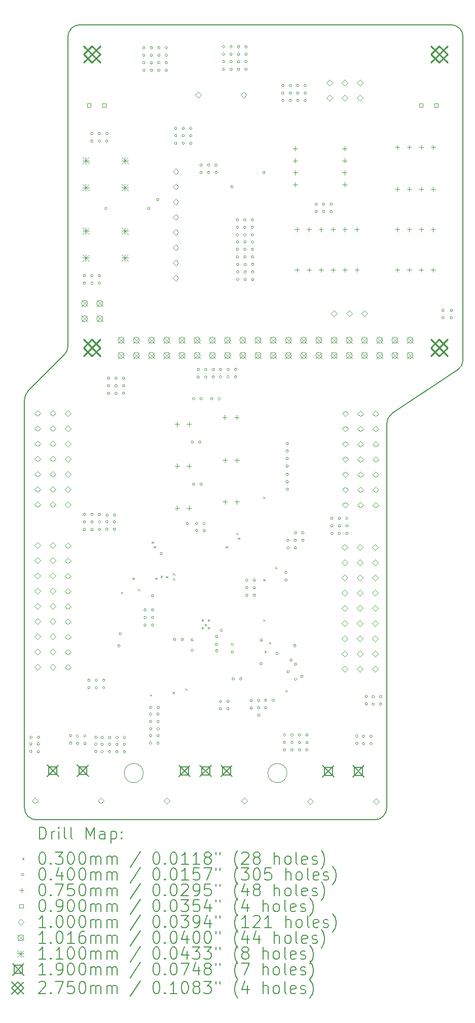
<source format=gbr>
%TF.GenerationSoftware,KiCad,Pcbnew,8.0.1*%
%TF.CreationDate,2024-08-17T14:41:14+02:00*%
%TF.ProjectId,robal_rpi_ioBoard,726f6261-6c5f-4727-9069-5f696f426f61,rev?*%
%TF.SameCoordinates,Original*%
%TF.FileFunction,Drillmap*%
%TF.FilePolarity,Positive*%
%FSLAX45Y45*%
G04 Gerber Fmt 4.5, Leading zero omitted, Abs format (unit mm)*
G04 Created by KiCad (PCBNEW 8.0.1) date 2024-08-17 14:41:14*
%MOMM*%
%LPD*%
G01*
G04 APERTURE LIST*
%ADD10C,0.050000*%
%ADD11C,0.200000*%
%ADD12C,0.100000*%
%ADD13C,0.101600*%
%ADD14C,0.110000*%
%ADD15C,0.190000*%
%ADD16C,0.275000*%
G04 APERTURE END LIST*
D10*
X8035000Y-16800000D02*
G75*
G02*
X7715000Y-16800000I-160000J0D01*
G01*
X7715000Y-16800000D02*
G75*
G02*
X8035000Y-16800000I160000J0D01*
G01*
D11*
X9789060Y-10799278D02*
X10885940Y-10068025D01*
X9700000Y-17380000D02*
X9700000Y-10965688D01*
X4316422Y-9817230D02*
X3708579Y-10425073D01*
X3650000Y-10566494D02*
G75*
G02*
X3708577Y-10425071I200000J4D01*
G01*
X10775000Y-4308651D02*
G75*
G02*
X10974999Y-4508651I0J-199999D01*
G01*
X4375000Y-9675809D02*
G75*
G02*
X4316422Y-9817231I-200000J-1D01*
G01*
X4316422Y-9817230D02*
X4316421Y-9817230D01*
X10775000Y-4308651D02*
X4575000Y-4308651D01*
D10*
X5635000Y-16800000D02*
G75*
G02*
X5315000Y-16800000I-160000J0D01*
G01*
X5315000Y-16800000D02*
G75*
G02*
X5635000Y-16800000I160000J0D01*
G01*
D11*
X10975000Y-9901615D02*
G75*
G02*
X10885938Y-10068022I-200000J5D01*
G01*
X3650000Y-10566494D02*
X3650000Y-17380000D01*
X9700000Y-17380000D02*
G75*
G02*
X9500000Y-17580000I-200000J0D01*
G01*
X4375000Y-4508651D02*
X4375000Y-9675809D01*
X10975000Y-9901615D02*
X10975000Y-4508651D01*
X3850000Y-17580000D02*
G75*
G02*
X3650000Y-17380000I0J200000D01*
G01*
X9700000Y-10965688D02*
G75*
G02*
X9789061Y-10799279I200000J-2D01*
G01*
X3650000Y-10566494D02*
X3650000Y-10566494D01*
X3850000Y-17580000D02*
X9500000Y-17580000D01*
X4375000Y-4508651D02*
G75*
G02*
X4575000Y-4308650I200000J1D01*
G01*
D12*
X5262172Y-13774025D02*
X5292172Y-13804025D01*
X5292172Y-13774025D02*
X5262172Y-13804025D01*
X5451994Y-13536588D02*
X5481994Y-13566588D01*
X5481994Y-13536588D02*
X5451994Y-13566588D01*
X5543786Y-13727376D02*
X5573786Y-13757376D01*
X5573786Y-13727376D02*
X5543786Y-13757376D01*
X5745000Y-15485000D02*
X5775000Y-15515000D01*
X5775000Y-15485000D02*
X5745000Y-15515000D01*
X5774223Y-12935000D02*
X5804223Y-12965000D01*
X5804223Y-12935000D02*
X5774223Y-12965000D01*
X5810000Y-13010000D02*
X5840000Y-13040000D01*
X5840000Y-13010000D02*
X5810000Y-13040000D01*
X5835000Y-13535000D02*
X5865000Y-13565000D01*
X5865000Y-13535000D02*
X5835000Y-13565000D01*
X5923414Y-13507075D02*
X5953414Y-13537075D01*
X5953414Y-13507075D02*
X5923414Y-13537075D01*
X6010000Y-13510000D02*
X6040000Y-13540000D01*
X6040000Y-13510000D02*
X6010000Y-13540000D01*
X6125000Y-15445000D02*
X6155000Y-15475000D01*
X6155000Y-15445000D02*
X6125000Y-15475000D01*
X6128175Y-13463198D02*
X6158175Y-13493198D01*
X6158175Y-13463198D02*
X6128175Y-13493198D01*
X6131100Y-13549002D02*
X6161100Y-13579002D01*
X6161100Y-13549002D02*
X6131100Y-13579002D01*
X6335000Y-15385000D02*
X6365000Y-15415000D01*
X6365000Y-15385000D02*
X6335000Y-15415000D01*
X6610000Y-14235000D02*
X6640000Y-14265000D01*
X6640000Y-14235000D02*
X6610000Y-14265000D01*
X6610000Y-14360000D02*
X6640000Y-14390000D01*
X6640000Y-14360000D02*
X6610000Y-14390000D01*
X6660000Y-14310000D02*
X6690000Y-14340000D01*
X6690000Y-14310000D02*
X6660000Y-14340000D01*
X6710000Y-14235000D02*
X6740000Y-14265000D01*
X6740000Y-14235000D02*
X6710000Y-14265000D01*
X6710000Y-14360000D02*
X6740000Y-14390000D01*
X6740000Y-14360000D02*
X6710000Y-14390000D01*
X7010000Y-13010000D02*
X7040000Y-13040000D01*
X7040000Y-13010000D02*
X7010000Y-13040000D01*
X7188033Y-12788033D02*
X7218033Y-12818033D01*
X7218033Y-12788033D02*
X7188033Y-12818033D01*
X7216066Y-12866066D02*
X7246066Y-12896066D01*
X7246066Y-12866066D02*
X7216066Y-12896066D01*
X7635000Y-12185000D02*
X7665000Y-12215000D01*
X7665000Y-12185000D02*
X7635000Y-12215000D01*
X7635000Y-13560000D02*
X7665000Y-13590000D01*
X7665000Y-13560000D02*
X7635000Y-13590000D01*
X7635000Y-14235000D02*
X7665000Y-14265000D01*
X7665000Y-14235000D02*
X7635000Y-14265000D01*
X7660000Y-14760000D02*
X7690000Y-14790000D01*
X7690000Y-14760000D02*
X7660000Y-14790000D01*
X7735000Y-14610000D02*
X7765000Y-14640000D01*
X7765000Y-14610000D02*
X7735000Y-14640000D01*
X7835000Y-13360000D02*
X7865000Y-13390000D01*
X7865000Y-13360000D02*
X7835000Y-13390000D01*
X8010000Y-15410000D02*
X8040000Y-15440000D01*
X8040000Y-15410000D02*
X8010000Y-15440000D01*
X3775000Y-16315000D02*
G75*
G02*
X3735000Y-16315000I-20000J0D01*
G01*
X3735000Y-16315000D02*
G75*
G02*
X3775000Y-16315000I20000J0D01*
G01*
X3775000Y-16440000D02*
G75*
G02*
X3735000Y-16440000I-20000J0D01*
G01*
X3735000Y-16440000D02*
G75*
G02*
X3775000Y-16440000I20000J0D01*
G01*
X3778666Y-16201729D02*
G75*
G02*
X3738666Y-16201729I-20000J0D01*
G01*
X3738666Y-16201729D02*
G75*
G02*
X3778666Y-16201729I20000J0D01*
G01*
X3900000Y-16315000D02*
G75*
G02*
X3860000Y-16315000I-20000J0D01*
G01*
X3860000Y-16315000D02*
G75*
G02*
X3900000Y-16315000I20000J0D01*
G01*
X3900000Y-16440000D02*
G75*
G02*
X3860000Y-16440000I-20000J0D01*
G01*
X3860000Y-16440000D02*
G75*
G02*
X3900000Y-16440000I20000J0D01*
G01*
X3903666Y-16201729D02*
G75*
G02*
X3863666Y-16201729I-20000J0D01*
G01*
X3863666Y-16201729D02*
G75*
G02*
X3903666Y-16201729I20000J0D01*
G01*
X4441729Y-16176334D02*
G75*
G02*
X4401729Y-16176334I-20000J0D01*
G01*
X4401729Y-16176334D02*
G75*
G02*
X4441729Y-16176334I20000J0D01*
G01*
X4441729Y-16301334D02*
G75*
G02*
X4401729Y-16301334I-20000J0D01*
G01*
X4401729Y-16301334D02*
G75*
G02*
X4441729Y-16301334I20000J0D01*
G01*
X4555000Y-16180000D02*
G75*
G02*
X4515000Y-16180000I-20000J0D01*
G01*
X4515000Y-16180000D02*
G75*
G02*
X4555000Y-16180000I20000J0D01*
G01*
X4555000Y-16305000D02*
G75*
G02*
X4515000Y-16305000I-20000J0D01*
G01*
X4515000Y-16305000D02*
G75*
G02*
X4555000Y-16305000I20000J0D01*
G01*
X4670513Y-8495969D02*
G75*
G02*
X4630513Y-8495969I-20000J0D01*
G01*
X4630513Y-8495969D02*
G75*
G02*
X4670513Y-8495969I20000J0D01*
G01*
X4670513Y-8620969D02*
G75*
G02*
X4630513Y-8620969I-20000J0D01*
G01*
X4630513Y-8620969D02*
G75*
G02*
X4670513Y-8620969I20000J0D01*
G01*
X4672051Y-12482893D02*
G75*
G02*
X4632051Y-12482893I-20000J0D01*
G01*
X4632051Y-12482893D02*
G75*
G02*
X4672051Y-12482893I20000J0D01*
G01*
X4672051Y-12607893D02*
G75*
G02*
X4632051Y-12607893I-20000J0D01*
G01*
X4632051Y-12607893D02*
G75*
G02*
X4672051Y-12607893I20000J0D01*
G01*
X4672051Y-12732893D02*
G75*
G02*
X4632051Y-12732893I-20000J0D01*
G01*
X4632051Y-12732893D02*
G75*
G02*
X4672051Y-12732893I20000J0D01*
G01*
X4680000Y-16180000D02*
G75*
G02*
X4640000Y-16180000I-20000J0D01*
G01*
X4640000Y-16180000D02*
G75*
G02*
X4680000Y-16180000I20000J0D01*
G01*
X4680000Y-16305000D02*
G75*
G02*
X4640000Y-16305000I-20000J0D01*
G01*
X4640000Y-16305000D02*
G75*
G02*
X4680000Y-16305000I20000J0D01*
G01*
X4745000Y-15250000D02*
G75*
G02*
X4705000Y-15250000I-20000J0D01*
G01*
X4705000Y-15250000D02*
G75*
G02*
X4745000Y-15250000I20000J0D01*
G01*
X4745000Y-15375000D02*
G75*
G02*
X4705000Y-15375000I-20000J0D01*
G01*
X4705000Y-15375000D02*
G75*
G02*
X4745000Y-15375000I20000J0D01*
G01*
X4795000Y-6125000D02*
G75*
G02*
X4755000Y-6125000I-20000J0D01*
G01*
X4755000Y-6125000D02*
G75*
G02*
X4795000Y-6125000I20000J0D01*
G01*
X4795000Y-6250000D02*
G75*
G02*
X4755000Y-6250000I-20000J0D01*
G01*
X4755000Y-6250000D02*
G75*
G02*
X4795000Y-6250000I20000J0D01*
G01*
X4795513Y-8495969D02*
G75*
G02*
X4755513Y-8495969I-20000J0D01*
G01*
X4755513Y-8495969D02*
G75*
G02*
X4795513Y-8495969I20000J0D01*
G01*
X4795513Y-8620969D02*
G75*
G02*
X4755513Y-8620969I-20000J0D01*
G01*
X4755513Y-8620969D02*
G75*
G02*
X4795513Y-8620969I20000J0D01*
G01*
X4797051Y-12482893D02*
G75*
G02*
X4757051Y-12482893I-20000J0D01*
G01*
X4757051Y-12482893D02*
G75*
G02*
X4797051Y-12482893I20000J0D01*
G01*
X4797051Y-12607893D02*
G75*
G02*
X4757051Y-12607893I-20000J0D01*
G01*
X4757051Y-12607893D02*
G75*
G02*
X4797051Y-12607893I20000J0D01*
G01*
X4797051Y-12732893D02*
G75*
G02*
X4757051Y-12732893I-20000J0D01*
G01*
X4757051Y-12732893D02*
G75*
G02*
X4797051Y-12732893I20000J0D01*
G01*
X4860000Y-16315000D02*
G75*
G02*
X4820000Y-16315000I-20000J0D01*
G01*
X4820000Y-16315000D02*
G75*
G02*
X4860000Y-16315000I20000J0D01*
G01*
X4860000Y-16440000D02*
G75*
G02*
X4820000Y-16440000I-20000J0D01*
G01*
X4820000Y-16440000D02*
G75*
G02*
X4860000Y-16440000I20000J0D01*
G01*
X4863666Y-16201729D02*
G75*
G02*
X4823666Y-16201729I-20000J0D01*
G01*
X4823666Y-16201729D02*
G75*
G02*
X4863666Y-16201729I20000J0D01*
G01*
X4870000Y-15250000D02*
G75*
G02*
X4830000Y-15250000I-20000J0D01*
G01*
X4830000Y-15250000D02*
G75*
G02*
X4870000Y-15250000I20000J0D01*
G01*
X4870000Y-15375000D02*
G75*
G02*
X4830000Y-15375000I-20000J0D01*
G01*
X4830000Y-15375000D02*
G75*
G02*
X4870000Y-15375000I20000J0D01*
G01*
X4920000Y-6125000D02*
G75*
G02*
X4880000Y-6125000I-20000J0D01*
G01*
X4880000Y-6125000D02*
G75*
G02*
X4920000Y-6125000I20000J0D01*
G01*
X4920000Y-6250000D02*
G75*
G02*
X4880000Y-6250000I-20000J0D01*
G01*
X4880000Y-6250000D02*
G75*
G02*
X4920000Y-6250000I20000J0D01*
G01*
X4920513Y-8495969D02*
G75*
G02*
X4880513Y-8495969I-20000J0D01*
G01*
X4880513Y-8495969D02*
G75*
G02*
X4920513Y-8495969I20000J0D01*
G01*
X4920513Y-8620969D02*
G75*
G02*
X4880513Y-8620969I-20000J0D01*
G01*
X4880513Y-8620969D02*
G75*
G02*
X4920513Y-8620969I20000J0D01*
G01*
X4922051Y-12482893D02*
G75*
G02*
X4882051Y-12482893I-20000J0D01*
G01*
X4882051Y-12482893D02*
G75*
G02*
X4922051Y-12482893I20000J0D01*
G01*
X4922051Y-12607893D02*
G75*
G02*
X4882051Y-12607893I-20000J0D01*
G01*
X4882051Y-12607893D02*
G75*
G02*
X4922051Y-12607893I20000J0D01*
G01*
X4922051Y-12732893D02*
G75*
G02*
X4882051Y-12732893I-20000J0D01*
G01*
X4882051Y-12732893D02*
G75*
G02*
X4922051Y-12732893I20000J0D01*
G01*
X4963917Y-16318917D02*
G75*
G02*
X4923917Y-16318917I-20000J0D01*
G01*
X4923917Y-16318917D02*
G75*
G02*
X4963917Y-16318917I20000J0D01*
G01*
X4963917Y-16443917D02*
G75*
G02*
X4923917Y-16443917I-20000J0D01*
G01*
X4923917Y-16443917D02*
G75*
G02*
X4963917Y-16443917I20000J0D01*
G01*
X4967583Y-16205646D02*
G75*
G02*
X4927583Y-16205646I-20000J0D01*
G01*
X4927583Y-16205646D02*
G75*
G02*
X4967583Y-16205646I20000J0D01*
G01*
X4995000Y-15250000D02*
G75*
G02*
X4955000Y-15250000I-20000J0D01*
G01*
X4955000Y-15250000D02*
G75*
G02*
X4995000Y-15250000I20000J0D01*
G01*
X4995000Y-15375000D02*
G75*
G02*
X4955000Y-15375000I-20000J0D01*
G01*
X4955000Y-15375000D02*
G75*
G02*
X4995000Y-15375000I20000J0D01*
G01*
X5028979Y-7375000D02*
G75*
G02*
X4988979Y-7375000I-20000J0D01*
G01*
X4988979Y-7375000D02*
G75*
G02*
X5028979Y-7375000I20000J0D01*
G01*
X5045000Y-6125000D02*
G75*
G02*
X5005000Y-6125000I-20000J0D01*
G01*
X5005000Y-6125000D02*
G75*
G02*
X5045000Y-6125000I20000J0D01*
G01*
X5045000Y-6250000D02*
G75*
G02*
X5005000Y-6250000I-20000J0D01*
G01*
X5005000Y-6250000D02*
G75*
G02*
X5045000Y-6250000I20000J0D01*
G01*
X5045439Y-12604963D02*
G75*
G02*
X5005439Y-12604963I-20000J0D01*
G01*
X5005439Y-12604963D02*
G75*
G02*
X5045439Y-12604963I20000J0D01*
G01*
X5045439Y-12729963D02*
G75*
G02*
X5005439Y-12729963I-20000J0D01*
G01*
X5005439Y-12729963D02*
G75*
G02*
X5045439Y-12729963I20000J0D01*
G01*
X5049105Y-12491692D02*
G75*
G02*
X5009105Y-12491692I-20000J0D01*
G01*
X5009105Y-12491692D02*
G75*
G02*
X5049105Y-12491692I20000J0D01*
G01*
X5074401Y-10209022D02*
G75*
G02*
X5034401Y-10209022I-20000J0D01*
G01*
X5034401Y-10209022D02*
G75*
G02*
X5074401Y-10209022I20000J0D01*
G01*
X5074401Y-10334022D02*
G75*
G02*
X5034401Y-10334022I-20000J0D01*
G01*
X5034401Y-10334022D02*
G75*
G02*
X5074401Y-10334022I20000J0D01*
G01*
X5074401Y-10459022D02*
G75*
G02*
X5034401Y-10459022I-20000J0D01*
G01*
X5034401Y-10459022D02*
G75*
G02*
X5074401Y-10459022I20000J0D01*
G01*
X5088917Y-16318917D02*
G75*
G02*
X5048917Y-16318917I-20000J0D01*
G01*
X5048917Y-16318917D02*
G75*
G02*
X5088917Y-16318917I20000J0D01*
G01*
X5088917Y-16443917D02*
G75*
G02*
X5048917Y-16443917I-20000J0D01*
G01*
X5048917Y-16443917D02*
G75*
G02*
X5088917Y-16443917I20000J0D01*
G01*
X5092583Y-16205646D02*
G75*
G02*
X5052583Y-16205646I-20000J0D01*
G01*
X5052583Y-16205646D02*
G75*
G02*
X5092583Y-16205646I20000J0D01*
G01*
X5170439Y-12604963D02*
G75*
G02*
X5130439Y-12604963I-20000J0D01*
G01*
X5130439Y-12604963D02*
G75*
G02*
X5170439Y-12604963I20000J0D01*
G01*
X5170439Y-12729963D02*
G75*
G02*
X5130439Y-12729963I-20000J0D01*
G01*
X5130439Y-12729963D02*
G75*
G02*
X5170439Y-12729963I20000J0D01*
G01*
X5174105Y-12491692D02*
G75*
G02*
X5134105Y-12491692I-20000J0D01*
G01*
X5134105Y-12491692D02*
G75*
G02*
X5174105Y-12491692I20000J0D01*
G01*
X5199401Y-10209022D02*
G75*
G02*
X5159401Y-10209022I-20000J0D01*
G01*
X5159401Y-10209022D02*
G75*
G02*
X5199401Y-10209022I20000J0D01*
G01*
X5199401Y-10334022D02*
G75*
G02*
X5159401Y-10334022I-20000J0D01*
G01*
X5159401Y-10334022D02*
G75*
G02*
X5199401Y-10334022I20000J0D01*
G01*
X5199401Y-10459022D02*
G75*
G02*
X5159401Y-10459022I-20000J0D01*
G01*
X5159401Y-10459022D02*
G75*
G02*
X5199401Y-10459022I20000J0D01*
G01*
X5213917Y-16318917D02*
G75*
G02*
X5173917Y-16318917I-20000J0D01*
G01*
X5173917Y-16318917D02*
G75*
G02*
X5213917Y-16318917I20000J0D01*
G01*
X5213917Y-16443917D02*
G75*
G02*
X5173917Y-16443917I-20000J0D01*
G01*
X5173917Y-16443917D02*
G75*
G02*
X5213917Y-16443917I20000J0D01*
G01*
X5217583Y-16205646D02*
G75*
G02*
X5177583Y-16205646I-20000J0D01*
G01*
X5177583Y-16205646D02*
G75*
G02*
X5217583Y-16205646I20000J0D01*
G01*
X5245000Y-14675000D02*
G75*
G02*
X5205000Y-14675000I-20000J0D01*
G01*
X5205000Y-14675000D02*
G75*
G02*
X5245000Y-14675000I20000J0D01*
G01*
X5270000Y-14475000D02*
G75*
G02*
X5230000Y-14475000I-20000J0D01*
G01*
X5230000Y-14475000D02*
G75*
G02*
X5270000Y-14475000I20000J0D01*
G01*
X5324401Y-10209022D02*
G75*
G02*
X5284401Y-10209022I-20000J0D01*
G01*
X5284401Y-10209022D02*
G75*
G02*
X5324401Y-10209022I20000J0D01*
G01*
X5324401Y-10334022D02*
G75*
G02*
X5284401Y-10334022I-20000J0D01*
G01*
X5284401Y-10334022D02*
G75*
G02*
X5324401Y-10334022I20000J0D01*
G01*
X5324401Y-10459022D02*
G75*
G02*
X5284401Y-10459022I-20000J0D01*
G01*
X5284401Y-10459022D02*
G75*
G02*
X5324401Y-10459022I20000J0D01*
G01*
X5338917Y-16318917D02*
G75*
G02*
X5298917Y-16318917I-20000J0D01*
G01*
X5298917Y-16318917D02*
G75*
G02*
X5338917Y-16318917I20000J0D01*
G01*
X5338917Y-16443917D02*
G75*
G02*
X5298917Y-16443917I-20000J0D01*
G01*
X5298917Y-16443917D02*
G75*
G02*
X5338917Y-16443917I20000J0D01*
G01*
X5342583Y-16205646D02*
G75*
G02*
X5302583Y-16205646I-20000J0D01*
G01*
X5302583Y-16205646D02*
G75*
G02*
X5342583Y-16205646I20000J0D01*
G01*
X5663606Y-4692080D02*
G75*
G02*
X5623606Y-4692080I-20000J0D01*
G01*
X5623606Y-4692080D02*
G75*
G02*
X5663606Y-4692080I20000J0D01*
G01*
X5663606Y-4817080D02*
G75*
G02*
X5623606Y-4817080I-20000J0D01*
G01*
X5623606Y-4817080D02*
G75*
G02*
X5663606Y-4817080I20000J0D01*
G01*
X5663606Y-4942080D02*
G75*
G02*
X5623606Y-4942080I-20000J0D01*
G01*
X5623606Y-4942080D02*
G75*
G02*
X5663606Y-4942080I20000J0D01*
G01*
X5663606Y-5067080D02*
G75*
G02*
X5623606Y-5067080I-20000J0D01*
G01*
X5623606Y-5067080D02*
G75*
G02*
X5663606Y-5067080I20000J0D01*
G01*
X5683652Y-14078258D02*
G75*
G02*
X5643652Y-14078258I-20000J0D01*
G01*
X5643652Y-14078258D02*
G75*
G02*
X5683652Y-14078258I20000J0D01*
G01*
X5683652Y-14203258D02*
G75*
G02*
X5643652Y-14203258I-20000J0D01*
G01*
X5643652Y-14203258D02*
G75*
G02*
X5683652Y-14203258I20000J0D01*
G01*
X5683652Y-14328258D02*
G75*
G02*
X5643652Y-14328258I-20000J0D01*
G01*
X5643652Y-14328258D02*
G75*
G02*
X5683652Y-14328258I20000J0D01*
G01*
X5745000Y-7375000D02*
G75*
G02*
X5705000Y-7375000I-20000J0D01*
G01*
X5705000Y-7375000D02*
G75*
G02*
X5745000Y-7375000I20000J0D01*
G01*
X5775000Y-15815000D02*
G75*
G02*
X5735000Y-15815000I-20000J0D01*
G01*
X5735000Y-15815000D02*
G75*
G02*
X5775000Y-15815000I20000J0D01*
G01*
X5775000Y-15940000D02*
G75*
G02*
X5735000Y-15940000I-20000J0D01*
G01*
X5735000Y-15940000D02*
G75*
G02*
X5775000Y-15940000I20000J0D01*
G01*
X5775000Y-16175000D02*
G75*
G02*
X5735000Y-16175000I-20000J0D01*
G01*
X5735000Y-16175000D02*
G75*
G02*
X5775000Y-16175000I20000J0D01*
G01*
X5775000Y-16300000D02*
G75*
G02*
X5735000Y-16300000I-20000J0D01*
G01*
X5735000Y-16300000D02*
G75*
G02*
X5775000Y-16300000I20000J0D01*
G01*
X5778666Y-15701729D02*
G75*
G02*
X5738666Y-15701729I-20000J0D01*
G01*
X5738666Y-15701729D02*
G75*
G02*
X5778666Y-15701729I20000J0D01*
G01*
X5778666Y-16061729D02*
G75*
G02*
X5738666Y-16061729I-20000J0D01*
G01*
X5738666Y-16061729D02*
G75*
G02*
X5778666Y-16061729I20000J0D01*
G01*
X5788606Y-4692080D02*
G75*
G02*
X5748606Y-4692080I-20000J0D01*
G01*
X5748606Y-4692080D02*
G75*
G02*
X5788606Y-4692080I20000J0D01*
G01*
X5788606Y-4817080D02*
G75*
G02*
X5748606Y-4817080I-20000J0D01*
G01*
X5748606Y-4817080D02*
G75*
G02*
X5788606Y-4817080I20000J0D01*
G01*
X5788606Y-4942080D02*
G75*
G02*
X5748606Y-4942080I-20000J0D01*
G01*
X5748606Y-4942080D02*
G75*
G02*
X5788606Y-4942080I20000J0D01*
G01*
X5788606Y-5067080D02*
G75*
G02*
X5748606Y-5067080I-20000J0D01*
G01*
X5748606Y-5067080D02*
G75*
G02*
X5788606Y-5067080I20000J0D01*
G01*
X5808554Y-13839504D02*
G75*
G02*
X5768554Y-13839504I-20000J0D01*
G01*
X5768554Y-13839504D02*
G75*
G02*
X5808554Y-13839504I20000J0D01*
G01*
X5808652Y-14078258D02*
G75*
G02*
X5768652Y-14078258I-20000J0D01*
G01*
X5768652Y-14078258D02*
G75*
G02*
X5808652Y-14078258I20000J0D01*
G01*
X5808652Y-14203258D02*
G75*
G02*
X5768652Y-14203258I-20000J0D01*
G01*
X5768652Y-14203258D02*
G75*
G02*
X5808652Y-14203258I20000J0D01*
G01*
X5808652Y-14328258D02*
G75*
G02*
X5768652Y-14328258I-20000J0D01*
G01*
X5768652Y-14328258D02*
G75*
G02*
X5808652Y-14328258I20000J0D01*
G01*
X5895000Y-7225000D02*
G75*
G02*
X5855000Y-7225000I-20000J0D01*
G01*
X5855000Y-7225000D02*
G75*
G02*
X5895000Y-7225000I20000J0D01*
G01*
X5900000Y-15815000D02*
G75*
G02*
X5860000Y-15815000I-20000J0D01*
G01*
X5860000Y-15815000D02*
G75*
G02*
X5900000Y-15815000I20000J0D01*
G01*
X5900000Y-15940000D02*
G75*
G02*
X5860000Y-15940000I-20000J0D01*
G01*
X5860000Y-15940000D02*
G75*
G02*
X5900000Y-15940000I20000J0D01*
G01*
X5900000Y-16175000D02*
G75*
G02*
X5860000Y-16175000I-20000J0D01*
G01*
X5860000Y-16175000D02*
G75*
G02*
X5900000Y-16175000I20000J0D01*
G01*
X5900000Y-16300000D02*
G75*
G02*
X5860000Y-16300000I-20000J0D01*
G01*
X5860000Y-16300000D02*
G75*
G02*
X5900000Y-16300000I20000J0D01*
G01*
X5903666Y-15701729D02*
G75*
G02*
X5863666Y-15701729I-20000J0D01*
G01*
X5863666Y-15701729D02*
G75*
G02*
X5903666Y-15701729I20000J0D01*
G01*
X5903666Y-16061729D02*
G75*
G02*
X5863666Y-16061729I-20000J0D01*
G01*
X5863666Y-16061729D02*
G75*
G02*
X5903666Y-16061729I20000J0D01*
G01*
X5913606Y-4692080D02*
G75*
G02*
X5873606Y-4692080I-20000J0D01*
G01*
X5873606Y-4692080D02*
G75*
G02*
X5913606Y-4692080I20000J0D01*
G01*
X5913606Y-4817080D02*
G75*
G02*
X5873606Y-4817080I-20000J0D01*
G01*
X5873606Y-4817080D02*
G75*
G02*
X5913606Y-4817080I20000J0D01*
G01*
X5913606Y-4942080D02*
G75*
G02*
X5873606Y-4942080I-20000J0D01*
G01*
X5873606Y-4942080D02*
G75*
G02*
X5913606Y-4942080I20000J0D01*
G01*
X5913606Y-5067080D02*
G75*
G02*
X5873606Y-5067080I-20000J0D01*
G01*
X5873606Y-5067080D02*
G75*
G02*
X5913606Y-5067080I20000J0D01*
G01*
X5954311Y-13135957D02*
G75*
G02*
X5914311Y-13135957I-20000J0D01*
G01*
X5914311Y-13135957D02*
G75*
G02*
X5954311Y-13135957I20000J0D01*
G01*
X6038606Y-4692080D02*
G75*
G02*
X5998606Y-4692080I-20000J0D01*
G01*
X5998606Y-4692080D02*
G75*
G02*
X6038606Y-4692080I20000J0D01*
G01*
X6038606Y-4817080D02*
G75*
G02*
X5998606Y-4817080I-20000J0D01*
G01*
X5998606Y-4817080D02*
G75*
G02*
X6038606Y-4817080I20000J0D01*
G01*
X6038606Y-4942080D02*
G75*
G02*
X5998606Y-4942080I-20000J0D01*
G01*
X5998606Y-4942080D02*
G75*
G02*
X6038606Y-4942080I20000J0D01*
G01*
X6038606Y-5067080D02*
G75*
G02*
X5998606Y-5067080I-20000J0D01*
G01*
X5998606Y-5067080D02*
G75*
G02*
X6038606Y-5067080I20000J0D01*
G01*
X6178651Y-14572790D02*
G75*
G02*
X6138651Y-14572790I-20000J0D01*
G01*
X6138651Y-14572790D02*
G75*
G02*
X6178651Y-14572790I20000J0D01*
G01*
X6196110Y-6035607D02*
G75*
G02*
X6156110Y-6035607I-20000J0D01*
G01*
X6156110Y-6035607D02*
G75*
G02*
X6196110Y-6035607I20000J0D01*
G01*
X6196110Y-6160607D02*
G75*
G02*
X6156110Y-6160607I-20000J0D01*
G01*
X6156110Y-6160607D02*
G75*
G02*
X6196110Y-6160607I20000J0D01*
G01*
X6196110Y-6285607D02*
G75*
G02*
X6156110Y-6285607I-20000J0D01*
G01*
X6156110Y-6285607D02*
G75*
G02*
X6196110Y-6285607I20000J0D01*
G01*
X6303651Y-14572790D02*
G75*
G02*
X6263651Y-14572790I-20000J0D01*
G01*
X6263651Y-14572790D02*
G75*
G02*
X6303651Y-14572790I20000J0D01*
G01*
X6321110Y-6035607D02*
G75*
G02*
X6281110Y-6035607I-20000J0D01*
G01*
X6281110Y-6035607D02*
G75*
G02*
X6321110Y-6035607I20000J0D01*
G01*
X6321110Y-6160607D02*
G75*
G02*
X6281110Y-6160607I-20000J0D01*
G01*
X6281110Y-6160607D02*
G75*
G02*
X6321110Y-6160607I20000J0D01*
G01*
X6321110Y-6285607D02*
G75*
G02*
X6281110Y-6285607I-20000J0D01*
G01*
X6281110Y-6285607D02*
G75*
G02*
X6321110Y-6285607I20000J0D01*
G01*
X6387227Y-12633689D02*
G75*
G02*
X6347227Y-12633689I-20000J0D01*
G01*
X6347227Y-12633689D02*
G75*
G02*
X6387227Y-12633689I20000J0D01*
G01*
X6446110Y-6035607D02*
G75*
G02*
X6406110Y-6035607I-20000J0D01*
G01*
X6406110Y-6035607D02*
G75*
G02*
X6446110Y-6035607I20000J0D01*
G01*
X6446110Y-6160607D02*
G75*
G02*
X6406110Y-6160607I-20000J0D01*
G01*
X6406110Y-6160607D02*
G75*
G02*
X6446110Y-6160607I20000J0D01*
G01*
X6446110Y-6285607D02*
G75*
G02*
X6406110Y-6285607I-20000J0D01*
G01*
X6406110Y-6285607D02*
G75*
G02*
X6446110Y-6285607I20000J0D01*
G01*
X6470000Y-11275000D02*
G75*
G02*
X6430000Y-11275000I-20000J0D01*
G01*
X6430000Y-11275000D02*
G75*
G02*
X6470000Y-11275000I20000J0D01*
G01*
X6470000Y-14574962D02*
G75*
G02*
X6430000Y-14574962I-20000J0D01*
G01*
X6430000Y-14574962D02*
G75*
G02*
X6470000Y-14574962I20000J0D01*
G01*
X6470000Y-14750000D02*
G75*
G02*
X6430000Y-14750000I-20000J0D01*
G01*
X6430000Y-14750000D02*
G75*
G02*
X6470000Y-14750000I20000J0D01*
G01*
X6495000Y-10550000D02*
G75*
G02*
X6455000Y-10550000I-20000J0D01*
G01*
X6455000Y-10550000D02*
G75*
G02*
X6495000Y-10550000I20000J0D01*
G01*
X6495000Y-11975000D02*
G75*
G02*
X6455000Y-11975000I-20000J0D01*
G01*
X6455000Y-11975000D02*
G75*
G02*
X6495000Y-11975000I20000J0D01*
G01*
X6545000Y-12633689D02*
G75*
G02*
X6505000Y-12633689I-20000J0D01*
G01*
X6505000Y-12633689D02*
G75*
G02*
X6545000Y-12633689I20000J0D01*
G01*
X6545000Y-12750000D02*
G75*
G02*
X6505000Y-12750000I-20000J0D01*
G01*
X6505000Y-12750000D02*
G75*
G02*
X6545000Y-12750000I20000J0D01*
G01*
X6572302Y-10063061D02*
G75*
G02*
X6532302Y-10063061I-20000J0D01*
G01*
X6532302Y-10063061D02*
G75*
G02*
X6572302Y-10063061I20000J0D01*
G01*
X6572302Y-10188061D02*
G75*
G02*
X6532302Y-10188061I-20000J0D01*
G01*
X6532302Y-10188061D02*
G75*
G02*
X6572302Y-10188061I20000J0D01*
G01*
X6595000Y-11275000D02*
G75*
G02*
X6555000Y-11275000I-20000J0D01*
G01*
X6555000Y-11275000D02*
G75*
G02*
X6595000Y-11275000I20000J0D01*
G01*
X6620000Y-6650000D02*
G75*
G02*
X6580000Y-6650000I-20000J0D01*
G01*
X6580000Y-6650000D02*
G75*
G02*
X6620000Y-6650000I20000J0D01*
G01*
X6620000Y-6775000D02*
G75*
G02*
X6580000Y-6775000I-20000J0D01*
G01*
X6580000Y-6775000D02*
G75*
G02*
X6620000Y-6775000I20000J0D01*
G01*
X6620000Y-10550000D02*
G75*
G02*
X6580000Y-10550000I-20000J0D01*
G01*
X6580000Y-10550000D02*
G75*
G02*
X6620000Y-10550000I20000J0D01*
G01*
X6620000Y-11975000D02*
G75*
G02*
X6580000Y-11975000I-20000J0D01*
G01*
X6580000Y-11975000D02*
G75*
G02*
X6620000Y-11975000I20000J0D01*
G01*
X6671890Y-12632603D02*
G75*
G02*
X6631890Y-12632603I-20000J0D01*
G01*
X6631890Y-12632603D02*
G75*
G02*
X6671890Y-12632603I20000J0D01*
G01*
X6671890Y-12757603D02*
G75*
G02*
X6631890Y-12757603I-20000J0D01*
G01*
X6631890Y-12757603D02*
G75*
G02*
X6671890Y-12757603I20000J0D01*
G01*
X6697302Y-10063061D02*
G75*
G02*
X6657302Y-10063061I-20000J0D01*
G01*
X6657302Y-10063061D02*
G75*
G02*
X6697302Y-10063061I20000J0D01*
G01*
X6697302Y-10188061D02*
G75*
G02*
X6657302Y-10188061I-20000J0D01*
G01*
X6657302Y-10188061D02*
G75*
G02*
X6697302Y-10188061I20000J0D01*
G01*
X6745000Y-6650000D02*
G75*
G02*
X6705000Y-6650000I-20000J0D01*
G01*
X6705000Y-6650000D02*
G75*
G02*
X6745000Y-6650000I20000J0D01*
G01*
X6745000Y-6775000D02*
G75*
G02*
X6705000Y-6775000I-20000J0D01*
G01*
X6705000Y-6775000D02*
G75*
G02*
X6745000Y-6775000I20000J0D01*
G01*
X6795000Y-10550000D02*
G75*
G02*
X6755000Y-10550000I-20000J0D01*
G01*
X6755000Y-10550000D02*
G75*
G02*
X6795000Y-10550000I20000J0D01*
G01*
X6822302Y-10063061D02*
G75*
G02*
X6782302Y-10063061I-20000J0D01*
G01*
X6782302Y-10063061D02*
G75*
G02*
X6822302Y-10063061I20000J0D01*
G01*
X6822302Y-10188061D02*
G75*
G02*
X6782302Y-10188061I-20000J0D01*
G01*
X6782302Y-10188061D02*
G75*
G02*
X6822302Y-10188061I20000J0D01*
G01*
X6870000Y-6650000D02*
G75*
G02*
X6830000Y-6650000I-20000J0D01*
G01*
X6830000Y-6650000D02*
G75*
G02*
X6870000Y-6650000I20000J0D01*
G01*
X6870000Y-6775000D02*
G75*
G02*
X6830000Y-6775000I-20000J0D01*
G01*
X6830000Y-6775000D02*
G75*
G02*
X6870000Y-6775000I20000J0D01*
G01*
X6878320Y-14652019D02*
G75*
G02*
X6838320Y-14652019I-20000J0D01*
G01*
X6838320Y-14652019D02*
G75*
G02*
X6878320Y-14652019I20000J0D01*
G01*
X6880000Y-14520000D02*
G75*
G02*
X6840000Y-14520000I-20000J0D01*
G01*
X6840000Y-14520000D02*
G75*
G02*
X6880000Y-14520000I20000J0D01*
G01*
X6880000Y-14760000D02*
G75*
G02*
X6840000Y-14760000I-20000J0D01*
G01*
X6840000Y-14760000D02*
G75*
G02*
X6880000Y-14760000I20000J0D01*
G01*
X6920000Y-10550000D02*
G75*
G02*
X6880000Y-10550000I-20000J0D01*
G01*
X6880000Y-10550000D02*
G75*
G02*
X6920000Y-10550000I20000J0D01*
G01*
X6943261Y-15603258D02*
G75*
G02*
X6903261Y-15603258I-20000J0D01*
G01*
X6903261Y-15603258D02*
G75*
G02*
X6943261Y-15603258I20000J0D01*
G01*
X6943261Y-15728258D02*
G75*
G02*
X6903261Y-15728258I-20000J0D01*
G01*
X6903261Y-15728258D02*
G75*
G02*
X6943261Y-15728258I20000J0D01*
G01*
X6945000Y-10061404D02*
G75*
G02*
X6905000Y-10061404I-20000J0D01*
G01*
X6905000Y-10061404D02*
G75*
G02*
X6945000Y-10061404I20000J0D01*
G01*
X6945000Y-10186404D02*
G75*
G02*
X6905000Y-10186404I-20000J0D01*
G01*
X6905000Y-10186404D02*
G75*
G02*
X6945000Y-10186404I20000J0D01*
G01*
X6960000Y-14420000D02*
G75*
G02*
X6920000Y-14420000I-20000J0D01*
G01*
X6920000Y-14420000D02*
G75*
G02*
X6960000Y-14420000I20000J0D01*
G01*
X6995000Y-4675000D02*
G75*
G02*
X6955000Y-4675000I-20000J0D01*
G01*
X6955000Y-4675000D02*
G75*
G02*
X6995000Y-4675000I20000J0D01*
G01*
X6995000Y-4800000D02*
G75*
G02*
X6955000Y-4800000I-20000J0D01*
G01*
X6955000Y-4800000D02*
G75*
G02*
X6995000Y-4800000I20000J0D01*
G01*
X6995000Y-4925000D02*
G75*
G02*
X6955000Y-4925000I-20000J0D01*
G01*
X6955000Y-4925000D02*
G75*
G02*
X6995000Y-4925000I20000J0D01*
G01*
X6995000Y-5050000D02*
G75*
G02*
X6955000Y-5050000I-20000J0D01*
G01*
X6955000Y-5050000D02*
G75*
G02*
X6995000Y-5050000I20000J0D01*
G01*
X7068261Y-15603258D02*
G75*
G02*
X7028261Y-15603258I-20000J0D01*
G01*
X7028261Y-15603258D02*
G75*
G02*
X7068261Y-15603258I20000J0D01*
G01*
X7068261Y-15728258D02*
G75*
G02*
X7028261Y-15728258I-20000J0D01*
G01*
X7028261Y-15728258D02*
G75*
G02*
X7068261Y-15728258I20000J0D01*
G01*
X7070000Y-10061404D02*
G75*
G02*
X7030000Y-10061404I-20000J0D01*
G01*
X7030000Y-10061404D02*
G75*
G02*
X7070000Y-10061404I20000J0D01*
G01*
X7070000Y-10186404D02*
G75*
G02*
X7030000Y-10186404I-20000J0D01*
G01*
X7030000Y-10186404D02*
G75*
G02*
X7070000Y-10186404I20000J0D01*
G01*
X7120000Y-4675000D02*
G75*
G02*
X7080000Y-4675000I-20000J0D01*
G01*
X7080000Y-4675000D02*
G75*
G02*
X7120000Y-4675000I20000J0D01*
G01*
X7120000Y-4800000D02*
G75*
G02*
X7080000Y-4800000I-20000J0D01*
G01*
X7080000Y-4800000D02*
G75*
G02*
X7120000Y-4800000I20000J0D01*
G01*
X7120000Y-4925000D02*
G75*
G02*
X7080000Y-4925000I-20000J0D01*
G01*
X7080000Y-4925000D02*
G75*
G02*
X7120000Y-4925000I20000J0D01*
G01*
X7120000Y-5050000D02*
G75*
G02*
X7080000Y-5050000I-20000J0D01*
G01*
X7080000Y-5050000D02*
G75*
G02*
X7120000Y-5050000I20000J0D01*
G01*
X7133000Y-7013000D02*
G75*
G02*
X7093000Y-7013000I-20000J0D01*
G01*
X7093000Y-7013000D02*
G75*
G02*
X7133000Y-7013000I20000J0D01*
G01*
X7140000Y-14648903D02*
G75*
G02*
X7100000Y-14648903I-20000J0D01*
G01*
X7100000Y-14648903D02*
G75*
G02*
X7140000Y-14648903I20000J0D01*
G01*
X7140000Y-14780000D02*
G75*
G02*
X7100000Y-14780000I-20000J0D01*
G01*
X7100000Y-14780000D02*
G75*
G02*
X7140000Y-14780000I20000J0D01*
G01*
X7157219Y-15229718D02*
G75*
G02*
X7117219Y-15229718I-20000J0D01*
G01*
X7117219Y-15229718D02*
G75*
G02*
X7157219Y-15229718I20000J0D01*
G01*
X7195000Y-10061404D02*
G75*
G02*
X7155000Y-10061404I-20000J0D01*
G01*
X7155000Y-10061404D02*
G75*
G02*
X7195000Y-10061404I20000J0D01*
G01*
X7195000Y-10186404D02*
G75*
G02*
X7155000Y-10186404I-20000J0D01*
G01*
X7155000Y-10186404D02*
G75*
G02*
X7195000Y-10186404I20000J0D01*
G01*
X7224397Y-7565028D02*
G75*
G02*
X7184397Y-7565028I-20000J0D01*
G01*
X7184397Y-7565028D02*
G75*
G02*
X7224397Y-7565028I20000J0D01*
G01*
X7224397Y-7690028D02*
G75*
G02*
X7184397Y-7690028I-20000J0D01*
G01*
X7184397Y-7690028D02*
G75*
G02*
X7224397Y-7690028I20000J0D01*
G01*
X7224397Y-7815028D02*
G75*
G02*
X7184397Y-7815028I-20000J0D01*
G01*
X7184397Y-7815028D02*
G75*
G02*
X7224397Y-7815028I20000J0D01*
G01*
X7227091Y-7932614D02*
G75*
G02*
X7187091Y-7932614I-20000J0D01*
G01*
X7187091Y-7932614D02*
G75*
G02*
X7227091Y-7932614I20000J0D01*
G01*
X7227091Y-8057614D02*
G75*
G02*
X7187091Y-8057614I-20000J0D01*
G01*
X7187091Y-8057614D02*
G75*
G02*
X7227091Y-8057614I20000J0D01*
G01*
X7227091Y-8182614D02*
G75*
G02*
X7187091Y-8182614I-20000J0D01*
G01*
X7187091Y-8182614D02*
G75*
G02*
X7227091Y-8182614I20000J0D01*
G01*
X7231729Y-8309168D02*
G75*
G02*
X7191729Y-8309168I-20000J0D01*
G01*
X7191729Y-8309168D02*
G75*
G02*
X7231729Y-8309168I20000J0D01*
G01*
X7231729Y-8434168D02*
G75*
G02*
X7191729Y-8434168I-20000J0D01*
G01*
X7191729Y-8434168D02*
G75*
G02*
X7231729Y-8434168I20000J0D01*
G01*
X7231729Y-8559168D02*
G75*
G02*
X7191729Y-8559168I-20000J0D01*
G01*
X7191729Y-8559168D02*
G75*
G02*
X7231729Y-8559168I20000J0D01*
G01*
X7245000Y-4675000D02*
G75*
G02*
X7205000Y-4675000I-20000J0D01*
G01*
X7205000Y-4675000D02*
G75*
G02*
X7245000Y-4675000I20000J0D01*
G01*
X7245000Y-4800000D02*
G75*
G02*
X7205000Y-4800000I-20000J0D01*
G01*
X7205000Y-4800000D02*
G75*
G02*
X7245000Y-4800000I20000J0D01*
G01*
X7245000Y-4925000D02*
G75*
G02*
X7205000Y-4925000I-20000J0D01*
G01*
X7205000Y-4925000D02*
G75*
G02*
X7245000Y-4925000I20000J0D01*
G01*
X7245000Y-5050000D02*
G75*
G02*
X7205000Y-5050000I-20000J0D01*
G01*
X7205000Y-5050000D02*
G75*
G02*
X7245000Y-5050000I20000J0D01*
G01*
X7282219Y-15229718D02*
G75*
G02*
X7242219Y-15229718I-20000J0D01*
G01*
X7242219Y-15229718D02*
G75*
G02*
X7282219Y-15229718I20000J0D01*
G01*
X7349397Y-7565028D02*
G75*
G02*
X7309397Y-7565028I-20000J0D01*
G01*
X7309397Y-7565028D02*
G75*
G02*
X7349397Y-7565028I20000J0D01*
G01*
X7349397Y-7690028D02*
G75*
G02*
X7309397Y-7690028I-20000J0D01*
G01*
X7309397Y-7690028D02*
G75*
G02*
X7349397Y-7690028I20000J0D01*
G01*
X7349397Y-7815028D02*
G75*
G02*
X7309397Y-7815028I-20000J0D01*
G01*
X7309397Y-7815028D02*
G75*
G02*
X7349397Y-7815028I20000J0D01*
G01*
X7352091Y-7932614D02*
G75*
G02*
X7312091Y-7932614I-20000J0D01*
G01*
X7312091Y-7932614D02*
G75*
G02*
X7352091Y-7932614I20000J0D01*
G01*
X7352091Y-8057614D02*
G75*
G02*
X7312091Y-8057614I-20000J0D01*
G01*
X7312091Y-8057614D02*
G75*
G02*
X7352091Y-8057614I20000J0D01*
G01*
X7352091Y-8182614D02*
G75*
G02*
X7312091Y-8182614I-20000J0D01*
G01*
X7312091Y-8182614D02*
G75*
G02*
X7352091Y-8182614I20000J0D01*
G01*
X7356729Y-8309168D02*
G75*
G02*
X7316729Y-8309168I-20000J0D01*
G01*
X7316729Y-8309168D02*
G75*
G02*
X7356729Y-8309168I20000J0D01*
G01*
X7356729Y-8434168D02*
G75*
G02*
X7316729Y-8434168I-20000J0D01*
G01*
X7316729Y-8434168D02*
G75*
G02*
X7356729Y-8434168I20000J0D01*
G01*
X7356729Y-8559168D02*
G75*
G02*
X7316729Y-8559168I-20000J0D01*
G01*
X7316729Y-8559168D02*
G75*
G02*
X7356729Y-8559168I20000J0D01*
G01*
X7370000Y-4675000D02*
G75*
G02*
X7330000Y-4675000I-20000J0D01*
G01*
X7330000Y-4675000D02*
G75*
G02*
X7370000Y-4675000I20000J0D01*
G01*
X7370000Y-4800000D02*
G75*
G02*
X7330000Y-4800000I-20000J0D01*
G01*
X7330000Y-4800000D02*
G75*
G02*
X7370000Y-4800000I20000J0D01*
G01*
X7370000Y-4925000D02*
G75*
G02*
X7330000Y-4925000I-20000J0D01*
G01*
X7330000Y-4925000D02*
G75*
G02*
X7370000Y-4925000I20000J0D01*
G01*
X7370000Y-5050000D02*
G75*
G02*
X7330000Y-5050000I-20000J0D01*
G01*
X7330000Y-5050000D02*
G75*
G02*
X7370000Y-5050000I20000J0D01*
G01*
X7382531Y-13580333D02*
G75*
G02*
X7342531Y-13580333I-20000J0D01*
G01*
X7342531Y-13580333D02*
G75*
G02*
X7382531Y-13580333I20000J0D01*
G01*
X7382531Y-13705333D02*
G75*
G02*
X7342531Y-13705333I-20000J0D01*
G01*
X7342531Y-13705333D02*
G75*
G02*
X7382531Y-13705333I20000J0D01*
G01*
X7382531Y-13830333D02*
G75*
G02*
X7342531Y-13830333I-20000J0D01*
G01*
X7342531Y-13830333D02*
G75*
G02*
X7382531Y-13830333I20000J0D01*
G01*
X7456461Y-15586966D02*
G75*
G02*
X7416461Y-15586966I-20000J0D01*
G01*
X7416461Y-15586966D02*
G75*
G02*
X7456461Y-15586966I20000J0D01*
G01*
X7456461Y-15711966D02*
G75*
G02*
X7416461Y-15711966I-20000J0D01*
G01*
X7416461Y-15711966D02*
G75*
G02*
X7456461Y-15711966I20000J0D01*
G01*
X7474397Y-7565028D02*
G75*
G02*
X7434397Y-7565028I-20000J0D01*
G01*
X7434397Y-7565028D02*
G75*
G02*
X7474397Y-7565028I20000J0D01*
G01*
X7474397Y-7690028D02*
G75*
G02*
X7434397Y-7690028I-20000J0D01*
G01*
X7434397Y-7690028D02*
G75*
G02*
X7474397Y-7690028I20000J0D01*
G01*
X7474397Y-7815028D02*
G75*
G02*
X7434397Y-7815028I-20000J0D01*
G01*
X7434397Y-7815028D02*
G75*
G02*
X7474397Y-7815028I20000J0D01*
G01*
X7477091Y-7932614D02*
G75*
G02*
X7437091Y-7932614I-20000J0D01*
G01*
X7437091Y-7932614D02*
G75*
G02*
X7477091Y-7932614I20000J0D01*
G01*
X7477091Y-8057614D02*
G75*
G02*
X7437091Y-8057614I-20000J0D01*
G01*
X7437091Y-8057614D02*
G75*
G02*
X7477091Y-8057614I20000J0D01*
G01*
X7477091Y-8182614D02*
G75*
G02*
X7437091Y-8182614I-20000J0D01*
G01*
X7437091Y-8182614D02*
G75*
G02*
X7477091Y-8182614I20000J0D01*
G01*
X7481729Y-8309168D02*
G75*
G02*
X7441729Y-8309168I-20000J0D01*
G01*
X7441729Y-8309168D02*
G75*
G02*
X7481729Y-8309168I20000J0D01*
G01*
X7481729Y-8434168D02*
G75*
G02*
X7441729Y-8434168I-20000J0D01*
G01*
X7441729Y-8434168D02*
G75*
G02*
X7481729Y-8434168I20000J0D01*
G01*
X7481729Y-8559168D02*
G75*
G02*
X7441729Y-8559168I-20000J0D01*
G01*
X7441729Y-8559168D02*
G75*
G02*
X7481729Y-8559168I20000J0D01*
G01*
X7507531Y-13580333D02*
G75*
G02*
X7467531Y-13580333I-20000J0D01*
G01*
X7467531Y-13580333D02*
G75*
G02*
X7507531Y-13580333I20000J0D01*
G01*
X7507531Y-13705333D02*
G75*
G02*
X7467531Y-13705333I-20000J0D01*
G01*
X7467531Y-13705333D02*
G75*
G02*
X7507531Y-13705333I20000J0D01*
G01*
X7507531Y-13830333D02*
G75*
G02*
X7467531Y-13830333I-20000J0D01*
G01*
X7467531Y-13830333D02*
G75*
G02*
X7507531Y-13830333I20000J0D01*
G01*
X7581461Y-15586966D02*
G75*
G02*
X7541461Y-15586966I-20000J0D01*
G01*
X7541461Y-15586966D02*
G75*
G02*
X7581461Y-15586966I20000J0D01*
G01*
X7581461Y-15711966D02*
G75*
G02*
X7541461Y-15711966I-20000J0D01*
G01*
X7541461Y-15711966D02*
G75*
G02*
X7581461Y-15711966I20000J0D01*
G01*
X7584719Y-15832976D02*
G75*
G02*
X7544719Y-15832976I-20000J0D01*
G01*
X7544719Y-15832976D02*
G75*
G02*
X7584719Y-15832976I20000J0D01*
G01*
X7620000Y-14975000D02*
G75*
G02*
X7580000Y-14975000I-20000J0D01*
G01*
X7580000Y-14975000D02*
G75*
G02*
X7620000Y-14975000I20000J0D01*
G01*
X7626536Y-14579326D02*
G75*
G02*
X7586536Y-14579326I-20000J0D01*
G01*
X7586536Y-14579326D02*
G75*
G02*
X7626536Y-14579326I20000J0D01*
G01*
X7670000Y-6775000D02*
G75*
G02*
X7630000Y-6775000I-20000J0D01*
G01*
X7630000Y-6775000D02*
G75*
G02*
X7670000Y-6775000I20000J0D01*
G01*
X7697583Y-15583708D02*
G75*
G02*
X7657583Y-15583708I-20000J0D01*
G01*
X7657583Y-15583708D02*
G75*
G02*
X7697583Y-15583708I20000J0D01*
G01*
X7697583Y-15708708D02*
G75*
G02*
X7657583Y-15708708I-20000J0D01*
G01*
X7657583Y-15708708D02*
G75*
G02*
X7697583Y-15708708I20000J0D01*
G01*
X7822583Y-15583708D02*
G75*
G02*
X7782583Y-15583708I-20000J0D01*
G01*
X7782583Y-15583708D02*
G75*
G02*
X7822583Y-15583708I20000J0D01*
G01*
X7886673Y-14803536D02*
G75*
G02*
X7846673Y-14803536I-20000J0D01*
G01*
X7846673Y-14803536D02*
G75*
G02*
X7886673Y-14803536I20000J0D01*
G01*
X7984003Y-5322949D02*
G75*
G02*
X7944003Y-5322949I-20000J0D01*
G01*
X7944003Y-5322949D02*
G75*
G02*
X7984003Y-5322949I20000J0D01*
G01*
X7984003Y-5447949D02*
G75*
G02*
X7944003Y-5447949I-20000J0D01*
G01*
X7944003Y-5447949D02*
G75*
G02*
X7984003Y-5447949I20000J0D01*
G01*
X7984003Y-5572949D02*
G75*
G02*
X7944003Y-5572949I-20000J0D01*
G01*
X7944003Y-5572949D02*
G75*
G02*
X7984003Y-5572949I20000J0D01*
G01*
X8012008Y-16162977D02*
G75*
G02*
X7972008Y-16162977I-20000J0D01*
G01*
X7972008Y-16162977D02*
G75*
G02*
X8012008Y-16162977I20000J0D01*
G01*
X8012008Y-16287977D02*
G75*
G02*
X7972008Y-16287977I-20000J0D01*
G01*
X7972008Y-16287977D02*
G75*
G02*
X8012008Y-16287977I20000J0D01*
G01*
X8012008Y-16412977D02*
G75*
G02*
X7972008Y-16412977I-20000J0D01*
G01*
X7972008Y-16412977D02*
G75*
G02*
X8012008Y-16412977I20000J0D01*
G01*
X8037472Y-13451543D02*
G75*
G02*
X7997472Y-13451543I-20000J0D01*
G01*
X7997472Y-13451543D02*
G75*
G02*
X8037472Y-13451543I20000J0D01*
G01*
X8037472Y-13576543D02*
G75*
G02*
X7997472Y-13576543I-20000J0D01*
G01*
X7997472Y-13576543D02*
G75*
G02*
X8037472Y-13576543I20000J0D01*
G01*
X8058049Y-11298680D02*
G75*
G02*
X8018049Y-11298680I-20000J0D01*
G01*
X8018049Y-11298680D02*
G75*
G02*
X8058049Y-11298680I20000J0D01*
G01*
X8058049Y-11423680D02*
G75*
G02*
X8018049Y-11423680I-20000J0D01*
G01*
X8018049Y-11423680D02*
G75*
G02*
X8058049Y-11423680I20000J0D01*
G01*
X8058049Y-11548680D02*
G75*
G02*
X8018049Y-11548680I-20000J0D01*
G01*
X8018049Y-11548680D02*
G75*
G02*
X8058049Y-11548680I20000J0D01*
G01*
X8058049Y-11673680D02*
G75*
G02*
X8018049Y-11673680I-20000J0D01*
G01*
X8018049Y-11673680D02*
G75*
G02*
X8058049Y-11673680I20000J0D01*
G01*
X8058049Y-11811880D02*
G75*
G02*
X8018049Y-11811880I-20000J0D01*
G01*
X8018049Y-11811880D02*
G75*
G02*
X8058049Y-11811880I20000J0D01*
G01*
X8058049Y-11936880D02*
G75*
G02*
X8018049Y-11936880I-20000J0D01*
G01*
X8018049Y-11936880D02*
G75*
G02*
X8058049Y-11936880I20000J0D01*
G01*
X8058049Y-12061880D02*
G75*
G02*
X8018049Y-12061880I-20000J0D01*
G01*
X8018049Y-12061880D02*
G75*
G02*
X8058049Y-12061880I20000J0D01*
G01*
X8069242Y-12913539D02*
G75*
G02*
X8029242Y-12913539I-20000J0D01*
G01*
X8029242Y-12913539D02*
G75*
G02*
X8069242Y-12913539I20000J0D01*
G01*
X8069242Y-13038539D02*
G75*
G02*
X8029242Y-13038539I-20000J0D01*
G01*
X8029242Y-13038539D02*
G75*
G02*
X8069242Y-13038539I20000J0D01*
G01*
X8072746Y-15108339D02*
G75*
G02*
X8032746Y-15108339I-20000J0D01*
G01*
X8032746Y-15108339D02*
G75*
G02*
X8072746Y-15108339I20000J0D01*
G01*
X8109003Y-5322949D02*
G75*
G02*
X8069003Y-5322949I-20000J0D01*
G01*
X8069003Y-5322949D02*
G75*
G02*
X8109003Y-5322949I20000J0D01*
G01*
X8109003Y-5447949D02*
G75*
G02*
X8069003Y-5447949I-20000J0D01*
G01*
X8069003Y-5447949D02*
G75*
G02*
X8109003Y-5447949I20000J0D01*
G01*
X8109003Y-5572949D02*
G75*
G02*
X8069003Y-5572949I-20000J0D01*
G01*
X8069003Y-5572949D02*
G75*
G02*
X8109003Y-5572949I20000J0D01*
G01*
X8121622Y-14913200D02*
G75*
G02*
X8081622Y-14913200I-20000J0D01*
G01*
X8081622Y-14913200D02*
G75*
G02*
X8121622Y-14913200I20000J0D01*
G01*
X8137008Y-16162977D02*
G75*
G02*
X8097008Y-16162977I-20000J0D01*
G01*
X8097008Y-16162977D02*
G75*
G02*
X8137008Y-16162977I20000J0D01*
G01*
X8137008Y-16287977D02*
G75*
G02*
X8097008Y-16287977I-20000J0D01*
G01*
X8097008Y-16287977D02*
G75*
G02*
X8137008Y-16287977I20000J0D01*
G01*
X8137008Y-16412977D02*
G75*
G02*
X8097008Y-16412977I-20000J0D01*
G01*
X8097008Y-16412977D02*
G75*
G02*
X8137008Y-16412977I20000J0D01*
G01*
X8184082Y-14676048D02*
G75*
G02*
X8144082Y-14676048I-20000J0D01*
G01*
X8144082Y-14676048D02*
G75*
G02*
X8184082Y-14676048I20000J0D01*
G01*
X8194242Y-12788539D02*
G75*
G02*
X8154242Y-12788539I-20000J0D01*
G01*
X8154242Y-12788539D02*
G75*
G02*
X8194242Y-12788539I20000J0D01*
G01*
X8194242Y-12913539D02*
G75*
G02*
X8154242Y-12913539I-20000J0D01*
G01*
X8154242Y-12913539D02*
G75*
G02*
X8194242Y-12913539I20000J0D01*
G01*
X8194242Y-13038539D02*
G75*
G02*
X8154242Y-13038539I-20000J0D01*
G01*
X8154242Y-13038539D02*
G75*
G02*
X8194242Y-13038539I20000J0D01*
G01*
X8197746Y-14983339D02*
G75*
G02*
X8157746Y-14983339I-20000J0D01*
G01*
X8157746Y-14983339D02*
G75*
G02*
X8197746Y-14983339I20000J0D01*
G01*
X8197746Y-15233339D02*
G75*
G02*
X8157746Y-15233339I-20000J0D01*
G01*
X8157746Y-15233339D02*
G75*
G02*
X8197746Y-15233339I20000J0D01*
G01*
X8234003Y-5322949D02*
G75*
G02*
X8194003Y-5322949I-20000J0D01*
G01*
X8194003Y-5322949D02*
G75*
G02*
X8234003Y-5322949I20000J0D01*
G01*
X8234003Y-5447949D02*
G75*
G02*
X8194003Y-5447949I-20000J0D01*
G01*
X8194003Y-5447949D02*
G75*
G02*
X8234003Y-5447949I20000J0D01*
G01*
X8234003Y-5572949D02*
G75*
G02*
X8194003Y-5572949I-20000J0D01*
G01*
X8194003Y-5572949D02*
G75*
G02*
X8234003Y-5572949I20000J0D01*
G01*
X8262008Y-16162977D02*
G75*
G02*
X8222008Y-16162977I-20000J0D01*
G01*
X8222008Y-16162977D02*
G75*
G02*
X8262008Y-16162977I20000J0D01*
G01*
X8262008Y-16287977D02*
G75*
G02*
X8222008Y-16287977I-20000J0D01*
G01*
X8222008Y-16287977D02*
G75*
G02*
X8262008Y-16287977I20000J0D01*
G01*
X8262008Y-16412977D02*
G75*
G02*
X8222008Y-16412977I-20000J0D01*
G01*
X8222008Y-16412977D02*
G75*
G02*
X8262008Y-16412977I20000J0D01*
G01*
X8302464Y-15184463D02*
G75*
G02*
X8262464Y-15184463I-20000J0D01*
G01*
X8262464Y-15184463D02*
G75*
G02*
X8302464Y-15184463I20000J0D01*
G01*
X8319242Y-12788539D02*
G75*
G02*
X8279242Y-12788539I-20000J0D01*
G01*
X8279242Y-12788539D02*
G75*
G02*
X8319242Y-12788539I20000J0D01*
G01*
X8319242Y-12913539D02*
G75*
G02*
X8279242Y-12913539I-20000J0D01*
G01*
X8279242Y-12913539D02*
G75*
G02*
X8319242Y-12913539I20000J0D01*
G01*
X8359003Y-5322949D02*
G75*
G02*
X8319003Y-5322949I-20000J0D01*
G01*
X8319003Y-5322949D02*
G75*
G02*
X8359003Y-5322949I20000J0D01*
G01*
X8359003Y-5447949D02*
G75*
G02*
X8319003Y-5447949I-20000J0D01*
G01*
X8319003Y-5447949D02*
G75*
G02*
X8359003Y-5447949I20000J0D01*
G01*
X8359003Y-5572949D02*
G75*
G02*
X8319003Y-5572949I-20000J0D01*
G01*
X8319003Y-5572949D02*
G75*
G02*
X8359003Y-5572949I20000J0D01*
G01*
X8387008Y-16162977D02*
G75*
G02*
X8347008Y-16162977I-20000J0D01*
G01*
X8347008Y-16162977D02*
G75*
G02*
X8387008Y-16162977I20000J0D01*
G01*
X8387008Y-16287977D02*
G75*
G02*
X8347008Y-16287977I-20000J0D01*
G01*
X8347008Y-16287977D02*
G75*
G02*
X8387008Y-16287977I20000J0D01*
G01*
X8387008Y-16412977D02*
G75*
G02*
X8347008Y-16412977I-20000J0D01*
G01*
X8347008Y-16412977D02*
G75*
G02*
X8387008Y-16412977I20000J0D01*
G01*
X8541506Y-7302779D02*
G75*
G02*
X8501506Y-7302779I-20000J0D01*
G01*
X8501506Y-7302779D02*
G75*
G02*
X8541506Y-7302779I20000J0D01*
G01*
X8541506Y-7427779D02*
G75*
G02*
X8501506Y-7427779I-20000J0D01*
G01*
X8501506Y-7427779D02*
G75*
G02*
X8541506Y-7427779I20000J0D01*
G01*
X8666506Y-7302779D02*
G75*
G02*
X8626506Y-7302779I-20000J0D01*
G01*
X8626506Y-7302779D02*
G75*
G02*
X8666506Y-7302779I20000J0D01*
G01*
X8666506Y-7427779D02*
G75*
G02*
X8626506Y-7427779I-20000J0D01*
G01*
X8626506Y-7427779D02*
G75*
G02*
X8666506Y-7427779I20000J0D01*
G01*
X8791506Y-7302779D02*
G75*
G02*
X8751506Y-7302779I-20000J0D01*
G01*
X8751506Y-7302779D02*
G75*
G02*
X8791506Y-7302779I20000J0D01*
G01*
X8791506Y-7427779D02*
G75*
G02*
X8751506Y-7427779I-20000J0D01*
G01*
X8751506Y-7427779D02*
G75*
G02*
X8791506Y-7427779I20000J0D01*
G01*
X8804213Y-12547809D02*
G75*
G02*
X8764213Y-12547809I-20000J0D01*
G01*
X8764213Y-12547809D02*
G75*
G02*
X8804213Y-12547809I20000J0D01*
G01*
X8804213Y-12672809D02*
G75*
G02*
X8764213Y-12672809I-20000J0D01*
G01*
X8764213Y-12672809D02*
G75*
G02*
X8804213Y-12672809I20000J0D01*
G01*
X8804213Y-12797809D02*
G75*
G02*
X8764213Y-12797809I-20000J0D01*
G01*
X8764213Y-12797809D02*
G75*
G02*
X8804213Y-12797809I20000J0D01*
G01*
X8929213Y-12547809D02*
G75*
G02*
X8889213Y-12547809I-20000J0D01*
G01*
X8889213Y-12547809D02*
G75*
G02*
X8929213Y-12547809I20000J0D01*
G01*
X8929213Y-12672809D02*
G75*
G02*
X8889213Y-12672809I-20000J0D01*
G01*
X8889213Y-12672809D02*
G75*
G02*
X8929213Y-12672809I20000J0D01*
G01*
X8929213Y-12797809D02*
G75*
G02*
X8889213Y-12797809I-20000J0D01*
G01*
X8889213Y-12797809D02*
G75*
G02*
X8929213Y-12797809I20000J0D01*
G01*
X9054213Y-12547809D02*
G75*
G02*
X9014213Y-12547809I-20000J0D01*
G01*
X9014213Y-12547809D02*
G75*
G02*
X9054213Y-12547809I20000J0D01*
G01*
X9054213Y-12672809D02*
G75*
G02*
X9014213Y-12672809I-20000J0D01*
G01*
X9014213Y-12672809D02*
G75*
G02*
X9054213Y-12672809I20000J0D01*
G01*
X9054213Y-12797809D02*
G75*
G02*
X9014213Y-12797809I-20000J0D01*
G01*
X9014213Y-12797809D02*
G75*
G02*
X9054213Y-12797809I20000J0D01*
G01*
X9220000Y-16180000D02*
G75*
G02*
X9180000Y-16180000I-20000J0D01*
G01*
X9180000Y-16180000D02*
G75*
G02*
X9220000Y-16180000I20000J0D01*
G01*
X9220000Y-16305000D02*
G75*
G02*
X9180000Y-16305000I-20000J0D01*
G01*
X9180000Y-16305000D02*
G75*
G02*
X9220000Y-16305000I20000J0D01*
G01*
X9333271Y-16183666D02*
G75*
G02*
X9293271Y-16183666I-20000J0D01*
G01*
X9293271Y-16183666D02*
G75*
G02*
X9333271Y-16183666I20000J0D01*
G01*
X9333271Y-16308666D02*
G75*
G02*
X9293271Y-16308666I-20000J0D01*
G01*
X9293271Y-16308666D02*
G75*
G02*
X9333271Y-16308666I20000J0D01*
G01*
X9380000Y-15520000D02*
G75*
G02*
X9340000Y-15520000I-20000J0D01*
G01*
X9340000Y-15520000D02*
G75*
G02*
X9380000Y-15520000I20000J0D01*
G01*
X9380000Y-15645000D02*
G75*
G02*
X9340000Y-15645000I-20000J0D01*
G01*
X9340000Y-15645000D02*
G75*
G02*
X9380000Y-15645000I20000J0D01*
G01*
X9458271Y-16183666D02*
G75*
G02*
X9418271Y-16183666I-20000J0D01*
G01*
X9418271Y-16183666D02*
G75*
G02*
X9458271Y-16183666I20000J0D01*
G01*
X9458271Y-16308666D02*
G75*
G02*
X9418271Y-16308666I-20000J0D01*
G01*
X9418271Y-16308666D02*
G75*
G02*
X9458271Y-16308666I20000J0D01*
G01*
X9493271Y-15523666D02*
G75*
G02*
X9453271Y-15523666I-20000J0D01*
G01*
X9453271Y-15523666D02*
G75*
G02*
X9493271Y-15523666I20000J0D01*
G01*
X9493271Y-15648666D02*
G75*
G02*
X9453271Y-15648666I-20000J0D01*
G01*
X9453271Y-15648666D02*
G75*
G02*
X9493271Y-15648666I20000J0D01*
G01*
X9618271Y-15523666D02*
G75*
G02*
X9578271Y-15523666I-20000J0D01*
G01*
X9578271Y-15523666D02*
G75*
G02*
X9618271Y-15523666I20000J0D01*
G01*
X9618271Y-15648666D02*
G75*
G02*
X9578271Y-15648666I-20000J0D01*
G01*
X9578271Y-15648666D02*
G75*
G02*
X9618271Y-15648666I20000J0D01*
G01*
X10660000Y-9075000D02*
G75*
G02*
X10620000Y-9075000I-20000J0D01*
G01*
X10620000Y-9075000D02*
G75*
G02*
X10660000Y-9075000I20000J0D01*
G01*
X10660000Y-9200000D02*
G75*
G02*
X10620000Y-9200000I-20000J0D01*
G01*
X10620000Y-9200000D02*
G75*
G02*
X10660000Y-9200000I20000J0D01*
G01*
X10800000Y-9075000D02*
G75*
G02*
X10760000Y-9075000I-20000J0D01*
G01*
X10760000Y-9075000D02*
G75*
G02*
X10800000Y-9075000I20000J0D01*
G01*
X10800000Y-9200000D02*
G75*
G02*
X10760000Y-9200000I-20000J0D01*
G01*
X10760000Y-9200000D02*
G75*
G02*
X10800000Y-9200000I20000J0D01*
G01*
X6197324Y-10937579D02*
X6197324Y-11012579D01*
X6159824Y-10975079D02*
X6234824Y-10975079D01*
X6197324Y-11637579D02*
X6197324Y-11712579D01*
X6159824Y-11675079D02*
X6234824Y-11675079D01*
X6197324Y-12337579D02*
X6197324Y-12412579D01*
X6159824Y-12375079D02*
X6234824Y-12375079D01*
X6397324Y-10937579D02*
X6397324Y-11012579D01*
X6359824Y-10975079D02*
X6434824Y-10975079D01*
X6397324Y-11637579D02*
X6397324Y-11712579D01*
X6359824Y-11675079D02*
X6434824Y-11675079D01*
X6397324Y-12337579D02*
X6397324Y-12412579D01*
X6359824Y-12375079D02*
X6434824Y-12375079D01*
X6992019Y-10824143D02*
X6992019Y-10899143D01*
X6954519Y-10861643D02*
X7029519Y-10861643D01*
X6997324Y-11537579D02*
X6997324Y-11612579D01*
X6959824Y-11575079D02*
X7034824Y-11575079D01*
X6997324Y-12232579D02*
X6997324Y-12307579D01*
X6959824Y-12270079D02*
X7034824Y-12270079D01*
X7192019Y-10824143D02*
X7192019Y-10899143D01*
X7154519Y-10861643D02*
X7229519Y-10861643D01*
X7197324Y-11537579D02*
X7197324Y-11612579D01*
X7159824Y-11575079D02*
X7234824Y-11575079D01*
X7197324Y-12232579D02*
X7197324Y-12307579D01*
X7159824Y-12270079D02*
X7234824Y-12270079D01*
X8170000Y-6337500D02*
X8170000Y-6412500D01*
X8132500Y-6375000D02*
X8207500Y-6375000D01*
X8170000Y-6537500D02*
X8170000Y-6612500D01*
X8132500Y-6575000D02*
X8207500Y-6575000D01*
X8170000Y-6737500D02*
X8170000Y-6812500D01*
X8132500Y-6775000D02*
X8207500Y-6775000D01*
X8170000Y-6937500D02*
X8170000Y-7012500D01*
X8132500Y-6975000D02*
X8207500Y-6975000D01*
X8200365Y-7687844D02*
X8200365Y-7762844D01*
X8162865Y-7725344D02*
X8237865Y-7725344D01*
X8201622Y-8361640D02*
X8201622Y-8436641D01*
X8164122Y-8399141D02*
X8239122Y-8399141D01*
X8400365Y-7687844D02*
X8400365Y-7762844D01*
X8362865Y-7725344D02*
X8437865Y-7725344D01*
X8401622Y-8361640D02*
X8401622Y-8436641D01*
X8364122Y-8399141D02*
X8439122Y-8399141D01*
X8600365Y-7687844D02*
X8600365Y-7762844D01*
X8562865Y-7725344D02*
X8637865Y-7725344D01*
X8601622Y-8361640D02*
X8601622Y-8436641D01*
X8564122Y-8399141D02*
X8639122Y-8399141D01*
X8800365Y-7687844D02*
X8800365Y-7762844D01*
X8762865Y-7725344D02*
X8837865Y-7725344D01*
X8801622Y-8361640D02*
X8801622Y-8436641D01*
X8764122Y-8399141D02*
X8839122Y-8399141D01*
X8995000Y-6337500D02*
X8995000Y-6412500D01*
X8957500Y-6375000D02*
X9032500Y-6375000D01*
X8995000Y-6537500D02*
X8995000Y-6612500D01*
X8957500Y-6575000D02*
X9032500Y-6575000D01*
X8995000Y-6737500D02*
X8995000Y-6812500D01*
X8957500Y-6775000D02*
X9032500Y-6775000D01*
X8995000Y-6937500D02*
X8995000Y-7012500D01*
X8957500Y-6975000D02*
X9032500Y-6975000D01*
X9000365Y-7687844D02*
X9000365Y-7762844D01*
X8962865Y-7725344D02*
X9037865Y-7725344D01*
X9001622Y-8361640D02*
X9001622Y-8436641D01*
X8964122Y-8399141D02*
X9039122Y-8399141D01*
X9200365Y-7687844D02*
X9200365Y-7762844D01*
X9162865Y-7725344D02*
X9237865Y-7725344D01*
X9201622Y-8361640D02*
X9201622Y-8436641D01*
X9164122Y-8399141D02*
X9239122Y-8399141D01*
X9875000Y-6312500D02*
X9875000Y-6387500D01*
X9837500Y-6350000D02*
X9912500Y-6350000D01*
X9875000Y-7012500D02*
X9875000Y-7087500D01*
X9837500Y-7050000D02*
X9912500Y-7050000D01*
X9875000Y-7687500D02*
X9875000Y-7762500D01*
X9837500Y-7725000D02*
X9912500Y-7725000D01*
X9875000Y-8362500D02*
X9875000Y-8437500D01*
X9837500Y-8400000D02*
X9912500Y-8400000D01*
X10075000Y-6312500D02*
X10075000Y-6387500D01*
X10037500Y-6350000D02*
X10112500Y-6350000D01*
X10075000Y-7012500D02*
X10075000Y-7087500D01*
X10037500Y-7050000D02*
X10112500Y-7050000D01*
X10075000Y-7687500D02*
X10075000Y-7762500D01*
X10037500Y-7725000D02*
X10112500Y-7725000D01*
X10075000Y-8362500D02*
X10075000Y-8437500D01*
X10037500Y-8400000D02*
X10112500Y-8400000D01*
X10275000Y-6312500D02*
X10275000Y-6387500D01*
X10237500Y-6350000D02*
X10312500Y-6350000D01*
X10275000Y-7012500D02*
X10275000Y-7087500D01*
X10237500Y-7050000D02*
X10312500Y-7050000D01*
X10275000Y-7687500D02*
X10275000Y-7762500D01*
X10237500Y-7725000D02*
X10312500Y-7725000D01*
X10275000Y-8362500D02*
X10275000Y-8437500D01*
X10237500Y-8400000D02*
X10312500Y-8400000D01*
X10475000Y-6312500D02*
X10475000Y-6387500D01*
X10437500Y-6350000D02*
X10512500Y-6350000D01*
X10475000Y-7012500D02*
X10475000Y-7087500D01*
X10437500Y-7050000D02*
X10512500Y-7050000D01*
X10475000Y-7687500D02*
X10475000Y-7762500D01*
X10437500Y-7725000D02*
X10512500Y-7725000D01*
X10475000Y-8362500D02*
X10475000Y-8437500D01*
X10437500Y-8400000D02*
X10512500Y-8400000D01*
X4756820Y-5681820D02*
X4756820Y-5618180D01*
X4693180Y-5618180D01*
X4693180Y-5681820D01*
X4756820Y-5681820D01*
X5010820Y-5681820D02*
X5010820Y-5618180D01*
X4947180Y-5618180D01*
X4947180Y-5681820D01*
X5010820Y-5681820D01*
X10305320Y-5681820D02*
X10305320Y-5618180D01*
X10241680Y-5618180D01*
X10241680Y-5681820D01*
X10305320Y-5681820D01*
X10559320Y-5681820D02*
X10559320Y-5618180D01*
X10495680Y-5618180D01*
X10495680Y-5681820D01*
X10559320Y-5681820D01*
X3825000Y-17310000D02*
X3875000Y-17260000D01*
X3825000Y-17210000D01*
X3775000Y-17260000D01*
X3825000Y-17310000D01*
X3865000Y-10841325D02*
X3915000Y-10791325D01*
X3865000Y-10741325D01*
X3815000Y-10791325D01*
X3865000Y-10841325D01*
X3865000Y-11095325D02*
X3915000Y-11045325D01*
X3865000Y-10995325D01*
X3815000Y-11045325D01*
X3865000Y-11095325D01*
X3865000Y-11349325D02*
X3915000Y-11299325D01*
X3865000Y-11249325D01*
X3815000Y-11299325D01*
X3865000Y-11349325D01*
X3865000Y-11603325D02*
X3915000Y-11553325D01*
X3865000Y-11503325D01*
X3815000Y-11553325D01*
X3865000Y-11603325D01*
X3865000Y-11857325D02*
X3915000Y-11807325D01*
X3865000Y-11757325D01*
X3815000Y-11807325D01*
X3865000Y-11857325D01*
X3865000Y-12111325D02*
X3915000Y-12061325D01*
X3865000Y-12011325D01*
X3815000Y-12061325D01*
X3865000Y-12111325D01*
X3865000Y-12365325D02*
X3915000Y-12315325D01*
X3865000Y-12265325D01*
X3815000Y-12315325D01*
X3865000Y-12365325D01*
X3865000Y-13050000D02*
X3915000Y-13000000D01*
X3865000Y-12950000D01*
X3815000Y-13000000D01*
X3865000Y-13050000D01*
X3865000Y-13304000D02*
X3915000Y-13254000D01*
X3865000Y-13204000D01*
X3815000Y-13254000D01*
X3865000Y-13304000D01*
X3865000Y-13558000D02*
X3915000Y-13508000D01*
X3865000Y-13458000D01*
X3815000Y-13508000D01*
X3865000Y-13558000D01*
X3865000Y-13812000D02*
X3915000Y-13762000D01*
X3865000Y-13712000D01*
X3815000Y-13762000D01*
X3865000Y-13812000D01*
X3865000Y-14066000D02*
X3915000Y-14016000D01*
X3865000Y-13966000D01*
X3815000Y-14016000D01*
X3865000Y-14066000D01*
X3865000Y-14320000D02*
X3915000Y-14270000D01*
X3865000Y-14220000D01*
X3815000Y-14270000D01*
X3865000Y-14320000D01*
X3865000Y-14574000D02*
X3915000Y-14524000D01*
X3865000Y-14474000D01*
X3815000Y-14524000D01*
X3865000Y-14574000D01*
X3865000Y-14828000D02*
X3915000Y-14778000D01*
X3865000Y-14728000D01*
X3815000Y-14778000D01*
X3865000Y-14828000D01*
X3865000Y-15082000D02*
X3915000Y-15032000D01*
X3865000Y-14982000D01*
X3815000Y-15032000D01*
X3865000Y-15082000D01*
X4119000Y-10841325D02*
X4169000Y-10791325D01*
X4119000Y-10741325D01*
X4069000Y-10791325D01*
X4119000Y-10841325D01*
X4119000Y-11095325D02*
X4169000Y-11045325D01*
X4119000Y-10995325D01*
X4069000Y-11045325D01*
X4119000Y-11095325D01*
X4119000Y-11349325D02*
X4169000Y-11299325D01*
X4119000Y-11249325D01*
X4069000Y-11299325D01*
X4119000Y-11349325D01*
X4119000Y-11603325D02*
X4169000Y-11553325D01*
X4119000Y-11503325D01*
X4069000Y-11553325D01*
X4119000Y-11603325D01*
X4119000Y-11857325D02*
X4169000Y-11807325D01*
X4119000Y-11757325D01*
X4069000Y-11807325D01*
X4119000Y-11857325D01*
X4119000Y-12111325D02*
X4169000Y-12061325D01*
X4119000Y-12011325D01*
X4069000Y-12061325D01*
X4119000Y-12111325D01*
X4119000Y-12365325D02*
X4169000Y-12315325D01*
X4119000Y-12265325D01*
X4069000Y-12315325D01*
X4119000Y-12365325D01*
X4119000Y-13050000D02*
X4169000Y-13000000D01*
X4119000Y-12950000D01*
X4069000Y-13000000D01*
X4119000Y-13050000D01*
X4119000Y-13304000D02*
X4169000Y-13254000D01*
X4119000Y-13204000D01*
X4069000Y-13254000D01*
X4119000Y-13304000D01*
X4119000Y-13558000D02*
X4169000Y-13508000D01*
X4119000Y-13458000D01*
X4069000Y-13508000D01*
X4119000Y-13558000D01*
X4119000Y-13812000D02*
X4169000Y-13762000D01*
X4119000Y-13712000D01*
X4069000Y-13762000D01*
X4119000Y-13812000D01*
X4119000Y-14066000D02*
X4169000Y-14016000D01*
X4119000Y-13966000D01*
X4069000Y-14016000D01*
X4119000Y-14066000D01*
X4119000Y-14320000D02*
X4169000Y-14270000D01*
X4119000Y-14220000D01*
X4069000Y-14270000D01*
X4119000Y-14320000D01*
X4119000Y-14574000D02*
X4169000Y-14524000D01*
X4119000Y-14474000D01*
X4069000Y-14524000D01*
X4119000Y-14574000D01*
X4119000Y-14828000D02*
X4169000Y-14778000D01*
X4119000Y-14728000D01*
X4069000Y-14778000D01*
X4119000Y-14828000D01*
X4119000Y-15082000D02*
X4169000Y-15032000D01*
X4119000Y-14982000D01*
X4069000Y-15032000D01*
X4119000Y-15082000D01*
X4373443Y-10842086D02*
X4423443Y-10792086D01*
X4373443Y-10742086D01*
X4323443Y-10792086D01*
X4373443Y-10842086D01*
X4373443Y-11096086D02*
X4423443Y-11046086D01*
X4373443Y-10996086D01*
X4323443Y-11046086D01*
X4373443Y-11096086D01*
X4373443Y-11350086D02*
X4423443Y-11300086D01*
X4373443Y-11250086D01*
X4323443Y-11300086D01*
X4373443Y-11350086D01*
X4373443Y-11604086D02*
X4423443Y-11554086D01*
X4373443Y-11504086D01*
X4323443Y-11554086D01*
X4373443Y-11604086D01*
X4373443Y-11858086D02*
X4423443Y-11808086D01*
X4373443Y-11758086D01*
X4323443Y-11808086D01*
X4373443Y-11858086D01*
X4373443Y-12112086D02*
X4423443Y-12062086D01*
X4373443Y-12012086D01*
X4323443Y-12062086D01*
X4373443Y-12112086D01*
X4373443Y-12366086D02*
X4423443Y-12316086D01*
X4373443Y-12266086D01*
X4323443Y-12316086D01*
X4373443Y-12366086D01*
X4373443Y-13051267D02*
X4423443Y-13001267D01*
X4373443Y-12951267D01*
X4323443Y-13001267D01*
X4373443Y-13051267D01*
X4373443Y-13305267D02*
X4423443Y-13255267D01*
X4373443Y-13205267D01*
X4323443Y-13255267D01*
X4373443Y-13305267D01*
X4373443Y-13559267D02*
X4423443Y-13509267D01*
X4373443Y-13459267D01*
X4323443Y-13509267D01*
X4373443Y-13559267D01*
X4373443Y-13813267D02*
X4423443Y-13763267D01*
X4373443Y-13713267D01*
X4323443Y-13763267D01*
X4373443Y-13813267D01*
X4373443Y-14067267D02*
X4423443Y-14017267D01*
X4373443Y-13967267D01*
X4323443Y-14017267D01*
X4373443Y-14067267D01*
X4373443Y-14321267D02*
X4423443Y-14271267D01*
X4373443Y-14221267D01*
X4323443Y-14271267D01*
X4373443Y-14321267D01*
X4373443Y-14575267D02*
X4423443Y-14525267D01*
X4373443Y-14475267D01*
X4323443Y-14525267D01*
X4373443Y-14575267D01*
X4373443Y-14829267D02*
X4423443Y-14779267D01*
X4373443Y-14729267D01*
X4323443Y-14779267D01*
X4373443Y-14829267D01*
X4373443Y-15083267D02*
X4423443Y-15033267D01*
X4373443Y-14983267D01*
X4323443Y-15033267D01*
X4373443Y-15083267D01*
X4925000Y-17310000D02*
X4975000Y-17260000D01*
X4925000Y-17210000D01*
X4875000Y-17260000D01*
X4925000Y-17310000D01*
X6025000Y-17312500D02*
X6075000Y-17262500D01*
X6025000Y-17212500D01*
X5975000Y-17262500D01*
X6025000Y-17312500D01*
X6175000Y-6809000D02*
X6225000Y-6759000D01*
X6175000Y-6709000D01*
X6125000Y-6759000D01*
X6175000Y-6809000D01*
X6175000Y-7063000D02*
X6225000Y-7013000D01*
X6175000Y-6963000D01*
X6125000Y-7013000D01*
X6175000Y-7063000D01*
X6175000Y-7317000D02*
X6225000Y-7267000D01*
X6175000Y-7217000D01*
X6125000Y-7267000D01*
X6175000Y-7317000D01*
X6175000Y-7571000D02*
X6225000Y-7521000D01*
X6175000Y-7471000D01*
X6125000Y-7521000D01*
X6175000Y-7571000D01*
X6175000Y-7825000D02*
X6225000Y-7775000D01*
X6175000Y-7725000D01*
X6125000Y-7775000D01*
X6175000Y-7825000D01*
X6175000Y-8079000D02*
X6225000Y-8029000D01*
X6175000Y-7979000D01*
X6125000Y-8029000D01*
X6175000Y-8079000D01*
X6175000Y-8333000D02*
X6225000Y-8283000D01*
X6175000Y-8233000D01*
X6125000Y-8283000D01*
X6175000Y-8333000D01*
X6175000Y-8587000D02*
X6225000Y-8537000D01*
X6175000Y-8487000D01*
X6125000Y-8537000D01*
X6175000Y-8587000D01*
X6550000Y-5525000D02*
X6600000Y-5475000D01*
X6550000Y-5425000D01*
X6500000Y-5475000D01*
X6550000Y-5525000D01*
X7310000Y-5525000D02*
X7360000Y-5475000D01*
X7310000Y-5425000D01*
X7260000Y-5475000D01*
X7310000Y-5525000D01*
X7325000Y-17312500D02*
X7375000Y-17262500D01*
X7325000Y-17212500D01*
X7275000Y-17262500D01*
X7325000Y-17312500D01*
X8425000Y-17320000D02*
X8475000Y-17270000D01*
X8425000Y-17220000D01*
X8375000Y-17270000D01*
X8425000Y-17320000D01*
X8742000Y-5325000D02*
X8792000Y-5275000D01*
X8742000Y-5225000D01*
X8692000Y-5275000D01*
X8742000Y-5325000D01*
X8742000Y-5579000D02*
X8792000Y-5529000D01*
X8742000Y-5479000D01*
X8692000Y-5529000D01*
X8742000Y-5579000D01*
X8819500Y-9175000D02*
X8869500Y-9125000D01*
X8819500Y-9075000D01*
X8769500Y-9125000D01*
X8819500Y-9175000D01*
X8996000Y-5325000D02*
X9046000Y-5275000D01*
X8996000Y-5225000D01*
X8946000Y-5275000D01*
X8996000Y-5325000D01*
X8996000Y-5579000D02*
X9046000Y-5529000D01*
X8996000Y-5479000D01*
X8946000Y-5529000D01*
X8996000Y-5579000D01*
X9000000Y-13081087D02*
X9050000Y-13031087D01*
X9000000Y-12981087D01*
X8950000Y-13031087D01*
X9000000Y-13081087D01*
X9000000Y-13335087D02*
X9050000Y-13285087D01*
X9000000Y-13235087D01*
X8950000Y-13285087D01*
X9000000Y-13335087D01*
X9000000Y-13589087D02*
X9050000Y-13539087D01*
X9000000Y-13489087D01*
X8950000Y-13539087D01*
X9000000Y-13589087D01*
X9000000Y-13843087D02*
X9050000Y-13793087D01*
X9000000Y-13743087D01*
X8950000Y-13793087D01*
X9000000Y-13843087D01*
X9000000Y-14097087D02*
X9050000Y-14047087D01*
X9000000Y-13997087D01*
X8950000Y-14047087D01*
X9000000Y-14097087D01*
X9000000Y-14351087D02*
X9050000Y-14301087D01*
X9000000Y-14251087D01*
X8950000Y-14301087D01*
X9000000Y-14351087D01*
X9000000Y-14605087D02*
X9050000Y-14555087D01*
X9000000Y-14505087D01*
X8950000Y-14555087D01*
X9000000Y-14605087D01*
X9000000Y-14859087D02*
X9050000Y-14809087D01*
X9000000Y-14759087D01*
X8950000Y-14809087D01*
X9000000Y-14859087D01*
X9000000Y-15113087D02*
X9050000Y-15063087D01*
X9000000Y-15013087D01*
X8950000Y-15063087D01*
X9000000Y-15113087D01*
X9007409Y-10849582D02*
X9057409Y-10799582D01*
X9007409Y-10749582D01*
X8957409Y-10799582D01*
X9007409Y-10849582D01*
X9007409Y-11103582D02*
X9057409Y-11053582D01*
X9007409Y-11003582D01*
X8957409Y-11053582D01*
X9007409Y-11103582D01*
X9007409Y-11357581D02*
X9057409Y-11307581D01*
X9007409Y-11257581D01*
X8957409Y-11307581D01*
X9007409Y-11357581D01*
X9007409Y-11611581D02*
X9057409Y-11561581D01*
X9007409Y-11511581D01*
X8957409Y-11561581D01*
X9007409Y-11611581D01*
X9007409Y-11865581D02*
X9057409Y-11815581D01*
X9007409Y-11765581D01*
X8957409Y-11815581D01*
X9007409Y-11865581D01*
X9007409Y-12119581D02*
X9057409Y-12069581D01*
X9007409Y-12019581D01*
X8957409Y-12069581D01*
X9007409Y-12119581D01*
X9007409Y-12373581D02*
X9057409Y-12323581D01*
X9007409Y-12273581D01*
X8957409Y-12323581D01*
X9007409Y-12373581D01*
X9073500Y-9175000D02*
X9123500Y-9125000D01*
X9073500Y-9075000D01*
X9023500Y-9125000D01*
X9073500Y-9175000D01*
X9250000Y-5325000D02*
X9300000Y-5275000D01*
X9250000Y-5225000D01*
X9200000Y-5275000D01*
X9250000Y-5325000D01*
X9250000Y-5579000D02*
X9300000Y-5529000D01*
X9250000Y-5479000D01*
X9200000Y-5529000D01*
X9250000Y-5579000D01*
X9254992Y-13080753D02*
X9304992Y-13030753D01*
X9254992Y-12980753D01*
X9204992Y-13030753D01*
X9254992Y-13080753D01*
X9254992Y-13334753D02*
X9304992Y-13284753D01*
X9254992Y-13234753D01*
X9204992Y-13284753D01*
X9254992Y-13334753D01*
X9254992Y-13588753D02*
X9304992Y-13538753D01*
X9254992Y-13488753D01*
X9204992Y-13538753D01*
X9254992Y-13588753D01*
X9254992Y-13842753D02*
X9304992Y-13792753D01*
X9254992Y-13742753D01*
X9204992Y-13792753D01*
X9254992Y-13842753D01*
X9254992Y-14096753D02*
X9304992Y-14046753D01*
X9254992Y-13996753D01*
X9204992Y-14046753D01*
X9254992Y-14096753D01*
X9254992Y-14350753D02*
X9304992Y-14300753D01*
X9254992Y-14250753D01*
X9204992Y-14300753D01*
X9254992Y-14350753D01*
X9254992Y-14604753D02*
X9304992Y-14554753D01*
X9254992Y-14504753D01*
X9204992Y-14554753D01*
X9254992Y-14604753D01*
X9254992Y-14858753D02*
X9304992Y-14808753D01*
X9254992Y-14758753D01*
X9204992Y-14808753D01*
X9254992Y-14858753D01*
X9254992Y-15112753D02*
X9304992Y-15062753D01*
X9254992Y-15012753D01*
X9204992Y-15062753D01*
X9254992Y-15112753D01*
X9262359Y-10850000D02*
X9312359Y-10800000D01*
X9262359Y-10750000D01*
X9212359Y-10800000D01*
X9262359Y-10850000D01*
X9262359Y-11104000D02*
X9312359Y-11054000D01*
X9262359Y-11004000D01*
X9212359Y-11054000D01*
X9262359Y-11104000D01*
X9262359Y-11358000D02*
X9312359Y-11308000D01*
X9262359Y-11258000D01*
X9212359Y-11308000D01*
X9262359Y-11358000D01*
X9262359Y-11612000D02*
X9312359Y-11562000D01*
X9262359Y-11512000D01*
X9212359Y-11562000D01*
X9262359Y-11612000D01*
X9262359Y-11866000D02*
X9312359Y-11816000D01*
X9262359Y-11766000D01*
X9212359Y-11816000D01*
X9262359Y-11866000D01*
X9262359Y-12120000D02*
X9312359Y-12070000D01*
X9262359Y-12020000D01*
X9212359Y-12070000D01*
X9262359Y-12120000D01*
X9262359Y-12374000D02*
X9312359Y-12324000D01*
X9262359Y-12274000D01*
X9212359Y-12324000D01*
X9262359Y-12374000D01*
X9327500Y-9175000D02*
X9377500Y-9125000D01*
X9327500Y-9075000D01*
X9277500Y-9125000D01*
X9327500Y-9175000D01*
X9508992Y-13080753D02*
X9558992Y-13030753D01*
X9508992Y-12980753D01*
X9458992Y-13030753D01*
X9508992Y-13080753D01*
X9508992Y-13334753D02*
X9558992Y-13284753D01*
X9508992Y-13234753D01*
X9458992Y-13284753D01*
X9508992Y-13334753D01*
X9508992Y-13588753D02*
X9558992Y-13538753D01*
X9508992Y-13488753D01*
X9458992Y-13538753D01*
X9508992Y-13588753D01*
X9508992Y-13842753D02*
X9558992Y-13792753D01*
X9508992Y-13742753D01*
X9458992Y-13792753D01*
X9508992Y-13842753D01*
X9508992Y-14096753D02*
X9558992Y-14046753D01*
X9508992Y-13996753D01*
X9458992Y-14046753D01*
X9508992Y-14096753D01*
X9508992Y-14350753D02*
X9558992Y-14300753D01*
X9508992Y-14250753D01*
X9458992Y-14300753D01*
X9508992Y-14350753D01*
X9508992Y-14604753D02*
X9558992Y-14554753D01*
X9508992Y-14504753D01*
X9458992Y-14554753D01*
X9508992Y-14604753D01*
X9508992Y-14858753D02*
X9558992Y-14808753D01*
X9508992Y-14758753D01*
X9458992Y-14808753D01*
X9508992Y-14858753D01*
X9508992Y-15112753D02*
X9558992Y-15062753D01*
X9508992Y-15012753D01*
X9458992Y-15062753D01*
X9508992Y-15112753D01*
X9516359Y-10850000D02*
X9566359Y-10800000D01*
X9516359Y-10750000D01*
X9466359Y-10800000D01*
X9516359Y-10850000D01*
X9516359Y-11104000D02*
X9566359Y-11054000D01*
X9516359Y-11004000D01*
X9466359Y-11054000D01*
X9516359Y-11104000D01*
X9516359Y-11358000D02*
X9566359Y-11308000D01*
X9516359Y-11258000D01*
X9466359Y-11308000D01*
X9516359Y-11358000D01*
X9516359Y-11612000D02*
X9566359Y-11562000D01*
X9516359Y-11512000D01*
X9466359Y-11562000D01*
X9516359Y-11612000D01*
X9516359Y-11866000D02*
X9566359Y-11816000D01*
X9516359Y-11766000D01*
X9466359Y-11816000D01*
X9516359Y-11866000D01*
X9516359Y-12120000D02*
X9566359Y-12070000D01*
X9516359Y-12020000D01*
X9466359Y-12070000D01*
X9516359Y-12120000D01*
X9516359Y-12374000D02*
X9566359Y-12324000D01*
X9516359Y-12274000D01*
X9466359Y-12324000D01*
X9516359Y-12374000D01*
X9525000Y-17320000D02*
X9575000Y-17270000D01*
X9525000Y-17220000D01*
X9475000Y-17270000D01*
X9525000Y-17320000D01*
D13*
X4602450Y-8910150D02*
X4704050Y-9011750D01*
X4704050Y-8910150D02*
X4602450Y-9011750D01*
X4704050Y-8960950D02*
G75*
G02*
X4602450Y-8960950I-50800J0D01*
G01*
X4602450Y-8960950D02*
G75*
G02*
X4704050Y-8960950I50800J0D01*
G01*
X4602450Y-9164150D02*
X4704050Y-9265750D01*
X4704050Y-9164150D02*
X4602450Y-9265750D01*
X4704050Y-9214950D02*
G75*
G02*
X4602450Y-9214950I-50800J0D01*
G01*
X4602450Y-9214950D02*
G75*
G02*
X4704050Y-9214950I50800J0D01*
G01*
X4856450Y-8910150D02*
X4958050Y-9011750D01*
X4958050Y-8910150D02*
X4856450Y-9011750D01*
X4958050Y-8960950D02*
G75*
G02*
X4856450Y-8960950I-50800J0D01*
G01*
X4856450Y-8960950D02*
G75*
G02*
X4958050Y-8960950I50800J0D01*
G01*
X4856450Y-9164150D02*
X4958050Y-9265750D01*
X4958050Y-9164150D02*
X4856450Y-9265750D01*
X4958050Y-9214950D02*
G75*
G02*
X4856450Y-9214950I-50800J0D01*
G01*
X4856450Y-9214950D02*
G75*
G02*
X4958050Y-9214950I50800J0D01*
G01*
X5212450Y-9522450D02*
X5314050Y-9624050D01*
X5314050Y-9522450D02*
X5212450Y-9624050D01*
X5314050Y-9573250D02*
G75*
G02*
X5212450Y-9573250I-50800J0D01*
G01*
X5212450Y-9573250D02*
G75*
G02*
X5314050Y-9573250I50800J0D01*
G01*
X5212450Y-9776450D02*
X5314050Y-9878050D01*
X5314050Y-9776450D02*
X5212450Y-9878050D01*
X5314050Y-9827250D02*
G75*
G02*
X5212450Y-9827250I-50800J0D01*
G01*
X5212450Y-9827250D02*
G75*
G02*
X5314050Y-9827250I50800J0D01*
G01*
X5466450Y-9522450D02*
X5568050Y-9624050D01*
X5568050Y-9522450D02*
X5466450Y-9624050D01*
X5568050Y-9573250D02*
G75*
G02*
X5466450Y-9573250I-50800J0D01*
G01*
X5466450Y-9573250D02*
G75*
G02*
X5568050Y-9573250I50800J0D01*
G01*
X5466450Y-9776450D02*
X5568050Y-9878050D01*
X5568050Y-9776450D02*
X5466450Y-9878050D01*
X5568050Y-9827250D02*
G75*
G02*
X5466450Y-9827250I-50800J0D01*
G01*
X5466450Y-9827250D02*
G75*
G02*
X5568050Y-9827250I50800J0D01*
G01*
X5720450Y-9522450D02*
X5822050Y-9624050D01*
X5822050Y-9522450D02*
X5720450Y-9624050D01*
X5822050Y-9573250D02*
G75*
G02*
X5720450Y-9573250I-50800J0D01*
G01*
X5720450Y-9573250D02*
G75*
G02*
X5822050Y-9573250I50800J0D01*
G01*
X5720450Y-9776450D02*
X5822050Y-9878050D01*
X5822050Y-9776450D02*
X5720450Y-9878050D01*
X5822050Y-9827250D02*
G75*
G02*
X5720450Y-9827250I-50800J0D01*
G01*
X5720450Y-9827250D02*
G75*
G02*
X5822050Y-9827250I50800J0D01*
G01*
X5974450Y-9522450D02*
X6076050Y-9624050D01*
X6076050Y-9522450D02*
X5974450Y-9624050D01*
X6076050Y-9573250D02*
G75*
G02*
X5974450Y-9573250I-50800J0D01*
G01*
X5974450Y-9573250D02*
G75*
G02*
X6076050Y-9573250I50800J0D01*
G01*
X5974450Y-9776450D02*
X6076050Y-9878050D01*
X6076050Y-9776450D02*
X5974450Y-9878050D01*
X6076050Y-9827250D02*
G75*
G02*
X5974450Y-9827250I-50800J0D01*
G01*
X5974450Y-9827250D02*
G75*
G02*
X6076050Y-9827250I50800J0D01*
G01*
X6228450Y-9522450D02*
X6330050Y-9624050D01*
X6330050Y-9522450D02*
X6228450Y-9624050D01*
X6330050Y-9573250D02*
G75*
G02*
X6228450Y-9573250I-50800J0D01*
G01*
X6228450Y-9573250D02*
G75*
G02*
X6330050Y-9573250I50800J0D01*
G01*
X6228450Y-9776450D02*
X6330050Y-9878050D01*
X6330050Y-9776450D02*
X6228450Y-9878050D01*
X6330050Y-9827250D02*
G75*
G02*
X6228450Y-9827250I-50800J0D01*
G01*
X6228450Y-9827250D02*
G75*
G02*
X6330050Y-9827250I50800J0D01*
G01*
X6482450Y-9522450D02*
X6584050Y-9624050D01*
X6584050Y-9522450D02*
X6482450Y-9624050D01*
X6584050Y-9573250D02*
G75*
G02*
X6482450Y-9573250I-50800J0D01*
G01*
X6482450Y-9573250D02*
G75*
G02*
X6584050Y-9573250I50800J0D01*
G01*
X6482450Y-9776450D02*
X6584050Y-9878050D01*
X6584050Y-9776450D02*
X6482450Y-9878050D01*
X6584050Y-9827250D02*
G75*
G02*
X6482450Y-9827250I-50800J0D01*
G01*
X6482450Y-9827250D02*
G75*
G02*
X6584050Y-9827250I50800J0D01*
G01*
X6736450Y-9522450D02*
X6838050Y-9624050D01*
X6838050Y-9522450D02*
X6736450Y-9624050D01*
X6838050Y-9573250D02*
G75*
G02*
X6736450Y-9573250I-50800J0D01*
G01*
X6736450Y-9573250D02*
G75*
G02*
X6838050Y-9573250I50800J0D01*
G01*
X6736450Y-9776450D02*
X6838050Y-9878050D01*
X6838050Y-9776450D02*
X6736450Y-9878050D01*
X6838050Y-9827250D02*
G75*
G02*
X6736450Y-9827250I-50800J0D01*
G01*
X6736450Y-9827250D02*
G75*
G02*
X6838050Y-9827250I50800J0D01*
G01*
X6990450Y-9522450D02*
X7092050Y-9624050D01*
X7092050Y-9522450D02*
X6990450Y-9624050D01*
X7092050Y-9573250D02*
G75*
G02*
X6990450Y-9573250I-50800J0D01*
G01*
X6990450Y-9573250D02*
G75*
G02*
X7092050Y-9573250I50800J0D01*
G01*
X6990450Y-9776450D02*
X7092050Y-9878050D01*
X7092050Y-9776450D02*
X6990450Y-9878050D01*
X7092050Y-9827250D02*
G75*
G02*
X6990450Y-9827250I-50800J0D01*
G01*
X6990450Y-9827250D02*
G75*
G02*
X7092050Y-9827250I50800J0D01*
G01*
X7244450Y-9522450D02*
X7346050Y-9624050D01*
X7346050Y-9522450D02*
X7244450Y-9624050D01*
X7346050Y-9573250D02*
G75*
G02*
X7244450Y-9573250I-50800J0D01*
G01*
X7244450Y-9573250D02*
G75*
G02*
X7346050Y-9573250I50800J0D01*
G01*
X7244450Y-9776450D02*
X7346050Y-9878050D01*
X7346050Y-9776450D02*
X7244450Y-9878050D01*
X7346050Y-9827250D02*
G75*
G02*
X7244450Y-9827250I-50800J0D01*
G01*
X7244450Y-9827250D02*
G75*
G02*
X7346050Y-9827250I50800J0D01*
G01*
X7498450Y-9522450D02*
X7600050Y-9624050D01*
X7600050Y-9522450D02*
X7498450Y-9624050D01*
X7600050Y-9573250D02*
G75*
G02*
X7498450Y-9573250I-50800J0D01*
G01*
X7498450Y-9573250D02*
G75*
G02*
X7600050Y-9573250I50800J0D01*
G01*
X7498450Y-9776450D02*
X7600050Y-9878050D01*
X7600050Y-9776450D02*
X7498450Y-9878050D01*
X7600050Y-9827250D02*
G75*
G02*
X7498450Y-9827250I-50800J0D01*
G01*
X7498450Y-9827250D02*
G75*
G02*
X7600050Y-9827250I50800J0D01*
G01*
X7752450Y-9522450D02*
X7854050Y-9624050D01*
X7854050Y-9522450D02*
X7752450Y-9624050D01*
X7854050Y-9573250D02*
G75*
G02*
X7752450Y-9573250I-50800J0D01*
G01*
X7752450Y-9573250D02*
G75*
G02*
X7854050Y-9573250I50800J0D01*
G01*
X7752450Y-9776450D02*
X7854050Y-9878050D01*
X7854050Y-9776450D02*
X7752450Y-9878050D01*
X7854050Y-9827250D02*
G75*
G02*
X7752450Y-9827250I-50800J0D01*
G01*
X7752450Y-9827250D02*
G75*
G02*
X7854050Y-9827250I50800J0D01*
G01*
X8006450Y-9522450D02*
X8108050Y-9624050D01*
X8108050Y-9522450D02*
X8006450Y-9624050D01*
X8108050Y-9573250D02*
G75*
G02*
X8006450Y-9573250I-50800J0D01*
G01*
X8006450Y-9573250D02*
G75*
G02*
X8108050Y-9573250I50800J0D01*
G01*
X8006450Y-9776450D02*
X8108050Y-9878050D01*
X8108050Y-9776450D02*
X8006450Y-9878050D01*
X8108050Y-9827250D02*
G75*
G02*
X8006450Y-9827250I-50800J0D01*
G01*
X8006450Y-9827250D02*
G75*
G02*
X8108050Y-9827250I50800J0D01*
G01*
X8260450Y-9522450D02*
X8362050Y-9624050D01*
X8362050Y-9522450D02*
X8260450Y-9624050D01*
X8362050Y-9573250D02*
G75*
G02*
X8260450Y-9573250I-50800J0D01*
G01*
X8260450Y-9573250D02*
G75*
G02*
X8362050Y-9573250I50800J0D01*
G01*
X8260450Y-9776450D02*
X8362050Y-9878050D01*
X8362050Y-9776450D02*
X8260450Y-9878050D01*
X8362050Y-9827250D02*
G75*
G02*
X8260450Y-9827250I-50800J0D01*
G01*
X8260450Y-9827250D02*
G75*
G02*
X8362050Y-9827250I50800J0D01*
G01*
X8514450Y-9522450D02*
X8616050Y-9624050D01*
X8616050Y-9522450D02*
X8514450Y-9624050D01*
X8616050Y-9573250D02*
G75*
G02*
X8514450Y-9573250I-50800J0D01*
G01*
X8514450Y-9573250D02*
G75*
G02*
X8616050Y-9573250I50800J0D01*
G01*
X8514450Y-9776450D02*
X8616050Y-9878050D01*
X8616050Y-9776450D02*
X8514450Y-9878050D01*
X8616050Y-9827250D02*
G75*
G02*
X8514450Y-9827250I-50800J0D01*
G01*
X8514450Y-9827250D02*
G75*
G02*
X8616050Y-9827250I50800J0D01*
G01*
X8768450Y-9522450D02*
X8870050Y-9624050D01*
X8870050Y-9522450D02*
X8768450Y-9624050D01*
X8870050Y-9573250D02*
G75*
G02*
X8768450Y-9573250I-50800J0D01*
G01*
X8768450Y-9573250D02*
G75*
G02*
X8870050Y-9573250I50800J0D01*
G01*
X8768450Y-9776450D02*
X8870050Y-9878050D01*
X8870050Y-9776450D02*
X8768450Y-9878050D01*
X8870050Y-9827250D02*
G75*
G02*
X8768450Y-9827250I-50800J0D01*
G01*
X8768450Y-9827250D02*
G75*
G02*
X8870050Y-9827250I50800J0D01*
G01*
X9022450Y-9522450D02*
X9124050Y-9624050D01*
X9124050Y-9522450D02*
X9022450Y-9624050D01*
X9124050Y-9573250D02*
G75*
G02*
X9022450Y-9573250I-50800J0D01*
G01*
X9022450Y-9573250D02*
G75*
G02*
X9124050Y-9573250I50800J0D01*
G01*
X9022450Y-9776450D02*
X9124050Y-9878050D01*
X9124050Y-9776450D02*
X9022450Y-9878050D01*
X9124050Y-9827250D02*
G75*
G02*
X9022450Y-9827250I-50800J0D01*
G01*
X9022450Y-9827250D02*
G75*
G02*
X9124050Y-9827250I50800J0D01*
G01*
X9276450Y-9522450D02*
X9378050Y-9624050D01*
X9378050Y-9522450D02*
X9276450Y-9624050D01*
X9378050Y-9573250D02*
G75*
G02*
X9276450Y-9573250I-50800J0D01*
G01*
X9276450Y-9573250D02*
G75*
G02*
X9378050Y-9573250I50800J0D01*
G01*
X9276450Y-9776450D02*
X9378050Y-9878050D01*
X9378050Y-9776450D02*
X9276450Y-9878050D01*
X9378050Y-9827250D02*
G75*
G02*
X9276450Y-9827250I-50800J0D01*
G01*
X9276450Y-9827250D02*
G75*
G02*
X9378050Y-9827250I50800J0D01*
G01*
X9530450Y-9522450D02*
X9632050Y-9624050D01*
X9632050Y-9522450D02*
X9530450Y-9624050D01*
X9632050Y-9573250D02*
G75*
G02*
X9530450Y-9573250I-50800J0D01*
G01*
X9530450Y-9573250D02*
G75*
G02*
X9632050Y-9573250I50800J0D01*
G01*
X9530450Y-9776450D02*
X9632050Y-9878050D01*
X9632050Y-9776450D02*
X9530450Y-9878050D01*
X9632050Y-9827250D02*
G75*
G02*
X9530450Y-9827250I-50800J0D01*
G01*
X9530450Y-9827250D02*
G75*
G02*
X9632050Y-9827250I50800J0D01*
G01*
X9784450Y-9522450D02*
X9886050Y-9624050D01*
X9886050Y-9522450D02*
X9784450Y-9624050D01*
X9886050Y-9573250D02*
G75*
G02*
X9784450Y-9573250I-50800J0D01*
G01*
X9784450Y-9573250D02*
G75*
G02*
X9886050Y-9573250I50800J0D01*
G01*
X9784450Y-9776450D02*
X9886050Y-9878050D01*
X9886050Y-9776450D02*
X9784450Y-9878050D01*
X9886050Y-9827250D02*
G75*
G02*
X9784450Y-9827250I-50800J0D01*
G01*
X9784450Y-9827250D02*
G75*
G02*
X9886050Y-9827250I50800J0D01*
G01*
X10038450Y-9522450D02*
X10140050Y-9624050D01*
X10140050Y-9522450D02*
X10038450Y-9624050D01*
X10140050Y-9573250D02*
G75*
G02*
X10038450Y-9573250I-50800J0D01*
G01*
X10038450Y-9573250D02*
G75*
G02*
X10140050Y-9573250I50800J0D01*
G01*
X10038450Y-9776450D02*
X10140050Y-9878050D01*
X10140050Y-9776450D02*
X10038450Y-9878050D01*
X10140050Y-9827250D02*
G75*
G02*
X10038450Y-9827250I-50800J0D01*
G01*
X10038450Y-9827250D02*
G75*
G02*
X10140050Y-9827250I50800J0D01*
G01*
D14*
X4620000Y-6520000D02*
X4730000Y-6630000D01*
X4730000Y-6520000D02*
X4620000Y-6630000D01*
X4675000Y-6520000D02*
X4675000Y-6630000D01*
X4620000Y-6575000D02*
X4730000Y-6575000D01*
X4620000Y-6970000D02*
X4730000Y-7080000D01*
X4730000Y-6970000D02*
X4620000Y-7080000D01*
X4675000Y-6970000D02*
X4675000Y-7080000D01*
X4620000Y-7025000D02*
X4730000Y-7025000D01*
X4620000Y-7695000D02*
X4730000Y-7805000D01*
X4730000Y-7695000D02*
X4620000Y-7805000D01*
X4675000Y-7695000D02*
X4675000Y-7805000D01*
X4620000Y-7750000D02*
X4730000Y-7750000D01*
X4620000Y-8145000D02*
X4730000Y-8255000D01*
X4730000Y-8145000D02*
X4620000Y-8255000D01*
X4675000Y-8145000D02*
X4675000Y-8255000D01*
X4620000Y-8200000D02*
X4730000Y-8200000D01*
X5270000Y-6520000D02*
X5380000Y-6630000D01*
X5380000Y-6520000D02*
X5270000Y-6630000D01*
X5325000Y-6520000D02*
X5325000Y-6630000D01*
X5270000Y-6575000D02*
X5380000Y-6575000D01*
X5270000Y-6970000D02*
X5380000Y-7080000D01*
X5380000Y-6970000D02*
X5270000Y-7080000D01*
X5325000Y-6970000D02*
X5325000Y-7080000D01*
X5270000Y-7025000D02*
X5380000Y-7025000D01*
X5270000Y-7695000D02*
X5380000Y-7805000D01*
X5380000Y-7695000D02*
X5270000Y-7805000D01*
X5325000Y-7695000D02*
X5325000Y-7805000D01*
X5270000Y-7750000D02*
X5380000Y-7750000D01*
X5270000Y-8145000D02*
X5380000Y-8255000D01*
X5380000Y-8145000D02*
X5270000Y-8255000D01*
X5325000Y-8145000D02*
X5325000Y-8255000D01*
X5270000Y-8200000D02*
X5380000Y-8200000D01*
D15*
X4030000Y-16665000D02*
X4220000Y-16855000D01*
X4220000Y-16665000D02*
X4030000Y-16855000D01*
X4192176Y-16827176D02*
X4192176Y-16692824D01*
X4057824Y-16692824D01*
X4057824Y-16827176D01*
X4192176Y-16827176D01*
X4530000Y-16665000D02*
X4720000Y-16855000D01*
X4720000Y-16665000D02*
X4530000Y-16855000D01*
X4692176Y-16827176D02*
X4692176Y-16692824D01*
X4557824Y-16692824D01*
X4557824Y-16827176D01*
X4692176Y-16827176D01*
X6230000Y-16667500D02*
X6420000Y-16857500D01*
X6420000Y-16667500D02*
X6230000Y-16857500D01*
X6392176Y-16829676D02*
X6392176Y-16695324D01*
X6257824Y-16695324D01*
X6257824Y-16829676D01*
X6392176Y-16829676D01*
X6580000Y-16667500D02*
X6770000Y-16857500D01*
X6770000Y-16667500D02*
X6580000Y-16857500D01*
X6742176Y-16829676D02*
X6742176Y-16695324D01*
X6607824Y-16695324D01*
X6607824Y-16829676D01*
X6742176Y-16829676D01*
X6930000Y-16667500D02*
X7120000Y-16857500D01*
X7120000Y-16667500D02*
X6930000Y-16857500D01*
X7092176Y-16829676D02*
X7092176Y-16695324D01*
X6957824Y-16695324D01*
X6957824Y-16829676D01*
X7092176Y-16829676D01*
X8630000Y-16675000D02*
X8820000Y-16865000D01*
X8820000Y-16675000D02*
X8630000Y-16865000D01*
X8792176Y-16837176D02*
X8792176Y-16702824D01*
X8657824Y-16702824D01*
X8657824Y-16837176D01*
X8792176Y-16837176D01*
X9130000Y-16675000D02*
X9320000Y-16865000D01*
X9320000Y-16675000D02*
X9130000Y-16865000D01*
X9292176Y-16837176D02*
X9292176Y-16702824D01*
X9157824Y-16702824D01*
X9157824Y-16837176D01*
X9292176Y-16837176D01*
D16*
X4638750Y-4662750D02*
X4913750Y-4937750D01*
X4913750Y-4662750D02*
X4638750Y-4937750D01*
X4776250Y-4937750D02*
X4913750Y-4800250D01*
X4776250Y-4662750D01*
X4638750Y-4800250D01*
X4776250Y-4937750D01*
X4638750Y-9562750D02*
X4913750Y-9837750D01*
X4913750Y-9562750D02*
X4638750Y-9837750D01*
X4776250Y-9837750D02*
X4913750Y-9700250D01*
X4776250Y-9562750D01*
X4638750Y-9700250D01*
X4776250Y-9837750D01*
X10438750Y-4662750D02*
X10713750Y-4937750D01*
X10713750Y-4662750D02*
X10438750Y-4937750D01*
X10576250Y-4937750D02*
X10713750Y-4800250D01*
X10576250Y-4662750D01*
X10438750Y-4800250D01*
X10576250Y-4937750D01*
X10438750Y-9562750D02*
X10713750Y-9837750D01*
X10713750Y-9562750D02*
X10438750Y-9837750D01*
X10576250Y-9837750D02*
X10713750Y-9700250D01*
X10576250Y-9562750D01*
X10438750Y-9700250D01*
X10576250Y-9837750D01*
D11*
X3900777Y-17901484D02*
X3900777Y-17701484D01*
X3900777Y-17701484D02*
X3948396Y-17701484D01*
X3948396Y-17701484D02*
X3976967Y-17711008D01*
X3976967Y-17711008D02*
X3996015Y-17730055D01*
X3996015Y-17730055D02*
X4005539Y-17749103D01*
X4005539Y-17749103D02*
X4015063Y-17787198D01*
X4015063Y-17787198D02*
X4015063Y-17815770D01*
X4015063Y-17815770D02*
X4005539Y-17853865D01*
X4005539Y-17853865D02*
X3996015Y-17872912D01*
X3996015Y-17872912D02*
X3976967Y-17891960D01*
X3976967Y-17891960D02*
X3948396Y-17901484D01*
X3948396Y-17901484D02*
X3900777Y-17901484D01*
X4100777Y-17901484D02*
X4100777Y-17768150D01*
X4100777Y-17806246D02*
X4110301Y-17787198D01*
X4110301Y-17787198D02*
X4119824Y-17777674D01*
X4119824Y-17777674D02*
X4138872Y-17768150D01*
X4138872Y-17768150D02*
X4157920Y-17768150D01*
X4224586Y-17901484D02*
X4224586Y-17768150D01*
X4224586Y-17701484D02*
X4215063Y-17711008D01*
X4215063Y-17711008D02*
X4224586Y-17720531D01*
X4224586Y-17720531D02*
X4234110Y-17711008D01*
X4234110Y-17711008D02*
X4224586Y-17701484D01*
X4224586Y-17701484D02*
X4224586Y-17720531D01*
X4348396Y-17901484D02*
X4329348Y-17891960D01*
X4329348Y-17891960D02*
X4319825Y-17872912D01*
X4319825Y-17872912D02*
X4319825Y-17701484D01*
X4453158Y-17901484D02*
X4434110Y-17891960D01*
X4434110Y-17891960D02*
X4424586Y-17872912D01*
X4424586Y-17872912D02*
X4424586Y-17701484D01*
X4681729Y-17901484D02*
X4681729Y-17701484D01*
X4681729Y-17701484D02*
X4748396Y-17844341D01*
X4748396Y-17844341D02*
X4815063Y-17701484D01*
X4815063Y-17701484D02*
X4815063Y-17901484D01*
X4996015Y-17901484D02*
X4996015Y-17796722D01*
X4996015Y-17796722D02*
X4986491Y-17777674D01*
X4986491Y-17777674D02*
X4967444Y-17768150D01*
X4967444Y-17768150D02*
X4929348Y-17768150D01*
X4929348Y-17768150D02*
X4910301Y-17777674D01*
X4996015Y-17891960D02*
X4976967Y-17901484D01*
X4976967Y-17901484D02*
X4929348Y-17901484D01*
X4929348Y-17901484D02*
X4910301Y-17891960D01*
X4910301Y-17891960D02*
X4900777Y-17872912D01*
X4900777Y-17872912D02*
X4900777Y-17853865D01*
X4900777Y-17853865D02*
X4910301Y-17834817D01*
X4910301Y-17834817D02*
X4929348Y-17825293D01*
X4929348Y-17825293D02*
X4976967Y-17825293D01*
X4976967Y-17825293D02*
X4996015Y-17815770D01*
X5091253Y-17768150D02*
X5091253Y-17968150D01*
X5091253Y-17777674D02*
X5110301Y-17768150D01*
X5110301Y-17768150D02*
X5148396Y-17768150D01*
X5148396Y-17768150D02*
X5167444Y-17777674D01*
X5167444Y-17777674D02*
X5176967Y-17787198D01*
X5176967Y-17787198D02*
X5186491Y-17806246D01*
X5186491Y-17806246D02*
X5186491Y-17863389D01*
X5186491Y-17863389D02*
X5176967Y-17882436D01*
X5176967Y-17882436D02*
X5167444Y-17891960D01*
X5167444Y-17891960D02*
X5148396Y-17901484D01*
X5148396Y-17901484D02*
X5110301Y-17901484D01*
X5110301Y-17901484D02*
X5091253Y-17891960D01*
X5272206Y-17882436D02*
X5281729Y-17891960D01*
X5281729Y-17891960D02*
X5272206Y-17901484D01*
X5272206Y-17901484D02*
X5262682Y-17891960D01*
X5262682Y-17891960D02*
X5272206Y-17882436D01*
X5272206Y-17882436D02*
X5272206Y-17901484D01*
X5272206Y-17777674D02*
X5281729Y-17787198D01*
X5281729Y-17787198D02*
X5272206Y-17796722D01*
X5272206Y-17796722D02*
X5262682Y-17787198D01*
X5262682Y-17787198D02*
X5272206Y-17777674D01*
X5272206Y-17777674D02*
X5272206Y-17796722D01*
D12*
X3610000Y-18215000D02*
X3640000Y-18245000D01*
X3640000Y-18215000D02*
X3610000Y-18245000D01*
D11*
X3938872Y-18121484D02*
X3957920Y-18121484D01*
X3957920Y-18121484D02*
X3976967Y-18131008D01*
X3976967Y-18131008D02*
X3986491Y-18140531D01*
X3986491Y-18140531D02*
X3996015Y-18159579D01*
X3996015Y-18159579D02*
X4005539Y-18197674D01*
X4005539Y-18197674D02*
X4005539Y-18245293D01*
X4005539Y-18245293D02*
X3996015Y-18283389D01*
X3996015Y-18283389D02*
X3986491Y-18302436D01*
X3986491Y-18302436D02*
X3976967Y-18311960D01*
X3976967Y-18311960D02*
X3957920Y-18321484D01*
X3957920Y-18321484D02*
X3938872Y-18321484D01*
X3938872Y-18321484D02*
X3919824Y-18311960D01*
X3919824Y-18311960D02*
X3910301Y-18302436D01*
X3910301Y-18302436D02*
X3900777Y-18283389D01*
X3900777Y-18283389D02*
X3891253Y-18245293D01*
X3891253Y-18245293D02*
X3891253Y-18197674D01*
X3891253Y-18197674D02*
X3900777Y-18159579D01*
X3900777Y-18159579D02*
X3910301Y-18140531D01*
X3910301Y-18140531D02*
X3919824Y-18131008D01*
X3919824Y-18131008D02*
X3938872Y-18121484D01*
X4091253Y-18302436D02*
X4100777Y-18311960D01*
X4100777Y-18311960D02*
X4091253Y-18321484D01*
X4091253Y-18321484D02*
X4081729Y-18311960D01*
X4081729Y-18311960D02*
X4091253Y-18302436D01*
X4091253Y-18302436D02*
X4091253Y-18321484D01*
X4167444Y-18121484D02*
X4291253Y-18121484D01*
X4291253Y-18121484D02*
X4224586Y-18197674D01*
X4224586Y-18197674D02*
X4253158Y-18197674D01*
X4253158Y-18197674D02*
X4272206Y-18207198D01*
X4272206Y-18207198D02*
X4281729Y-18216722D01*
X4281729Y-18216722D02*
X4291253Y-18235770D01*
X4291253Y-18235770D02*
X4291253Y-18283389D01*
X4291253Y-18283389D02*
X4281729Y-18302436D01*
X4281729Y-18302436D02*
X4272206Y-18311960D01*
X4272206Y-18311960D02*
X4253158Y-18321484D01*
X4253158Y-18321484D02*
X4196015Y-18321484D01*
X4196015Y-18321484D02*
X4176967Y-18311960D01*
X4176967Y-18311960D02*
X4167444Y-18302436D01*
X4415063Y-18121484D02*
X4434110Y-18121484D01*
X4434110Y-18121484D02*
X4453158Y-18131008D01*
X4453158Y-18131008D02*
X4462682Y-18140531D01*
X4462682Y-18140531D02*
X4472206Y-18159579D01*
X4472206Y-18159579D02*
X4481729Y-18197674D01*
X4481729Y-18197674D02*
X4481729Y-18245293D01*
X4481729Y-18245293D02*
X4472206Y-18283389D01*
X4472206Y-18283389D02*
X4462682Y-18302436D01*
X4462682Y-18302436D02*
X4453158Y-18311960D01*
X4453158Y-18311960D02*
X4434110Y-18321484D01*
X4434110Y-18321484D02*
X4415063Y-18321484D01*
X4415063Y-18321484D02*
X4396015Y-18311960D01*
X4396015Y-18311960D02*
X4386491Y-18302436D01*
X4386491Y-18302436D02*
X4376967Y-18283389D01*
X4376967Y-18283389D02*
X4367444Y-18245293D01*
X4367444Y-18245293D02*
X4367444Y-18197674D01*
X4367444Y-18197674D02*
X4376967Y-18159579D01*
X4376967Y-18159579D02*
X4386491Y-18140531D01*
X4386491Y-18140531D02*
X4396015Y-18131008D01*
X4396015Y-18131008D02*
X4415063Y-18121484D01*
X4605539Y-18121484D02*
X4624587Y-18121484D01*
X4624587Y-18121484D02*
X4643634Y-18131008D01*
X4643634Y-18131008D02*
X4653158Y-18140531D01*
X4653158Y-18140531D02*
X4662682Y-18159579D01*
X4662682Y-18159579D02*
X4672206Y-18197674D01*
X4672206Y-18197674D02*
X4672206Y-18245293D01*
X4672206Y-18245293D02*
X4662682Y-18283389D01*
X4662682Y-18283389D02*
X4653158Y-18302436D01*
X4653158Y-18302436D02*
X4643634Y-18311960D01*
X4643634Y-18311960D02*
X4624587Y-18321484D01*
X4624587Y-18321484D02*
X4605539Y-18321484D01*
X4605539Y-18321484D02*
X4586491Y-18311960D01*
X4586491Y-18311960D02*
X4576967Y-18302436D01*
X4576967Y-18302436D02*
X4567444Y-18283389D01*
X4567444Y-18283389D02*
X4557920Y-18245293D01*
X4557920Y-18245293D02*
X4557920Y-18197674D01*
X4557920Y-18197674D02*
X4567444Y-18159579D01*
X4567444Y-18159579D02*
X4576967Y-18140531D01*
X4576967Y-18140531D02*
X4586491Y-18131008D01*
X4586491Y-18131008D02*
X4605539Y-18121484D01*
X4757920Y-18321484D02*
X4757920Y-18188150D01*
X4757920Y-18207198D02*
X4767444Y-18197674D01*
X4767444Y-18197674D02*
X4786491Y-18188150D01*
X4786491Y-18188150D02*
X4815063Y-18188150D01*
X4815063Y-18188150D02*
X4834110Y-18197674D01*
X4834110Y-18197674D02*
X4843634Y-18216722D01*
X4843634Y-18216722D02*
X4843634Y-18321484D01*
X4843634Y-18216722D02*
X4853158Y-18197674D01*
X4853158Y-18197674D02*
X4872206Y-18188150D01*
X4872206Y-18188150D02*
X4900777Y-18188150D01*
X4900777Y-18188150D02*
X4919825Y-18197674D01*
X4919825Y-18197674D02*
X4929348Y-18216722D01*
X4929348Y-18216722D02*
X4929348Y-18321484D01*
X5024587Y-18321484D02*
X5024587Y-18188150D01*
X5024587Y-18207198D02*
X5034110Y-18197674D01*
X5034110Y-18197674D02*
X5053158Y-18188150D01*
X5053158Y-18188150D02*
X5081729Y-18188150D01*
X5081729Y-18188150D02*
X5100777Y-18197674D01*
X5100777Y-18197674D02*
X5110301Y-18216722D01*
X5110301Y-18216722D02*
X5110301Y-18321484D01*
X5110301Y-18216722D02*
X5119825Y-18197674D01*
X5119825Y-18197674D02*
X5138872Y-18188150D01*
X5138872Y-18188150D02*
X5167444Y-18188150D01*
X5167444Y-18188150D02*
X5186491Y-18197674D01*
X5186491Y-18197674D02*
X5196015Y-18216722D01*
X5196015Y-18216722D02*
X5196015Y-18321484D01*
X5586491Y-18111960D02*
X5415063Y-18369103D01*
X5843634Y-18121484D02*
X5862682Y-18121484D01*
X5862682Y-18121484D02*
X5881729Y-18131008D01*
X5881729Y-18131008D02*
X5891253Y-18140531D01*
X5891253Y-18140531D02*
X5900777Y-18159579D01*
X5900777Y-18159579D02*
X5910301Y-18197674D01*
X5910301Y-18197674D02*
X5910301Y-18245293D01*
X5910301Y-18245293D02*
X5900777Y-18283389D01*
X5900777Y-18283389D02*
X5891253Y-18302436D01*
X5891253Y-18302436D02*
X5881729Y-18311960D01*
X5881729Y-18311960D02*
X5862682Y-18321484D01*
X5862682Y-18321484D02*
X5843634Y-18321484D01*
X5843634Y-18321484D02*
X5824587Y-18311960D01*
X5824587Y-18311960D02*
X5815063Y-18302436D01*
X5815063Y-18302436D02*
X5805539Y-18283389D01*
X5805539Y-18283389D02*
X5796015Y-18245293D01*
X5796015Y-18245293D02*
X5796015Y-18197674D01*
X5796015Y-18197674D02*
X5805539Y-18159579D01*
X5805539Y-18159579D02*
X5815063Y-18140531D01*
X5815063Y-18140531D02*
X5824587Y-18131008D01*
X5824587Y-18131008D02*
X5843634Y-18121484D01*
X5996015Y-18302436D02*
X6005539Y-18311960D01*
X6005539Y-18311960D02*
X5996015Y-18321484D01*
X5996015Y-18321484D02*
X5986491Y-18311960D01*
X5986491Y-18311960D02*
X5996015Y-18302436D01*
X5996015Y-18302436D02*
X5996015Y-18321484D01*
X6129348Y-18121484D02*
X6148396Y-18121484D01*
X6148396Y-18121484D02*
X6167444Y-18131008D01*
X6167444Y-18131008D02*
X6176968Y-18140531D01*
X6176968Y-18140531D02*
X6186491Y-18159579D01*
X6186491Y-18159579D02*
X6196015Y-18197674D01*
X6196015Y-18197674D02*
X6196015Y-18245293D01*
X6196015Y-18245293D02*
X6186491Y-18283389D01*
X6186491Y-18283389D02*
X6176968Y-18302436D01*
X6176968Y-18302436D02*
X6167444Y-18311960D01*
X6167444Y-18311960D02*
X6148396Y-18321484D01*
X6148396Y-18321484D02*
X6129348Y-18321484D01*
X6129348Y-18321484D02*
X6110301Y-18311960D01*
X6110301Y-18311960D02*
X6100777Y-18302436D01*
X6100777Y-18302436D02*
X6091253Y-18283389D01*
X6091253Y-18283389D02*
X6081729Y-18245293D01*
X6081729Y-18245293D02*
X6081729Y-18197674D01*
X6081729Y-18197674D02*
X6091253Y-18159579D01*
X6091253Y-18159579D02*
X6100777Y-18140531D01*
X6100777Y-18140531D02*
X6110301Y-18131008D01*
X6110301Y-18131008D02*
X6129348Y-18121484D01*
X6386491Y-18321484D02*
X6272206Y-18321484D01*
X6329348Y-18321484D02*
X6329348Y-18121484D01*
X6329348Y-18121484D02*
X6310301Y-18150055D01*
X6310301Y-18150055D02*
X6291253Y-18169103D01*
X6291253Y-18169103D02*
X6272206Y-18178627D01*
X6576968Y-18321484D02*
X6462682Y-18321484D01*
X6519825Y-18321484D02*
X6519825Y-18121484D01*
X6519825Y-18121484D02*
X6500777Y-18150055D01*
X6500777Y-18150055D02*
X6481729Y-18169103D01*
X6481729Y-18169103D02*
X6462682Y-18178627D01*
X6691253Y-18207198D02*
X6672206Y-18197674D01*
X6672206Y-18197674D02*
X6662682Y-18188150D01*
X6662682Y-18188150D02*
X6653158Y-18169103D01*
X6653158Y-18169103D02*
X6653158Y-18159579D01*
X6653158Y-18159579D02*
X6662682Y-18140531D01*
X6662682Y-18140531D02*
X6672206Y-18131008D01*
X6672206Y-18131008D02*
X6691253Y-18121484D01*
X6691253Y-18121484D02*
X6729349Y-18121484D01*
X6729349Y-18121484D02*
X6748396Y-18131008D01*
X6748396Y-18131008D02*
X6757920Y-18140531D01*
X6757920Y-18140531D02*
X6767444Y-18159579D01*
X6767444Y-18159579D02*
X6767444Y-18169103D01*
X6767444Y-18169103D02*
X6757920Y-18188150D01*
X6757920Y-18188150D02*
X6748396Y-18197674D01*
X6748396Y-18197674D02*
X6729349Y-18207198D01*
X6729349Y-18207198D02*
X6691253Y-18207198D01*
X6691253Y-18207198D02*
X6672206Y-18216722D01*
X6672206Y-18216722D02*
X6662682Y-18226246D01*
X6662682Y-18226246D02*
X6653158Y-18245293D01*
X6653158Y-18245293D02*
X6653158Y-18283389D01*
X6653158Y-18283389D02*
X6662682Y-18302436D01*
X6662682Y-18302436D02*
X6672206Y-18311960D01*
X6672206Y-18311960D02*
X6691253Y-18321484D01*
X6691253Y-18321484D02*
X6729349Y-18321484D01*
X6729349Y-18321484D02*
X6748396Y-18311960D01*
X6748396Y-18311960D02*
X6757920Y-18302436D01*
X6757920Y-18302436D02*
X6767444Y-18283389D01*
X6767444Y-18283389D02*
X6767444Y-18245293D01*
X6767444Y-18245293D02*
X6757920Y-18226246D01*
X6757920Y-18226246D02*
X6748396Y-18216722D01*
X6748396Y-18216722D02*
X6729349Y-18207198D01*
X6843634Y-18121484D02*
X6843634Y-18159579D01*
X6919825Y-18121484D02*
X6919825Y-18159579D01*
X7215063Y-18397674D02*
X7205539Y-18388150D01*
X7205539Y-18388150D02*
X7186491Y-18359579D01*
X7186491Y-18359579D02*
X7176968Y-18340531D01*
X7176968Y-18340531D02*
X7167444Y-18311960D01*
X7167444Y-18311960D02*
X7157920Y-18264341D01*
X7157920Y-18264341D02*
X7157920Y-18226246D01*
X7157920Y-18226246D02*
X7167444Y-18178627D01*
X7167444Y-18178627D02*
X7176968Y-18150055D01*
X7176968Y-18150055D02*
X7186491Y-18131008D01*
X7186491Y-18131008D02*
X7205539Y-18102436D01*
X7205539Y-18102436D02*
X7215063Y-18092912D01*
X7281730Y-18140531D02*
X7291253Y-18131008D01*
X7291253Y-18131008D02*
X7310301Y-18121484D01*
X7310301Y-18121484D02*
X7357920Y-18121484D01*
X7357920Y-18121484D02*
X7376968Y-18131008D01*
X7376968Y-18131008D02*
X7386491Y-18140531D01*
X7386491Y-18140531D02*
X7396015Y-18159579D01*
X7396015Y-18159579D02*
X7396015Y-18178627D01*
X7396015Y-18178627D02*
X7386491Y-18207198D01*
X7386491Y-18207198D02*
X7272206Y-18321484D01*
X7272206Y-18321484D02*
X7396015Y-18321484D01*
X7510301Y-18207198D02*
X7491253Y-18197674D01*
X7491253Y-18197674D02*
X7481730Y-18188150D01*
X7481730Y-18188150D02*
X7472206Y-18169103D01*
X7472206Y-18169103D02*
X7472206Y-18159579D01*
X7472206Y-18159579D02*
X7481730Y-18140531D01*
X7481730Y-18140531D02*
X7491253Y-18131008D01*
X7491253Y-18131008D02*
X7510301Y-18121484D01*
X7510301Y-18121484D02*
X7548396Y-18121484D01*
X7548396Y-18121484D02*
X7567444Y-18131008D01*
X7567444Y-18131008D02*
X7576968Y-18140531D01*
X7576968Y-18140531D02*
X7586491Y-18159579D01*
X7586491Y-18159579D02*
X7586491Y-18169103D01*
X7586491Y-18169103D02*
X7576968Y-18188150D01*
X7576968Y-18188150D02*
X7567444Y-18197674D01*
X7567444Y-18197674D02*
X7548396Y-18207198D01*
X7548396Y-18207198D02*
X7510301Y-18207198D01*
X7510301Y-18207198D02*
X7491253Y-18216722D01*
X7491253Y-18216722D02*
X7481730Y-18226246D01*
X7481730Y-18226246D02*
X7472206Y-18245293D01*
X7472206Y-18245293D02*
X7472206Y-18283389D01*
X7472206Y-18283389D02*
X7481730Y-18302436D01*
X7481730Y-18302436D02*
X7491253Y-18311960D01*
X7491253Y-18311960D02*
X7510301Y-18321484D01*
X7510301Y-18321484D02*
X7548396Y-18321484D01*
X7548396Y-18321484D02*
X7567444Y-18311960D01*
X7567444Y-18311960D02*
X7576968Y-18302436D01*
X7576968Y-18302436D02*
X7586491Y-18283389D01*
X7586491Y-18283389D02*
X7586491Y-18245293D01*
X7586491Y-18245293D02*
X7576968Y-18226246D01*
X7576968Y-18226246D02*
X7567444Y-18216722D01*
X7567444Y-18216722D02*
X7548396Y-18207198D01*
X7824587Y-18321484D02*
X7824587Y-18121484D01*
X7910301Y-18321484D02*
X7910301Y-18216722D01*
X7910301Y-18216722D02*
X7900777Y-18197674D01*
X7900777Y-18197674D02*
X7881730Y-18188150D01*
X7881730Y-18188150D02*
X7853158Y-18188150D01*
X7853158Y-18188150D02*
X7834111Y-18197674D01*
X7834111Y-18197674D02*
X7824587Y-18207198D01*
X8034111Y-18321484D02*
X8015063Y-18311960D01*
X8015063Y-18311960D02*
X8005539Y-18302436D01*
X8005539Y-18302436D02*
X7996015Y-18283389D01*
X7996015Y-18283389D02*
X7996015Y-18226246D01*
X7996015Y-18226246D02*
X8005539Y-18207198D01*
X8005539Y-18207198D02*
X8015063Y-18197674D01*
X8015063Y-18197674D02*
X8034111Y-18188150D01*
X8034111Y-18188150D02*
X8062682Y-18188150D01*
X8062682Y-18188150D02*
X8081730Y-18197674D01*
X8081730Y-18197674D02*
X8091253Y-18207198D01*
X8091253Y-18207198D02*
X8100777Y-18226246D01*
X8100777Y-18226246D02*
X8100777Y-18283389D01*
X8100777Y-18283389D02*
X8091253Y-18302436D01*
X8091253Y-18302436D02*
X8081730Y-18311960D01*
X8081730Y-18311960D02*
X8062682Y-18321484D01*
X8062682Y-18321484D02*
X8034111Y-18321484D01*
X8215063Y-18321484D02*
X8196015Y-18311960D01*
X8196015Y-18311960D02*
X8186492Y-18292912D01*
X8186492Y-18292912D02*
X8186492Y-18121484D01*
X8367444Y-18311960D02*
X8348396Y-18321484D01*
X8348396Y-18321484D02*
X8310301Y-18321484D01*
X8310301Y-18321484D02*
X8291253Y-18311960D01*
X8291253Y-18311960D02*
X8281730Y-18292912D01*
X8281730Y-18292912D02*
X8281730Y-18216722D01*
X8281730Y-18216722D02*
X8291253Y-18197674D01*
X8291253Y-18197674D02*
X8310301Y-18188150D01*
X8310301Y-18188150D02*
X8348396Y-18188150D01*
X8348396Y-18188150D02*
X8367444Y-18197674D01*
X8367444Y-18197674D02*
X8376968Y-18216722D01*
X8376968Y-18216722D02*
X8376968Y-18235770D01*
X8376968Y-18235770D02*
X8281730Y-18254817D01*
X8453158Y-18311960D02*
X8472206Y-18321484D01*
X8472206Y-18321484D02*
X8510301Y-18321484D01*
X8510301Y-18321484D02*
X8529349Y-18311960D01*
X8529349Y-18311960D02*
X8538873Y-18292912D01*
X8538873Y-18292912D02*
X8538873Y-18283389D01*
X8538873Y-18283389D02*
X8529349Y-18264341D01*
X8529349Y-18264341D02*
X8510301Y-18254817D01*
X8510301Y-18254817D02*
X8481730Y-18254817D01*
X8481730Y-18254817D02*
X8462682Y-18245293D01*
X8462682Y-18245293D02*
X8453158Y-18226246D01*
X8453158Y-18226246D02*
X8453158Y-18216722D01*
X8453158Y-18216722D02*
X8462682Y-18197674D01*
X8462682Y-18197674D02*
X8481730Y-18188150D01*
X8481730Y-18188150D02*
X8510301Y-18188150D01*
X8510301Y-18188150D02*
X8529349Y-18197674D01*
X8605539Y-18397674D02*
X8615063Y-18388150D01*
X8615063Y-18388150D02*
X8634111Y-18359579D01*
X8634111Y-18359579D02*
X8643635Y-18340531D01*
X8643635Y-18340531D02*
X8653158Y-18311960D01*
X8653158Y-18311960D02*
X8662682Y-18264341D01*
X8662682Y-18264341D02*
X8662682Y-18226246D01*
X8662682Y-18226246D02*
X8653158Y-18178627D01*
X8653158Y-18178627D02*
X8643635Y-18150055D01*
X8643635Y-18150055D02*
X8634111Y-18131008D01*
X8634111Y-18131008D02*
X8615063Y-18102436D01*
X8615063Y-18102436D02*
X8605539Y-18092912D01*
D12*
X3640000Y-18494000D02*
G75*
G02*
X3600000Y-18494000I-20000J0D01*
G01*
X3600000Y-18494000D02*
G75*
G02*
X3640000Y-18494000I20000J0D01*
G01*
D11*
X3938872Y-18385484D02*
X3957920Y-18385484D01*
X3957920Y-18385484D02*
X3976967Y-18395008D01*
X3976967Y-18395008D02*
X3986491Y-18404531D01*
X3986491Y-18404531D02*
X3996015Y-18423579D01*
X3996015Y-18423579D02*
X4005539Y-18461674D01*
X4005539Y-18461674D02*
X4005539Y-18509293D01*
X4005539Y-18509293D02*
X3996015Y-18547389D01*
X3996015Y-18547389D02*
X3986491Y-18566436D01*
X3986491Y-18566436D02*
X3976967Y-18575960D01*
X3976967Y-18575960D02*
X3957920Y-18585484D01*
X3957920Y-18585484D02*
X3938872Y-18585484D01*
X3938872Y-18585484D02*
X3919824Y-18575960D01*
X3919824Y-18575960D02*
X3910301Y-18566436D01*
X3910301Y-18566436D02*
X3900777Y-18547389D01*
X3900777Y-18547389D02*
X3891253Y-18509293D01*
X3891253Y-18509293D02*
X3891253Y-18461674D01*
X3891253Y-18461674D02*
X3900777Y-18423579D01*
X3900777Y-18423579D02*
X3910301Y-18404531D01*
X3910301Y-18404531D02*
X3919824Y-18395008D01*
X3919824Y-18395008D02*
X3938872Y-18385484D01*
X4091253Y-18566436D02*
X4100777Y-18575960D01*
X4100777Y-18575960D02*
X4091253Y-18585484D01*
X4091253Y-18585484D02*
X4081729Y-18575960D01*
X4081729Y-18575960D02*
X4091253Y-18566436D01*
X4091253Y-18566436D02*
X4091253Y-18585484D01*
X4272206Y-18452150D02*
X4272206Y-18585484D01*
X4224586Y-18375960D02*
X4176967Y-18518817D01*
X4176967Y-18518817D02*
X4300777Y-18518817D01*
X4415063Y-18385484D02*
X4434110Y-18385484D01*
X4434110Y-18385484D02*
X4453158Y-18395008D01*
X4453158Y-18395008D02*
X4462682Y-18404531D01*
X4462682Y-18404531D02*
X4472206Y-18423579D01*
X4472206Y-18423579D02*
X4481729Y-18461674D01*
X4481729Y-18461674D02*
X4481729Y-18509293D01*
X4481729Y-18509293D02*
X4472206Y-18547389D01*
X4472206Y-18547389D02*
X4462682Y-18566436D01*
X4462682Y-18566436D02*
X4453158Y-18575960D01*
X4453158Y-18575960D02*
X4434110Y-18585484D01*
X4434110Y-18585484D02*
X4415063Y-18585484D01*
X4415063Y-18585484D02*
X4396015Y-18575960D01*
X4396015Y-18575960D02*
X4386491Y-18566436D01*
X4386491Y-18566436D02*
X4376967Y-18547389D01*
X4376967Y-18547389D02*
X4367444Y-18509293D01*
X4367444Y-18509293D02*
X4367444Y-18461674D01*
X4367444Y-18461674D02*
X4376967Y-18423579D01*
X4376967Y-18423579D02*
X4386491Y-18404531D01*
X4386491Y-18404531D02*
X4396015Y-18395008D01*
X4396015Y-18395008D02*
X4415063Y-18385484D01*
X4605539Y-18385484D02*
X4624587Y-18385484D01*
X4624587Y-18385484D02*
X4643634Y-18395008D01*
X4643634Y-18395008D02*
X4653158Y-18404531D01*
X4653158Y-18404531D02*
X4662682Y-18423579D01*
X4662682Y-18423579D02*
X4672206Y-18461674D01*
X4672206Y-18461674D02*
X4672206Y-18509293D01*
X4672206Y-18509293D02*
X4662682Y-18547389D01*
X4662682Y-18547389D02*
X4653158Y-18566436D01*
X4653158Y-18566436D02*
X4643634Y-18575960D01*
X4643634Y-18575960D02*
X4624587Y-18585484D01*
X4624587Y-18585484D02*
X4605539Y-18585484D01*
X4605539Y-18585484D02*
X4586491Y-18575960D01*
X4586491Y-18575960D02*
X4576967Y-18566436D01*
X4576967Y-18566436D02*
X4567444Y-18547389D01*
X4567444Y-18547389D02*
X4557920Y-18509293D01*
X4557920Y-18509293D02*
X4557920Y-18461674D01*
X4557920Y-18461674D02*
X4567444Y-18423579D01*
X4567444Y-18423579D02*
X4576967Y-18404531D01*
X4576967Y-18404531D02*
X4586491Y-18395008D01*
X4586491Y-18395008D02*
X4605539Y-18385484D01*
X4757920Y-18585484D02*
X4757920Y-18452150D01*
X4757920Y-18471198D02*
X4767444Y-18461674D01*
X4767444Y-18461674D02*
X4786491Y-18452150D01*
X4786491Y-18452150D02*
X4815063Y-18452150D01*
X4815063Y-18452150D02*
X4834110Y-18461674D01*
X4834110Y-18461674D02*
X4843634Y-18480722D01*
X4843634Y-18480722D02*
X4843634Y-18585484D01*
X4843634Y-18480722D02*
X4853158Y-18461674D01*
X4853158Y-18461674D02*
X4872206Y-18452150D01*
X4872206Y-18452150D02*
X4900777Y-18452150D01*
X4900777Y-18452150D02*
X4919825Y-18461674D01*
X4919825Y-18461674D02*
X4929348Y-18480722D01*
X4929348Y-18480722D02*
X4929348Y-18585484D01*
X5024587Y-18585484D02*
X5024587Y-18452150D01*
X5024587Y-18471198D02*
X5034110Y-18461674D01*
X5034110Y-18461674D02*
X5053158Y-18452150D01*
X5053158Y-18452150D02*
X5081729Y-18452150D01*
X5081729Y-18452150D02*
X5100777Y-18461674D01*
X5100777Y-18461674D02*
X5110301Y-18480722D01*
X5110301Y-18480722D02*
X5110301Y-18585484D01*
X5110301Y-18480722D02*
X5119825Y-18461674D01*
X5119825Y-18461674D02*
X5138872Y-18452150D01*
X5138872Y-18452150D02*
X5167444Y-18452150D01*
X5167444Y-18452150D02*
X5186491Y-18461674D01*
X5186491Y-18461674D02*
X5196015Y-18480722D01*
X5196015Y-18480722D02*
X5196015Y-18585484D01*
X5586491Y-18375960D02*
X5415063Y-18633103D01*
X5843634Y-18385484D02*
X5862682Y-18385484D01*
X5862682Y-18385484D02*
X5881729Y-18395008D01*
X5881729Y-18395008D02*
X5891253Y-18404531D01*
X5891253Y-18404531D02*
X5900777Y-18423579D01*
X5900777Y-18423579D02*
X5910301Y-18461674D01*
X5910301Y-18461674D02*
X5910301Y-18509293D01*
X5910301Y-18509293D02*
X5900777Y-18547389D01*
X5900777Y-18547389D02*
X5891253Y-18566436D01*
X5891253Y-18566436D02*
X5881729Y-18575960D01*
X5881729Y-18575960D02*
X5862682Y-18585484D01*
X5862682Y-18585484D02*
X5843634Y-18585484D01*
X5843634Y-18585484D02*
X5824587Y-18575960D01*
X5824587Y-18575960D02*
X5815063Y-18566436D01*
X5815063Y-18566436D02*
X5805539Y-18547389D01*
X5805539Y-18547389D02*
X5796015Y-18509293D01*
X5796015Y-18509293D02*
X5796015Y-18461674D01*
X5796015Y-18461674D02*
X5805539Y-18423579D01*
X5805539Y-18423579D02*
X5815063Y-18404531D01*
X5815063Y-18404531D02*
X5824587Y-18395008D01*
X5824587Y-18395008D02*
X5843634Y-18385484D01*
X5996015Y-18566436D02*
X6005539Y-18575960D01*
X6005539Y-18575960D02*
X5996015Y-18585484D01*
X5996015Y-18585484D02*
X5986491Y-18575960D01*
X5986491Y-18575960D02*
X5996015Y-18566436D01*
X5996015Y-18566436D02*
X5996015Y-18585484D01*
X6129348Y-18385484D02*
X6148396Y-18385484D01*
X6148396Y-18385484D02*
X6167444Y-18395008D01*
X6167444Y-18395008D02*
X6176968Y-18404531D01*
X6176968Y-18404531D02*
X6186491Y-18423579D01*
X6186491Y-18423579D02*
X6196015Y-18461674D01*
X6196015Y-18461674D02*
X6196015Y-18509293D01*
X6196015Y-18509293D02*
X6186491Y-18547389D01*
X6186491Y-18547389D02*
X6176968Y-18566436D01*
X6176968Y-18566436D02*
X6167444Y-18575960D01*
X6167444Y-18575960D02*
X6148396Y-18585484D01*
X6148396Y-18585484D02*
X6129348Y-18585484D01*
X6129348Y-18585484D02*
X6110301Y-18575960D01*
X6110301Y-18575960D02*
X6100777Y-18566436D01*
X6100777Y-18566436D02*
X6091253Y-18547389D01*
X6091253Y-18547389D02*
X6081729Y-18509293D01*
X6081729Y-18509293D02*
X6081729Y-18461674D01*
X6081729Y-18461674D02*
X6091253Y-18423579D01*
X6091253Y-18423579D02*
X6100777Y-18404531D01*
X6100777Y-18404531D02*
X6110301Y-18395008D01*
X6110301Y-18395008D02*
X6129348Y-18385484D01*
X6386491Y-18585484D02*
X6272206Y-18585484D01*
X6329348Y-18585484D02*
X6329348Y-18385484D01*
X6329348Y-18385484D02*
X6310301Y-18414055D01*
X6310301Y-18414055D02*
X6291253Y-18433103D01*
X6291253Y-18433103D02*
X6272206Y-18442627D01*
X6567444Y-18385484D02*
X6472206Y-18385484D01*
X6472206Y-18385484D02*
X6462682Y-18480722D01*
X6462682Y-18480722D02*
X6472206Y-18471198D01*
X6472206Y-18471198D02*
X6491253Y-18461674D01*
X6491253Y-18461674D02*
X6538872Y-18461674D01*
X6538872Y-18461674D02*
X6557920Y-18471198D01*
X6557920Y-18471198D02*
X6567444Y-18480722D01*
X6567444Y-18480722D02*
X6576968Y-18499770D01*
X6576968Y-18499770D02*
X6576968Y-18547389D01*
X6576968Y-18547389D02*
X6567444Y-18566436D01*
X6567444Y-18566436D02*
X6557920Y-18575960D01*
X6557920Y-18575960D02*
X6538872Y-18585484D01*
X6538872Y-18585484D02*
X6491253Y-18585484D01*
X6491253Y-18585484D02*
X6472206Y-18575960D01*
X6472206Y-18575960D02*
X6462682Y-18566436D01*
X6643634Y-18385484D02*
X6776968Y-18385484D01*
X6776968Y-18385484D02*
X6691253Y-18585484D01*
X6843634Y-18385484D02*
X6843634Y-18423579D01*
X6919825Y-18385484D02*
X6919825Y-18423579D01*
X7215063Y-18661674D02*
X7205539Y-18652150D01*
X7205539Y-18652150D02*
X7186491Y-18623579D01*
X7186491Y-18623579D02*
X7176968Y-18604531D01*
X7176968Y-18604531D02*
X7167444Y-18575960D01*
X7167444Y-18575960D02*
X7157920Y-18528341D01*
X7157920Y-18528341D02*
X7157920Y-18490246D01*
X7157920Y-18490246D02*
X7167444Y-18442627D01*
X7167444Y-18442627D02*
X7176968Y-18414055D01*
X7176968Y-18414055D02*
X7186491Y-18395008D01*
X7186491Y-18395008D02*
X7205539Y-18366436D01*
X7205539Y-18366436D02*
X7215063Y-18356912D01*
X7272206Y-18385484D02*
X7396015Y-18385484D01*
X7396015Y-18385484D02*
X7329349Y-18461674D01*
X7329349Y-18461674D02*
X7357920Y-18461674D01*
X7357920Y-18461674D02*
X7376968Y-18471198D01*
X7376968Y-18471198D02*
X7386491Y-18480722D01*
X7386491Y-18480722D02*
X7396015Y-18499770D01*
X7396015Y-18499770D02*
X7396015Y-18547389D01*
X7396015Y-18547389D02*
X7386491Y-18566436D01*
X7386491Y-18566436D02*
X7376968Y-18575960D01*
X7376968Y-18575960D02*
X7357920Y-18585484D01*
X7357920Y-18585484D02*
X7300777Y-18585484D01*
X7300777Y-18585484D02*
X7281730Y-18575960D01*
X7281730Y-18575960D02*
X7272206Y-18566436D01*
X7519825Y-18385484D02*
X7538872Y-18385484D01*
X7538872Y-18385484D02*
X7557920Y-18395008D01*
X7557920Y-18395008D02*
X7567444Y-18404531D01*
X7567444Y-18404531D02*
X7576968Y-18423579D01*
X7576968Y-18423579D02*
X7586491Y-18461674D01*
X7586491Y-18461674D02*
X7586491Y-18509293D01*
X7586491Y-18509293D02*
X7576968Y-18547389D01*
X7576968Y-18547389D02*
X7567444Y-18566436D01*
X7567444Y-18566436D02*
X7557920Y-18575960D01*
X7557920Y-18575960D02*
X7538872Y-18585484D01*
X7538872Y-18585484D02*
X7519825Y-18585484D01*
X7519825Y-18585484D02*
X7500777Y-18575960D01*
X7500777Y-18575960D02*
X7491253Y-18566436D01*
X7491253Y-18566436D02*
X7481730Y-18547389D01*
X7481730Y-18547389D02*
X7472206Y-18509293D01*
X7472206Y-18509293D02*
X7472206Y-18461674D01*
X7472206Y-18461674D02*
X7481730Y-18423579D01*
X7481730Y-18423579D02*
X7491253Y-18404531D01*
X7491253Y-18404531D02*
X7500777Y-18395008D01*
X7500777Y-18395008D02*
X7519825Y-18385484D01*
X7767444Y-18385484D02*
X7672206Y-18385484D01*
X7672206Y-18385484D02*
X7662682Y-18480722D01*
X7662682Y-18480722D02*
X7672206Y-18471198D01*
X7672206Y-18471198D02*
X7691253Y-18461674D01*
X7691253Y-18461674D02*
X7738872Y-18461674D01*
X7738872Y-18461674D02*
X7757920Y-18471198D01*
X7757920Y-18471198D02*
X7767444Y-18480722D01*
X7767444Y-18480722D02*
X7776968Y-18499770D01*
X7776968Y-18499770D02*
X7776968Y-18547389D01*
X7776968Y-18547389D02*
X7767444Y-18566436D01*
X7767444Y-18566436D02*
X7757920Y-18575960D01*
X7757920Y-18575960D02*
X7738872Y-18585484D01*
X7738872Y-18585484D02*
X7691253Y-18585484D01*
X7691253Y-18585484D02*
X7672206Y-18575960D01*
X7672206Y-18575960D02*
X7662682Y-18566436D01*
X8015063Y-18585484D02*
X8015063Y-18385484D01*
X8100777Y-18585484D02*
X8100777Y-18480722D01*
X8100777Y-18480722D02*
X8091253Y-18461674D01*
X8091253Y-18461674D02*
X8072206Y-18452150D01*
X8072206Y-18452150D02*
X8043634Y-18452150D01*
X8043634Y-18452150D02*
X8024587Y-18461674D01*
X8024587Y-18461674D02*
X8015063Y-18471198D01*
X8224587Y-18585484D02*
X8205539Y-18575960D01*
X8205539Y-18575960D02*
X8196015Y-18566436D01*
X8196015Y-18566436D02*
X8186492Y-18547389D01*
X8186492Y-18547389D02*
X8186492Y-18490246D01*
X8186492Y-18490246D02*
X8196015Y-18471198D01*
X8196015Y-18471198D02*
X8205539Y-18461674D01*
X8205539Y-18461674D02*
X8224587Y-18452150D01*
X8224587Y-18452150D02*
X8253158Y-18452150D01*
X8253158Y-18452150D02*
X8272206Y-18461674D01*
X8272206Y-18461674D02*
X8281730Y-18471198D01*
X8281730Y-18471198D02*
X8291253Y-18490246D01*
X8291253Y-18490246D02*
X8291253Y-18547389D01*
X8291253Y-18547389D02*
X8281730Y-18566436D01*
X8281730Y-18566436D02*
X8272206Y-18575960D01*
X8272206Y-18575960D02*
X8253158Y-18585484D01*
X8253158Y-18585484D02*
X8224587Y-18585484D01*
X8405539Y-18585484D02*
X8386492Y-18575960D01*
X8386492Y-18575960D02*
X8376968Y-18556912D01*
X8376968Y-18556912D02*
X8376968Y-18385484D01*
X8557920Y-18575960D02*
X8538873Y-18585484D01*
X8538873Y-18585484D02*
X8500777Y-18585484D01*
X8500777Y-18585484D02*
X8481730Y-18575960D01*
X8481730Y-18575960D02*
X8472206Y-18556912D01*
X8472206Y-18556912D02*
X8472206Y-18480722D01*
X8472206Y-18480722D02*
X8481730Y-18461674D01*
X8481730Y-18461674D02*
X8500777Y-18452150D01*
X8500777Y-18452150D02*
X8538873Y-18452150D01*
X8538873Y-18452150D02*
X8557920Y-18461674D01*
X8557920Y-18461674D02*
X8567444Y-18480722D01*
X8567444Y-18480722D02*
X8567444Y-18499770D01*
X8567444Y-18499770D02*
X8472206Y-18518817D01*
X8643635Y-18575960D02*
X8662682Y-18585484D01*
X8662682Y-18585484D02*
X8700777Y-18585484D01*
X8700777Y-18585484D02*
X8719825Y-18575960D01*
X8719825Y-18575960D02*
X8729349Y-18556912D01*
X8729349Y-18556912D02*
X8729349Y-18547389D01*
X8729349Y-18547389D02*
X8719825Y-18528341D01*
X8719825Y-18528341D02*
X8700777Y-18518817D01*
X8700777Y-18518817D02*
X8672206Y-18518817D01*
X8672206Y-18518817D02*
X8653158Y-18509293D01*
X8653158Y-18509293D02*
X8643635Y-18490246D01*
X8643635Y-18490246D02*
X8643635Y-18480722D01*
X8643635Y-18480722D02*
X8653158Y-18461674D01*
X8653158Y-18461674D02*
X8672206Y-18452150D01*
X8672206Y-18452150D02*
X8700777Y-18452150D01*
X8700777Y-18452150D02*
X8719825Y-18461674D01*
X8796016Y-18661674D02*
X8805539Y-18652150D01*
X8805539Y-18652150D02*
X8824587Y-18623579D01*
X8824587Y-18623579D02*
X8834111Y-18604531D01*
X8834111Y-18604531D02*
X8843635Y-18575960D01*
X8843635Y-18575960D02*
X8853158Y-18528341D01*
X8853158Y-18528341D02*
X8853158Y-18490246D01*
X8853158Y-18490246D02*
X8843635Y-18442627D01*
X8843635Y-18442627D02*
X8834111Y-18414055D01*
X8834111Y-18414055D02*
X8824587Y-18395008D01*
X8824587Y-18395008D02*
X8805539Y-18366436D01*
X8805539Y-18366436D02*
X8796016Y-18356912D01*
D12*
X3602500Y-18720500D02*
X3602500Y-18795500D01*
X3565000Y-18758000D02*
X3640000Y-18758000D01*
D11*
X3938872Y-18649484D02*
X3957920Y-18649484D01*
X3957920Y-18649484D02*
X3976967Y-18659008D01*
X3976967Y-18659008D02*
X3986491Y-18668531D01*
X3986491Y-18668531D02*
X3996015Y-18687579D01*
X3996015Y-18687579D02*
X4005539Y-18725674D01*
X4005539Y-18725674D02*
X4005539Y-18773293D01*
X4005539Y-18773293D02*
X3996015Y-18811389D01*
X3996015Y-18811389D02*
X3986491Y-18830436D01*
X3986491Y-18830436D02*
X3976967Y-18839960D01*
X3976967Y-18839960D02*
X3957920Y-18849484D01*
X3957920Y-18849484D02*
X3938872Y-18849484D01*
X3938872Y-18849484D02*
X3919824Y-18839960D01*
X3919824Y-18839960D02*
X3910301Y-18830436D01*
X3910301Y-18830436D02*
X3900777Y-18811389D01*
X3900777Y-18811389D02*
X3891253Y-18773293D01*
X3891253Y-18773293D02*
X3891253Y-18725674D01*
X3891253Y-18725674D02*
X3900777Y-18687579D01*
X3900777Y-18687579D02*
X3910301Y-18668531D01*
X3910301Y-18668531D02*
X3919824Y-18659008D01*
X3919824Y-18659008D02*
X3938872Y-18649484D01*
X4091253Y-18830436D02*
X4100777Y-18839960D01*
X4100777Y-18839960D02*
X4091253Y-18849484D01*
X4091253Y-18849484D02*
X4081729Y-18839960D01*
X4081729Y-18839960D02*
X4091253Y-18830436D01*
X4091253Y-18830436D02*
X4091253Y-18849484D01*
X4167444Y-18649484D02*
X4300777Y-18649484D01*
X4300777Y-18649484D02*
X4215063Y-18849484D01*
X4472206Y-18649484D02*
X4376967Y-18649484D01*
X4376967Y-18649484D02*
X4367444Y-18744722D01*
X4367444Y-18744722D02*
X4376967Y-18735198D01*
X4376967Y-18735198D02*
X4396015Y-18725674D01*
X4396015Y-18725674D02*
X4443634Y-18725674D01*
X4443634Y-18725674D02*
X4462682Y-18735198D01*
X4462682Y-18735198D02*
X4472206Y-18744722D01*
X4472206Y-18744722D02*
X4481729Y-18763770D01*
X4481729Y-18763770D02*
X4481729Y-18811389D01*
X4481729Y-18811389D02*
X4472206Y-18830436D01*
X4472206Y-18830436D02*
X4462682Y-18839960D01*
X4462682Y-18839960D02*
X4443634Y-18849484D01*
X4443634Y-18849484D02*
X4396015Y-18849484D01*
X4396015Y-18849484D02*
X4376967Y-18839960D01*
X4376967Y-18839960D02*
X4367444Y-18830436D01*
X4605539Y-18649484D02*
X4624587Y-18649484D01*
X4624587Y-18649484D02*
X4643634Y-18659008D01*
X4643634Y-18659008D02*
X4653158Y-18668531D01*
X4653158Y-18668531D02*
X4662682Y-18687579D01*
X4662682Y-18687579D02*
X4672206Y-18725674D01*
X4672206Y-18725674D02*
X4672206Y-18773293D01*
X4672206Y-18773293D02*
X4662682Y-18811389D01*
X4662682Y-18811389D02*
X4653158Y-18830436D01*
X4653158Y-18830436D02*
X4643634Y-18839960D01*
X4643634Y-18839960D02*
X4624587Y-18849484D01*
X4624587Y-18849484D02*
X4605539Y-18849484D01*
X4605539Y-18849484D02*
X4586491Y-18839960D01*
X4586491Y-18839960D02*
X4576967Y-18830436D01*
X4576967Y-18830436D02*
X4567444Y-18811389D01*
X4567444Y-18811389D02*
X4557920Y-18773293D01*
X4557920Y-18773293D02*
X4557920Y-18725674D01*
X4557920Y-18725674D02*
X4567444Y-18687579D01*
X4567444Y-18687579D02*
X4576967Y-18668531D01*
X4576967Y-18668531D02*
X4586491Y-18659008D01*
X4586491Y-18659008D02*
X4605539Y-18649484D01*
X4757920Y-18849484D02*
X4757920Y-18716150D01*
X4757920Y-18735198D02*
X4767444Y-18725674D01*
X4767444Y-18725674D02*
X4786491Y-18716150D01*
X4786491Y-18716150D02*
X4815063Y-18716150D01*
X4815063Y-18716150D02*
X4834110Y-18725674D01*
X4834110Y-18725674D02*
X4843634Y-18744722D01*
X4843634Y-18744722D02*
X4843634Y-18849484D01*
X4843634Y-18744722D02*
X4853158Y-18725674D01*
X4853158Y-18725674D02*
X4872206Y-18716150D01*
X4872206Y-18716150D02*
X4900777Y-18716150D01*
X4900777Y-18716150D02*
X4919825Y-18725674D01*
X4919825Y-18725674D02*
X4929348Y-18744722D01*
X4929348Y-18744722D02*
X4929348Y-18849484D01*
X5024587Y-18849484D02*
X5024587Y-18716150D01*
X5024587Y-18735198D02*
X5034110Y-18725674D01*
X5034110Y-18725674D02*
X5053158Y-18716150D01*
X5053158Y-18716150D02*
X5081729Y-18716150D01*
X5081729Y-18716150D02*
X5100777Y-18725674D01*
X5100777Y-18725674D02*
X5110301Y-18744722D01*
X5110301Y-18744722D02*
X5110301Y-18849484D01*
X5110301Y-18744722D02*
X5119825Y-18725674D01*
X5119825Y-18725674D02*
X5138872Y-18716150D01*
X5138872Y-18716150D02*
X5167444Y-18716150D01*
X5167444Y-18716150D02*
X5186491Y-18725674D01*
X5186491Y-18725674D02*
X5196015Y-18744722D01*
X5196015Y-18744722D02*
X5196015Y-18849484D01*
X5586491Y-18639960D02*
X5415063Y-18897103D01*
X5843634Y-18649484D02*
X5862682Y-18649484D01*
X5862682Y-18649484D02*
X5881729Y-18659008D01*
X5881729Y-18659008D02*
X5891253Y-18668531D01*
X5891253Y-18668531D02*
X5900777Y-18687579D01*
X5900777Y-18687579D02*
X5910301Y-18725674D01*
X5910301Y-18725674D02*
X5910301Y-18773293D01*
X5910301Y-18773293D02*
X5900777Y-18811389D01*
X5900777Y-18811389D02*
X5891253Y-18830436D01*
X5891253Y-18830436D02*
X5881729Y-18839960D01*
X5881729Y-18839960D02*
X5862682Y-18849484D01*
X5862682Y-18849484D02*
X5843634Y-18849484D01*
X5843634Y-18849484D02*
X5824587Y-18839960D01*
X5824587Y-18839960D02*
X5815063Y-18830436D01*
X5815063Y-18830436D02*
X5805539Y-18811389D01*
X5805539Y-18811389D02*
X5796015Y-18773293D01*
X5796015Y-18773293D02*
X5796015Y-18725674D01*
X5796015Y-18725674D02*
X5805539Y-18687579D01*
X5805539Y-18687579D02*
X5815063Y-18668531D01*
X5815063Y-18668531D02*
X5824587Y-18659008D01*
X5824587Y-18659008D02*
X5843634Y-18649484D01*
X5996015Y-18830436D02*
X6005539Y-18839960D01*
X6005539Y-18839960D02*
X5996015Y-18849484D01*
X5996015Y-18849484D02*
X5986491Y-18839960D01*
X5986491Y-18839960D02*
X5996015Y-18830436D01*
X5996015Y-18830436D02*
X5996015Y-18849484D01*
X6129348Y-18649484D02*
X6148396Y-18649484D01*
X6148396Y-18649484D02*
X6167444Y-18659008D01*
X6167444Y-18659008D02*
X6176968Y-18668531D01*
X6176968Y-18668531D02*
X6186491Y-18687579D01*
X6186491Y-18687579D02*
X6196015Y-18725674D01*
X6196015Y-18725674D02*
X6196015Y-18773293D01*
X6196015Y-18773293D02*
X6186491Y-18811389D01*
X6186491Y-18811389D02*
X6176968Y-18830436D01*
X6176968Y-18830436D02*
X6167444Y-18839960D01*
X6167444Y-18839960D02*
X6148396Y-18849484D01*
X6148396Y-18849484D02*
X6129348Y-18849484D01*
X6129348Y-18849484D02*
X6110301Y-18839960D01*
X6110301Y-18839960D02*
X6100777Y-18830436D01*
X6100777Y-18830436D02*
X6091253Y-18811389D01*
X6091253Y-18811389D02*
X6081729Y-18773293D01*
X6081729Y-18773293D02*
X6081729Y-18725674D01*
X6081729Y-18725674D02*
X6091253Y-18687579D01*
X6091253Y-18687579D02*
X6100777Y-18668531D01*
X6100777Y-18668531D02*
X6110301Y-18659008D01*
X6110301Y-18659008D02*
X6129348Y-18649484D01*
X6272206Y-18668531D02*
X6281729Y-18659008D01*
X6281729Y-18659008D02*
X6300777Y-18649484D01*
X6300777Y-18649484D02*
X6348396Y-18649484D01*
X6348396Y-18649484D02*
X6367444Y-18659008D01*
X6367444Y-18659008D02*
X6376968Y-18668531D01*
X6376968Y-18668531D02*
X6386491Y-18687579D01*
X6386491Y-18687579D02*
X6386491Y-18706627D01*
X6386491Y-18706627D02*
X6376968Y-18735198D01*
X6376968Y-18735198D02*
X6262682Y-18849484D01*
X6262682Y-18849484D02*
X6386491Y-18849484D01*
X6481729Y-18849484D02*
X6519825Y-18849484D01*
X6519825Y-18849484D02*
X6538872Y-18839960D01*
X6538872Y-18839960D02*
X6548396Y-18830436D01*
X6548396Y-18830436D02*
X6567444Y-18801865D01*
X6567444Y-18801865D02*
X6576968Y-18763770D01*
X6576968Y-18763770D02*
X6576968Y-18687579D01*
X6576968Y-18687579D02*
X6567444Y-18668531D01*
X6567444Y-18668531D02*
X6557920Y-18659008D01*
X6557920Y-18659008D02*
X6538872Y-18649484D01*
X6538872Y-18649484D02*
X6500777Y-18649484D01*
X6500777Y-18649484D02*
X6481729Y-18659008D01*
X6481729Y-18659008D02*
X6472206Y-18668531D01*
X6472206Y-18668531D02*
X6462682Y-18687579D01*
X6462682Y-18687579D02*
X6462682Y-18735198D01*
X6462682Y-18735198D02*
X6472206Y-18754246D01*
X6472206Y-18754246D02*
X6481729Y-18763770D01*
X6481729Y-18763770D02*
X6500777Y-18773293D01*
X6500777Y-18773293D02*
X6538872Y-18773293D01*
X6538872Y-18773293D02*
X6557920Y-18763770D01*
X6557920Y-18763770D02*
X6567444Y-18754246D01*
X6567444Y-18754246D02*
X6576968Y-18735198D01*
X6757920Y-18649484D02*
X6662682Y-18649484D01*
X6662682Y-18649484D02*
X6653158Y-18744722D01*
X6653158Y-18744722D02*
X6662682Y-18735198D01*
X6662682Y-18735198D02*
X6681729Y-18725674D01*
X6681729Y-18725674D02*
X6729349Y-18725674D01*
X6729349Y-18725674D02*
X6748396Y-18735198D01*
X6748396Y-18735198D02*
X6757920Y-18744722D01*
X6757920Y-18744722D02*
X6767444Y-18763770D01*
X6767444Y-18763770D02*
X6767444Y-18811389D01*
X6767444Y-18811389D02*
X6757920Y-18830436D01*
X6757920Y-18830436D02*
X6748396Y-18839960D01*
X6748396Y-18839960D02*
X6729349Y-18849484D01*
X6729349Y-18849484D02*
X6681729Y-18849484D01*
X6681729Y-18849484D02*
X6662682Y-18839960D01*
X6662682Y-18839960D02*
X6653158Y-18830436D01*
X6843634Y-18649484D02*
X6843634Y-18687579D01*
X6919825Y-18649484D02*
X6919825Y-18687579D01*
X7215063Y-18925674D02*
X7205539Y-18916150D01*
X7205539Y-18916150D02*
X7186491Y-18887579D01*
X7186491Y-18887579D02*
X7176968Y-18868531D01*
X7176968Y-18868531D02*
X7167444Y-18839960D01*
X7167444Y-18839960D02*
X7157920Y-18792341D01*
X7157920Y-18792341D02*
X7157920Y-18754246D01*
X7157920Y-18754246D02*
X7167444Y-18706627D01*
X7167444Y-18706627D02*
X7176968Y-18678055D01*
X7176968Y-18678055D02*
X7186491Y-18659008D01*
X7186491Y-18659008D02*
X7205539Y-18630436D01*
X7205539Y-18630436D02*
X7215063Y-18620912D01*
X7376968Y-18716150D02*
X7376968Y-18849484D01*
X7329349Y-18639960D02*
X7281730Y-18782817D01*
X7281730Y-18782817D02*
X7405539Y-18782817D01*
X7510301Y-18735198D02*
X7491253Y-18725674D01*
X7491253Y-18725674D02*
X7481730Y-18716150D01*
X7481730Y-18716150D02*
X7472206Y-18697103D01*
X7472206Y-18697103D02*
X7472206Y-18687579D01*
X7472206Y-18687579D02*
X7481730Y-18668531D01*
X7481730Y-18668531D02*
X7491253Y-18659008D01*
X7491253Y-18659008D02*
X7510301Y-18649484D01*
X7510301Y-18649484D02*
X7548396Y-18649484D01*
X7548396Y-18649484D02*
X7567444Y-18659008D01*
X7567444Y-18659008D02*
X7576968Y-18668531D01*
X7576968Y-18668531D02*
X7586491Y-18687579D01*
X7586491Y-18687579D02*
X7586491Y-18697103D01*
X7586491Y-18697103D02*
X7576968Y-18716150D01*
X7576968Y-18716150D02*
X7567444Y-18725674D01*
X7567444Y-18725674D02*
X7548396Y-18735198D01*
X7548396Y-18735198D02*
X7510301Y-18735198D01*
X7510301Y-18735198D02*
X7491253Y-18744722D01*
X7491253Y-18744722D02*
X7481730Y-18754246D01*
X7481730Y-18754246D02*
X7472206Y-18773293D01*
X7472206Y-18773293D02*
X7472206Y-18811389D01*
X7472206Y-18811389D02*
X7481730Y-18830436D01*
X7481730Y-18830436D02*
X7491253Y-18839960D01*
X7491253Y-18839960D02*
X7510301Y-18849484D01*
X7510301Y-18849484D02*
X7548396Y-18849484D01*
X7548396Y-18849484D02*
X7567444Y-18839960D01*
X7567444Y-18839960D02*
X7576968Y-18830436D01*
X7576968Y-18830436D02*
X7586491Y-18811389D01*
X7586491Y-18811389D02*
X7586491Y-18773293D01*
X7586491Y-18773293D02*
X7576968Y-18754246D01*
X7576968Y-18754246D02*
X7567444Y-18744722D01*
X7567444Y-18744722D02*
X7548396Y-18735198D01*
X7824587Y-18849484D02*
X7824587Y-18649484D01*
X7910301Y-18849484D02*
X7910301Y-18744722D01*
X7910301Y-18744722D02*
X7900777Y-18725674D01*
X7900777Y-18725674D02*
X7881730Y-18716150D01*
X7881730Y-18716150D02*
X7853158Y-18716150D01*
X7853158Y-18716150D02*
X7834111Y-18725674D01*
X7834111Y-18725674D02*
X7824587Y-18735198D01*
X8034111Y-18849484D02*
X8015063Y-18839960D01*
X8015063Y-18839960D02*
X8005539Y-18830436D01*
X8005539Y-18830436D02*
X7996015Y-18811389D01*
X7996015Y-18811389D02*
X7996015Y-18754246D01*
X7996015Y-18754246D02*
X8005539Y-18735198D01*
X8005539Y-18735198D02*
X8015063Y-18725674D01*
X8015063Y-18725674D02*
X8034111Y-18716150D01*
X8034111Y-18716150D02*
X8062682Y-18716150D01*
X8062682Y-18716150D02*
X8081730Y-18725674D01*
X8081730Y-18725674D02*
X8091253Y-18735198D01*
X8091253Y-18735198D02*
X8100777Y-18754246D01*
X8100777Y-18754246D02*
X8100777Y-18811389D01*
X8100777Y-18811389D02*
X8091253Y-18830436D01*
X8091253Y-18830436D02*
X8081730Y-18839960D01*
X8081730Y-18839960D02*
X8062682Y-18849484D01*
X8062682Y-18849484D02*
X8034111Y-18849484D01*
X8215063Y-18849484D02*
X8196015Y-18839960D01*
X8196015Y-18839960D02*
X8186492Y-18820912D01*
X8186492Y-18820912D02*
X8186492Y-18649484D01*
X8367444Y-18839960D02*
X8348396Y-18849484D01*
X8348396Y-18849484D02*
X8310301Y-18849484D01*
X8310301Y-18849484D02*
X8291253Y-18839960D01*
X8291253Y-18839960D02*
X8281730Y-18820912D01*
X8281730Y-18820912D02*
X8281730Y-18744722D01*
X8281730Y-18744722D02*
X8291253Y-18725674D01*
X8291253Y-18725674D02*
X8310301Y-18716150D01*
X8310301Y-18716150D02*
X8348396Y-18716150D01*
X8348396Y-18716150D02*
X8367444Y-18725674D01*
X8367444Y-18725674D02*
X8376968Y-18744722D01*
X8376968Y-18744722D02*
X8376968Y-18763770D01*
X8376968Y-18763770D02*
X8281730Y-18782817D01*
X8453158Y-18839960D02*
X8472206Y-18849484D01*
X8472206Y-18849484D02*
X8510301Y-18849484D01*
X8510301Y-18849484D02*
X8529349Y-18839960D01*
X8529349Y-18839960D02*
X8538873Y-18820912D01*
X8538873Y-18820912D02*
X8538873Y-18811389D01*
X8538873Y-18811389D02*
X8529349Y-18792341D01*
X8529349Y-18792341D02*
X8510301Y-18782817D01*
X8510301Y-18782817D02*
X8481730Y-18782817D01*
X8481730Y-18782817D02*
X8462682Y-18773293D01*
X8462682Y-18773293D02*
X8453158Y-18754246D01*
X8453158Y-18754246D02*
X8453158Y-18744722D01*
X8453158Y-18744722D02*
X8462682Y-18725674D01*
X8462682Y-18725674D02*
X8481730Y-18716150D01*
X8481730Y-18716150D02*
X8510301Y-18716150D01*
X8510301Y-18716150D02*
X8529349Y-18725674D01*
X8605539Y-18925674D02*
X8615063Y-18916150D01*
X8615063Y-18916150D02*
X8634111Y-18887579D01*
X8634111Y-18887579D02*
X8643635Y-18868531D01*
X8643635Y-18868531D02*
X8653158Y-18839960D01*
X8653158Y-18839960D02*
X8662682Y-18792341D01*
X8662682Y-18792341D02*
X8662682Y-18754246D01*
X8662682Y-18754246D02*
X8653158Y-18706627D01*
X8653158Y-18706627D02*
X8643635Y-18678055D01*
X8643635Y-18678055D02*
X8634111Y-18659008D01*
X8634111Y-18659008D02*
X8615063Y-18630436D01*
X8615063Y-18630436D02*
X8605539Y-18620912D01*
D12*
X3626820Y-19053820D02*
X3626820Y-18990180D01*
X3563180Y-18990180D01*
X3563180Y-19053820D01*
X3626820Y-19053820D01*
D11*
X3938872Y-18913484D02*
X3957920Y-18913484D01*
X3957920Y-18913484D02*
X3976967Y-18923008D01*
X3976967Y-18923008D02*
X3986491Y-18932531D01*
X3986491Y-18932531D02*
X3996015Y-18951579D01*
X3996015Y-18951579D02*
X4005539Y-18989674D01*
X4005539Y-18989674D02*
X4005539Y-19037293D01*
X4005539Y-19037293D02*
X3996015Y-19075389D01*
X3996015Y-19075389D02*
X3986491Y-19094436D01*
X3986491Y-19094436D02*
X3976967Y-19103960D01*
X3976967Y-19103960D02*
X3957920Y-19113484D01*
X3957920Y-19113484D02*
X3938872Y-19113484D01*
X3938872Y-19113484D02*
X3919824Y-19103960D01*
X3919824Y-19103960D02*
X3910301Y-19094436D01*
X3910301Y-19094436D02*
X3900777Y-19075389D01*
X3900777Y-19075389D02*
X3891253Y-19037293D01*
X3891253Y-19037293D02*
X3891253Y-18989674D01*
X3891253Y-18989674D02*
X3900777Y-18951579D01*
X3900777Y-18951579D02*
X3910301Y-18932531D01*
X3910301Y-18932531D02*
X3919824Y-18923008D01*
X3919824Y-18923008D02*
X3938872Y-18913484D01*
X4091253Y-19094436D02*
X4100777Y-19103960D01*
X4100777Y-19103960D02*
X4091253Y-19113484D01*
X4091253Y-19113484D02*
X4081729Y-19103960D01*
X4081729Y-19103960D02*
X4091253Y-19094436D01*
X4091253Y-19094436D02*
X4091253Y-19113484D01*
X4196015Y-19113484D02*
X4234110Y-19113484D01*
X4234110Y-19113484D02*
X4253158Y-19103960D01*
X4253158Y-19103960D02*
X4262682Y-19094436D01*
X4262682Y-19094436D02*
X4281729Y-19065865D01*
X4281729Y-19065865D02*
X4291253Y-19027770D01*
X4291253Y-19027770D02*
X4291253Y-18951579D01*
X4291253Y-18951579D02*
X4281729Y-18932531D01*
X4281729Y-18932531D02*
X4272206Y-18923008D01*
X4272206Y-18923008D02*
X4253158Y-18913484D01*
X4253158Y-18913484D02*
X4215063Y-18913484D01*
X4215063Y-18913484D02*
X4196015Y-18923008D01*
X4196015Y-18923008D02*
X4186491Y-18932531D01*
X4186491Y-18932531D02*
X4176967Y-18951579D01*
X4176967Y-18951579D02*
X4176967Y-18999198D01*
X4176967Y-18999198D02*
X4186491Y-19018246D01*
X4186491Y-19018246D02*
X4196015Y-19027770D01*
X4196015Y-19027770D02*
X4215063Y-19037293D01*
X4215063Y-19037293D02*
X4253158Y-19037293D01*
X4253158Y-19037293D02*
X4272206Y-19027770D01*
X4272206Y-19027770D02*
X4281729Y-19018246D01*
X4281729Y-19018246D02*
X4291253Y-18999198D01*
X4415063Y-18913484D02*
X4434110Y-18913484D01*
X4434110Y-18913484D02*
X4453158Y-18923008D01*
X4453158Y-18923008D02*
X4462682Y-18932531D01*
X4462682Y-18932531D02*
X4472206Y-18951579D01*
X4472206Y-18951579D02*
X4481729Y-18989674D01*
X4481729Y-18989674D02*
X4481729Y-19037293D01*
X4481729Y-19037293D02*
X4472206Y-19075389D01*
X4472206Y-19075389D02*
X4462682Y-19094436D01*
X4462682Y-19094436D02*
X4453158Y-19103960D01*
X4453158Y-19103960D02*
X4434110Y-19113484D01*
X4434110Y-19113484D02*
X4415063Y-19113484D01*
X4415063Y-19113484D02*
X4396015Y-19103960D01*
X4396015Y-19103960D02*
X4386491Y-19094436D01*
X4386491Y-19094436D02*
X4376967Y-19075389D01*
X4376967Y-19075389D02*
X4367444Y-19037293D01*
X4367444Y-19037293D02*
X4367444Y-18989674D01*
X4367444Y-18989674D02*
X4376967Y-18951579D01*
X4376967Y-18951579D02*
X4386491Y-18932531D01*
X4386491Y-18932531D02*
X4396015Y-18923008D01*
X4396015Y-18923008D02*
X4415063Y-18913484D01*
X4605539Y-18913484D02*
X4624587Y-18913484D01*
X4624587Y-18913484D02*
X4643634Y-18923008D01*
X4643634Y-18923008D02*
X4653158Y-18932531D01*
X4653158Y-18932531D02*
X4662682Y-18951579D01*
X4662682Y-18951579D02*
X4672206Y-18989674D01*
X4672206Y-18989674D02*
X4672206Y-19037293D01*
X4672206Y-19037293D02*
X4662682Y-19075389D01*
X4662682Y-19075389D02*
X4653158Y-19094436D01*
X4653158Y-19094436D02*
X4643634Y-19103960D01*
X4643634Y-19103960D02*
X4624587Y-19113484D01*
X4624587Y-19113484D02*
X4605539Y-19113484D01*
X4605539Y-19113484D02*
X4586491Y-19103960D01*
X4586491Y-19103960D02*
X4576967Y-19094436D01*
X4576967Y-19094436D02*
X4567444Y-19075389D01*
X4567444Y-19075389D02*
X4557920Y-19037293D01*
X4557920Y-19037293D02*
X4557920Y-18989674D01*
X4557920Y-18989674D02*
X4567444Y-18951579D01*
X4567444Y-18951579D02*
X4576967Y-18932531D01*
X4576967Y-18932531D02*
X4586491Y-18923008D01*
X4586491Y-18923008D02*
X4605539Y-18913484D01*
X4757920Y-19113484D02*
X4757920Y-18980150D01*
X4757920Y-18999198D02*
X4767444Y-18989674D01*
X4767444Y-18989674D02*
X4786491Y-18980150D01*
X4786491Y-18980150D02*
X4815063Y-18980150D01*
X4815063Y-18980150D02*
X4834110Y-18989674D01*
X4834110Y-18989674D02*
X4843634Y-19008722D01*
X4843634Y-19008722D02*
X4843634Y-19113484D01*
X4843634Y-19008722D02*
X4853158Y-18989674D01*
X4853158Y-18989674D02*
X4872206Y-18980150D01*
X4872206Y-18980150D02*
X4900777Y-18980150D01*
X4900777Y-18980150D02*
X4919825Y-18989674D01*
X4919825Y-18989674D02*
X4929348Y-19008722D01*
X4929348Y-19008722D02*
X4929348Y-19113484D01*
X5024587Y-19113484D02*
X5024587Y-18980150D01*
X5024587Y-18999198D02*
X5034110Y-18989674D01*
X5034110Y-18989674D02*
X5053158Y-18980150D01*
X5053158Y-18980150D02*
X5081729Y-18980150D01*
X5081729Y-18980150D02*
X5100777Y-18989674D01*
X5100777Y-18989674D02*
X5110301Y-19008722D01*
X5110301Y-19008722D02*
X5110301Y-19113484D01*
X5110301Y-19008722D02*
X5119825Y-18989674D01*
X5119825Y-18989674D02*
X5138872Y-18980150D01*
X5138872Y-18980150D02*
X5167444Y-18980150D01*
X5167444Y-18980150D02*
X5186491Y-18989674D01*
X5186491Y-18989674D02*
X5196015Y-19008722D01*
X5196015Y-19008722D02*
X5196015Y-19113484D01*
X5586491Y-18903960D02*
X5415063Y-19161103D01*
X5843634Y-18913484D02*
X5862682Y-18913484D01*
X5862682Y-18913484D02*
X5881729Y-18923008D01*
X5881729Y-18923008D02*
X5891253Y-18932531D01*
X5891253Y-18932531D02*
X5900777Y-18951579D01*
X5900777Y-18951579D02*
X5910301Y-18989674D01*
X5910301Y-18989674D02*
X5910301Y-19037293D01*
X5910301Y-19037293D02*
X5900777Y-19075389D01*
X5900777Y-19075389D02*
X5891253Y-19094436D01*
X5891253Y-19094436D02*
X5881729Y-19103960D01*
X5881729Y-19103960D02*
X5862682Y-19113484D01*
X5862682Y-19113484D02*
X5843634Y-19113484D01*
X5843634Y-19113484D02*
X5824587Y-19103960D01*
X5824587Y-19103960D02*
X5815063Y-19094436D01*
X5815063Y-19094436D02*
X5805539Y-19075389D01*
X5805539Y-19075389D02*
X5796015Y-19037293D01*
X5796015Y-19037293D02*
X5796015Y-18989674D01*
X5796015Y-18989674D02*
X5805539Y-18951579D01*
X5805539Y-18951579D02*
X5815063Y-18932531D01*
X5815063Y-18932531D02*
X5824587Y-18923008D01*
X5824587Y-18923008D02*
X5843634Y-18913484D01*
X5996015Y-19094436D02*
X6005539Y-19103960D01*
X6005539Y-19103960D02*
X5996015Y-19113484D01*
X5996015Y-19113484D02*
X5986491Y-19103960D01*
X5986491Y-19103960D02*
X5996015Y-19094436D01*
X5996015Y-19094436D02*
X5996015Y-19113484D01*
X6129348Y-18913484D02*
X6148396Y-18913484D01*
X6148396Y-18913484D02*
X6167444Y-18923008D01*
X6167444Y-18923008D02*
X6176968Y-18932531D01*
X6176968Y-18932531D02*
X6186491Y-18951579D01*
X6186491Y-18951579D02*
X6196015Y-18989674D01*
X6196015Y-18989674D02*
X6196015Y-19037293D01*
X6196015Y-19037293D02*
X6186491Y-19075389D01*
X6186491Y-19075389D02*
X6176968Y-19094436D01*
X6176968Y-19094436D02*
X6167444Y-19103960D01*
X6167444Y-19103960D02*
X6148396Y-19113484D01*
X6148396Y-19113484D02*
X6129348Y-19113484D01*
X6129348Y-19113484D02*
X6110301Y-19103960D01*
X6110301Y-19103960D02*
X6100777Y-19094436D01*
X6100777Y-19094436D02*
X6091253Y-19075389D01*
X6091253Y-19075389D02*
X6081729Y-19037293D01*
X6081729Y-19037293D02*
X6081729Y-18989674D01*
X6081729Y-18989674D02*
X6091253Y-18951579D01*
X6091253Y-18951579D02*
X6100777Y-18932531D01*
X6100777Y-18932531D02*
X6110301Y-18923008D01*
X6110301Y-18923008D02*
X6129348Y-18913484D01*
X6262682Y-18913484D02*
X6386491Y-18913484D01*
X6386491Y-18913484D02*
X6319825Y-18989674D01*
X6319825Y-18989674D02*
X6348396Y-18989674D01*
X6348396Y-18989674D02*
X6367444Y-18999198D01*
X6367444Y-18999198D02*
X6376968Y-19008722D01*
X6376968Y-19008722D02*
X6386491Y-19027770D01*
X6386491Y-19027770D02*
X6386491Y-19075389D01*
X6386491Y-19075389D02*
X6376968Y-19094436D01*
X6376968Y-19094436D02*
X6367444Y-19103960D01*
X6367444Y-19103960D02*
X6348396Y-19113484D01*
X6348396Y-19113484D02*
X6291253Y-19113484D01*
X6291253Y-19113484D02*
X6272206Y-19103960D01*
X6272206Y-19103960D02*
X6262682Y-19094436D01*
X6567444Y-18913484D02*
X6472206Y-18913484D01*
X6472206Y-18913484D02*
X6462682Y-19008722D01*
X6462682Y-19008722D02*
X6472206Y-18999198D01*
X6472206Y-18999198D02*
X6491253Y-18989674D01*
X6491253Y-18989674D02*
X6538872Y-18989674D01*
X6538872Y-18989674D02*
X6557920Y-18999198D01*
X6557920Y-18999198D02*
X6567444Y-19008722D01*
X6567444Y-19008722D02*
X6576968Y-19027770D01*
X6576968Y-19027770D02*
X6576968Y-19075389D01*
X6576968Y-19075389D02*
X6567444Y-19094436D01*
X6567444Y-19094436D02*
X6557920Y-19103960D01*
X6557920Y-19103960D02*
X6538872Y-19113484D01*
X6538872Y-19113484D02*
X6491253Y-19113484D01*
X6491253Y-19113484D02*
X6472206Y-19103960D01*
X6472206Y-19103960D02*
X6462682Y-19094436D01*
X6748396Y-18980150D02*
X6748396Y-19113484D01*
X6700777Y-18903960D02*
X6653158Y-19046817D01*
X6653158Y-19046817D02*
X6776968Y-19046817D01*
X6843634Y-18913484D02*
X6843634Y-18951579D01*
X6919825Y-18913484D02*
X6919825Y-18951579D01*
X7215063Y-19189674D02*
X7205539Y-19180150D01*
X7205539Y-19180150D02*
X7186491Y-19151579D01*
X7186491Y-19151579D02*
X7176968Y-19132531D01*
X7176968Y-19132531D02*
X7167444Y-19103960D01*
X7167444Y-19103960D02*
X7157920Y-19056341D01*
X7157920Y-19056341D02*
X7157920Y-19018246D01*
X7157920Y-19018246D02*
X7167444Y-18970627D01*
X7167444Y-18970627D02*
X7176968Y-18942055D01*
X7176968Y-18942055D02*
X7186491Y-18923008D01*
X7186491Y-18923008D02*
X7205539Y-18894436D01*
X7205539Y-18894436D02*
X7215063Y-18884912D01*
X7376968Y-18980150D02*
X7376968Y-19113484D01*
X7329349Y-18903960D02*
X7281730Y-19046817D01*
X7281730Y-19046817D02*
X7405539Y-19046817D01*
X7634111Y-19113484D02*
X7634111Y-18913484D01*
X7719825Y-19113484D02*
X7719825Y-19008722D01*
X7719825Y-19008722D02*
X7710301Y-18989674D01*
X7710301Y-18989674D02*
X7691253Y-18980150D01*
X7691253Y-18980150D02*
X7662682Y-18980150D01*
X7662682Y-18980150D02*
X7643634Y-18989674D01*
X7643634Y-18989674D02*
X7634111Y-18999198D01*
X7843634Y-19113484D02*
X7824587Y-19103960D01*
X7824587Y-19103960D02*
X7815063Y-19094436D01*
X7815063Y-19094436D02*
X7805539Y-19075389D01*
X7805539Y-19075389D02*
X7805539Y-19018246D01*
X7805539Y-19018246D02*
X7815063Y-18999198D01*
X7815063Y-18999198D02*
X7824587Y-18989674D01*
X7824587Y-18989674D02*
X7843634Y-18980150D01*
X7843634Y-18980150D02*
X7872206Y-18980150D01*
X7872206Y-18980150D02*
X7891253Y-18989674D01*
X7891253Y-18989674D02*
X7900777Y-18999198D01*
X7900777Y-18999198D02*
X7910301Y-19018246D01*
X7910301Y-19018246D02*
X7910301Y-19075389D01*
X7910301Y-19075389D02*
X7900777Y-19094436D01*
X7900777Y-19094436D02*
X7891253Y-19103960D01*
X7891253Y-19103960D02*
X7872206Y-19113484D01*
X7872206Y-19113484D02*
X7843634Y-19113484D01*
X8024587Y-19113484D02*
X8005539Y-19103960D01*
X8005539Y-19103960D02*
X7996015Y-19084912D01*
X7996015Y-19084912D02*
X7996015Y-18913484D01*
X8176968Y-19103960D02*
X8157920Y-19113484D01*
X8157920Y-19113484D02*
X8119825Y-19113484D01*
X8119825Y-19113484D02*
X8100777Y-19103960D01*
X8100777Y-19103960D02*
X8091253Y-19084912D01*
X8091253Y-19084912D02*
X8091253Y-19008722D01*
X8091253Y-19008722D02*
X8100777Y-18989674D01*
X8100777Y-18989674D02*
X8119825Y-18980150D01*
X8119825Y-18980150D02*
X8157920Y-18980150D01*
X8157920Y-18980150D02*
X8176968Y-18989674D01*
X8176968Y-18989674D02*
X8186492Y-19008722D01*
X8186492Y-19008722D02*
X8186492Y-19027770D01*
X8186492Y-19027770D02*
X8091253Y-19046817D01*
X8262682Y-19103960D02*
X8281730Y-19113484D01*
X8281730Y-19113484D02*
X8319825Y-19113484D01*
X8319825Y-19113484D02*
X8338873Y-19103960D01*
X8338873Y-19103960D02*
X8348396Y-19084912D01*
X8348396Y-19084912D02*
X8348396Y-19075389D01*
X8348396Y-19075389D02*
X8338873Y-19056341D01*
X8338873Y-19056341D02*
X8319825Y-19046817D01*
X8319825Y-19046817D02*
X8291253Y-19046817D01*
X8291253Y-19046817D02*
X8272206Y-19037293D01*
X8272206Y-19037293D02*
X8262682Y-19018246D01*
X8262682Y-19018246D02*
X8262682Y-19008722D01*
X8262682Y-19008722D02*
X8272206Y-18989674D01*
X8272206Y-18989674D02*
X8291253Y-18980150D01*
X8291253Y-18980150D02*
X8319825Y-18980150D01*
X8319825Y-18980150D02*
X8338873Y-18989674D01*
X8415063Y-19189674D02*
X8424587Y-19180150D01*
X8424587Y-19180150D02*
X8443635Y-19151579D01*
X8443635Y-19151579D02*
X8453158Y-19132531D01*
X8453158Y-19132531D02*
X8462682Y-19103960D01*
X8462682Y-19103960D02*
X8472206Y-19056341D01*
X8472206Y-19056341D02*
X8472206Y-19018246D01*
X8472206Y-19018246D02*
X8462682Y-18970627D01*
X8462682Y-18970627D02*
X8453158Y-18942055D01*
X8453158Y-18942055D02*
X8443635Y-18923008D01*
X8443635Y-18923008D02*
X8424587Y-18894436D01*
X8424587Y-18894436D02*
X8415063Y-18884912D01*
D12*
X3590000Y-19336000D02*
X3640000Y-19286000D01*
X3590000Y-19236000D01*
X3540000Y-19286000D01*
X3590000Y-19336000D01*
D11*
X4005539Y-19377484D02*
X3891253Y-19377484D01*
X3948396Y-19377484D02*
X3948396Y-19177484D01*
X3948396Y-19177484D02*
X3929348Y-19206055D01*
X3929348Y-19206055D02*
X3910301Y-19225103D01*
X3910301Y-19225103D02*
X3891253Y-19234627D01*
X4091253Y-19358436D02*
X4100777Y-19367960D01*
X4100777Y-19367960D02*
X4091253Y-19377484D01*
X4091253Y-19377484D02*
X4081729Y-19367960D01*
X4081729Y-19367960D02*
X4091253Y-19358436D01*
X4091253Y-19358436D02*
X4091253Y-19377484D01*
X4224586Y-19177484D02*
X4243634Y-19177484D01*
X4243634Y-19177484D02*
X4262682Y-19187008D01*
X4262682Y-19187008D02*
X4272206Y-19196531D01*
X4272206Y-19196531D02*
X4281729Y-19215579D01*
X4281729Y-19215579D02*
X4291253Y-19253674D01*
X4291253Y-19253674D02*
X4291253Y-19301293D01*
X4291253Y-19301293D02*
X4281729Y-19339389D01*
X4281729Y-19339389D02*
X4272206Y-19358436D01*
X4272206Y-19358436D02*
X4262682Y-19367960D01*
X4262682Y-19367960D02*
X4243634Y-19377484D01*
X4243634Y-19377484D02*
X4224586Y-19377484D01*
X4224586Y-19377484D02*
X4205539Y-19367960D01*
X4205539Y-19367960D02*
X4196015Y-19358436D01*
X4196015Y-19358436D02*
X4186491Y-19339389D01*
X4186491Y-19339389D02*
X4176967Y-19301293D01*
X4176967Y-19301293D02*
X4176967Y-19253674D01*
X4176967Y-19253674D02*
X4186491Y-19215579D01*
X4186491Y-19215579D02*
X4196015Y-19196531D01*
X4196015Y-19196531D02*
X4205539Y-19187008D01*
X4205539Y-19187008D02*
X4224586Y-19177484D01*
X4415063Y-19177484D02*
X4434110Y-19177484D01*
X4434110Y-19177484D02*
X4453158Y-19187008D01*
X4453158Y-19187008D02*
X4462682Y-19196531D01*
X4462682Y-19196531D02*
X4472206Y-19215579D01*
X4472206Y-19215579D02*
X4481729Y-19253674D01*
X4481729Y-19253674D02*
X4481729Y-19301293D01*
X4481729Y-19301293D02*
X4472206Y-19339389D01*
X4472206Y-19339389D02*
X4462682Y-19358436D01*
X4462682Y-19358436D02*
X4453158Y-19367960D01*
X4453158Y-19367960D02*
X4434110Y-19377484D01*
X4434110Y-19377484D02*
X4415063Y-19377484D01*
X4415063Y-19377484D02*
X4396015Y-19367960D01*
X4396015Y-19367960D02*
X4386491Y-19358436D01*
X4386491Y-19358436D02*
X4376967Y-19339389D01*
X4376967Y-19339389D02*
X4367444Y-19301293D01*
X4367444Y-19301293D02*
X4367444Y-19253674D01*
X4367444Y-19253674D02*
X4376967Y-19215579D01*
X4376967Y-19215579D02*
X4386491Y-19196531D01*
X4386491Y-19196531D02*
X4396015Y-19187008D01*
X4396015Y-19187008D02*
X4415063Y-19177484D01*
X4605539Y-19177484D02*
X4624587Y-19177484D01*
X4624587Y-19177484D02*
X4643634Y-19187008D01*
X4643634Y-19187008D02*
X4653158Y-19196531D01*
X4653158Y-19196531D02*
X4662682Y-19215579D01*
X4662682Y-19215579D02*
X4672206Y-19253674D01*
X4672206Y-19253674D02*
X4672206Y-19301293D01*
X4672206Y-19301293D02*
X4662682Y-19339389D01*
X4662682Y-19339389D02*
X4653158Y-19358436D01*
X4653158Y-19358436D02*
X4643634Y-19367960D01*
X4643634Y-19367960D02*
X4624587Y-19377484D01*
X4624587Y-19377484D02*
X4605539Y-19377484D01*
X4605539Y-19377484D02*
X4586491Y-19367960D01*
X4586491Y-19367960D02*
X4576967Y-19358436D01*
X4576967Y-19358436D02*
X4567444Y-19339389D01*
X4567444Y-19339389D02*
X4557920Y-19301293D01*
X4557920Y-19301293D02*
X4557920Y-19253674D01*
X4557920Y-19253674D02*
X4567444Y-19215579D01*
X4567444Y-19215579D02*
X4576967Y-19196531D01*
X4576967Y-19196531D02*
X4586491Y-19187008D01*
X4586491Y-19187008D02*
X4605539Y-19177484D01*
X4757920Y-19377484D02*
X4757920Y-19244150D01*
X4757920Y-19263198D02*
X4767444Y-19253674D01*
X4767444Y-19253674D02*
X4786491Y-19244150D01*
X4786491Y-19244150D02*
X4815063Y-19244150D01*
X4815063Y-19244150D02*
X4834110Y-19253674D01*
X4834110Y-19253674D02*
X4843634Y-19272722D01*
X4843634Y-19272722D02*
X4843634Y-19377484D01*
X4843634Y-19272722D02*
X4853158Y-19253674D01*
X4853158Y-19253674D02*
X4872206Y-19244150D01*
X4872206Y-19244150D02*
X4900777Y-19244150D01*
X4900777Y-19244150D02*
X4919825Y-19253674D01*
X4919825Y-19253674D02*
X4929348Y-19272722D01*
X4929348Y-19272722D02*
X4929348Y-19377484D01*
X5024587Y-19377484D02*
X5024587Y-19244150D01*
X5024587Y-19263198D02*
X5034110Y-19253674D01*
X5034110Y-19253674D02*
X5053158Y-19244150D01*
X5053158Y-19244150D02*
X5081729Y-19244150D01*
X5081729Y-19244150D02*
X5100777Y-19253674D01*
X5100777Y-19253674D02*
X5110301Y-19272722D01*
X5110301Y-19272722D02*
X5110301Y-19377484D01*
X5110301Y-19272722D02*
X5119825Y-19253674D01*
X5119825Y-19253674D02*
X5138872Y-19244150D01*
X5138872Y-19244150D02*
X5167444Y-19244150D01*
X5167444Y-19244150D02*
X5186491Y-19253674D01*
X5186491Y-19253674D02*
X5196015Y-19272722D01*
X5196015Y-19272722D02*
X5196015Y-19377484D01*
X5586491Y-19167960D02*
X5415063Y-19425103D01*
X5843634Y-19177484D02*
X5862682Y-19177484D01*
X5862682Y-19177484D02*
X5881729Y-19187008D01*
X5881729Y-19187008D02*
X5891253Y-19196531D01*
X5891253Y-19196531D02*
X5900777Y-19215579D01*
X5900777Y-19215579D02*
X5910301Y-19253674D01*
X5910301Y-19253674D02*
X5910301Y-19301293D01*
X5910301Y-19301293D02*
X5900777Y-19339389D01*
X5900777Y-19339389D02*
X5891253Y-19358436D01*
X5891253Y-19358436D02*
X5881729Y-19367960D01*
X5881729Y-19367960D02*
X5862682Y-19377484D01*
X5862682Y-19377484D02*
X5843634Y-19377484D01*
X5843634Y-19377484D02*
X5824587Y-19367960D01*
X5824587Y-19367960D02*
X5815063Y-19358436D01*
X5815063Y-19358436D02*
X5805539Y-19339389D01*
X5805539Y-19339389D02*
X5796015Y-19301293D01*
X5796015Y-19301293D02*
X5796015Y-19253674D01*
X5796015Y-19253674D02*
X5805539Y-19215579D01*
X5805539Y-19215579D02*
X5815063Y-19196531D01*
X5815063Y-19196531D02*
X5824587Y-19187008D01*
X5824587Y-19187008D02*
X5843634Y-19177484D01*
X5996015Y-19358436D02*
X6005539Y-19367960D01*
X6005539Y-19367960D02*
X5996015Y-19377484D01*
X5996015Y-19377484D02*
X5986491Y-19367960D01*
X5986491Y-19367960D02*
X5996015Y-19358436D01*
X5996015Y-19358436D02*
X5996015Y-19377484D01*
X6129348Y-19177484D02*
X6148396Y-19177484D01*
X6148396Y-19177484D02*
X6167444Y-19187008D01*
X6167444Y-19187008D02*
X6176968Y-19196531D01*
X6176968Y-19196531D02*
X6186491Y-19215579D01*
X6186491Y-19215579D02*
X6196015Y-19253674D01*
X6196015Y-19253674D02*
X6196015Y-19301293D01*
X6196015Y-19301293D02*
X6186491Y-19339389D01*
X6186491Y-19339389D02*
X6176968Y-19358436D01*
X6176968Y-19358436D02*
X6167444Y-19367960D01*
X6167444Y-19367960D02*
X6148396Y-19377484D01*
X6148396Y-19377484D02*
X6129348Y-19377484D01*
X6129348Y-19377484D02*
X6110301Y-19367960D01*
X6110301Y-19367960D02*
X6100777Y-19358436D01*
X6100777Y-19358436D02*
X6091253Y-19339389D01*
X6091253Y-19339389D02*
X6081729Y-19301293D01*
X6081729Y-19301293D02*
X6081729Y-19253674D01*
X6081729Y-19253674D02*
X6091253Y-19215579D01*
X6091253Y-19215579D02*
X6100777Y-19196531D01*
X6100777Y-19196531D02*
X6110301Y-19187008D01*
X6110301Y-19187008D02*
X6129348Y-19177484D01*
X6262682Y-19177484D02*
X6386491Y-19177484D01*
X6386491Y-19177484D02*
X6319825Y-19253674D01*
X6319825Y-19253674D02*
X6348396Y-19253674D01*
X6348396Y-19253674D02*
X6367444Y-19263198D01*
X6367444Y-19263198D02*
X6376968Y-19272722D01*
X6376968Y-19272722D02*
X6386491Y-19291770D01*
X6386491Y-19291770D02*
X6386491Y-19339389D01*
X6386491Y-19339389D02*
X6376968Y-19358436D01*
X6376968Y-19358436D02*
X6367444Y-19367960D01*
X6367444Y-19367960D02*
X6348396Y-19377484D01*
X6348396Y-19377484D02*
X6291253Y-19377484D01*
X6291253Y-19377484D02*
X6272206Y-19367960D01*
X6272206Y-19367960D02*
X6262682Y-19358436D01*
X6481729Y-19377484D02*
X6519825Y-19377484D01*
X6519825Y-19377484D02*
X6538872Y-19367960D01*
X6538872Y-19367960D02*
X6548396Y-19358436D01*
X6548396Y-19358436D02*
X6567444Y-19329865D01*
X6567444Y-19329865D02*
X6576968Y-19291770D01*
X6576968Y-19291770D02*
X6576968Y-19215579D01*
X6576968Y-19215579D02*
X6567444Y-19196531D01*
X6567444Y-19196531D02*
X6557920Y-19187008D01*
X6557920Y-19187008D02*
X6538872Y-19177484D01*
X6538872Y-19177484D02*
X6500777Y-19177484D01*
X6500777Y-19177484D02*
X6481729Y-19187008D01*
X6481729Y-19187008D02*
X6472206Y-19196531D01*
X6472206Y-19196531D02*
X6462682Y-19215579D01*
X6462682Y-19215579D02*
X6462682Y-19263198D01*
X6462682Y-19263198D02*
X6472206Y-19282246D01*
X6472206Y-19282246D02*
X6481729Y-19291770D01*
X6481729Y-19291770D02*
X6500777Y-19301293D01*
X6500777Y-19301293D02*
X6538872Y-19301293D01*
X6538872Y-19301293D02*
X6557920Y-19291770D01*
X6557920Y-19291770D02*
X6567444Y-19282246D01*
X6567444Y-19282246D02*
X6576968Y-19263198D01*
X6748396Y-19244150D02*
X6748396Y-19377484D01*
X6700777Y-19167960D02*
X6653158Y-19310817D01*
X6653158Y-19310817D02*
X6776968Y-19310817D01*
X6843634Y-19177484D02*
X6843634Y-19215579D01*
X6919825Y-19177484D02*
X6919825Y-19215579D01*
X7215063Y-19453674D02*
X7205539Y-19444150D01*
X7205539Y-19444150D02*
X7186491Y-19415579D01*
X7186491Y-19415579D02*
X7176968Y-19396531D01*
X7176968Y-19396531D02*
X7167444Y-19367960D01*
X7167444Y-19367960D02*
X7157920Y-19320341D01*
X7157920Y-19320341D02*
X7157920Y-19282246D01*
X7157920Y-19282246D02*
X7167444Y-19234627D01*
X7167444Y-19234627D02*
X7176968Y-19206055D01*
X7176968Y-19206055D02*
X7186491Y-19187008D01*
X7186491Y-19187008D02*
X7205539Y-19158436D01*
X7205539Y-19158436D02*
X7215063Y-19148912D01*
X7396015Y-19377484D02*
X7281730Y-19377484D01*
X7338872Y-19377484D02*
X7338872Y-19177484D01*
X7338872Y-19177484D02*
X7319825Y-19206055D01*
X7319825Y-19206055D02*
X7300777Y-19225103D01*
X7300777Y-19225103D02*
X7281730Y-19234627D01*
X7472206Y-19196531D02*
X7481730Y-19187008D01*
X7481730Y-19187008D02*
X7500777Y-19177484D01*
X7500777Y-19177484D02*
X7548396Y-19177484D01*
X7548396Y-19177484D02*
X7567444Y-19187008D01*
X7567444Y-19187008D02*
X7576968Y-19196531D01*
X7576968Y-19196531D02*
X7586491Y-19215579D01*
X7586491Y-19215579D02*
X7586491Y-19234627D01*
X7586491Y-19234627D02*
X7576968Y-19263198D01*
X7576968Y-19263198D02*
X7462682Y-19377484D01*
X7462682Y-19377484D02*
X7586491Y-19377484D01*
X7776968Y-19377484D02*
X7662682Y-19377484D01*
X7719825Y-19377484D02*
X7719825Y-19177484D01*
X7719825Y-19177484D02*
X7700777Y-19206055D01*
X7700777Y-19206055D02*
X7681730Y-19225103D01*
X7681730Y-19225103D02*
X7662682Y-19234627D01*
X8015063Y-19377484D02*
X8015063Y-19177484D01*
X8100777Y-19377484D02*
X8100777Y-19272722D01*
X8100777Y-19272722D02*
X8091253Y-19253674D01*
X8091253Y-19253674D02*
X8072206Y-19244150D01*
X8072206Y-19244150D02*
X8043634Y-19244150D01*
X8043634Y-19244150D02*
X8024587Y-19253674D01*
X8024587Y-19253674D02*
X8015063Y-19263198D01*
X8224587Y-19377484D02*
X8205539Y-19367960D01*
X8205539Y-19367960D02*
X8196015Y-19358436D01*
X8196015Y-19358436D02*
X8186492Y-19339389D01*
X8186492Y-19339389D02*
X8186492Y-19282246D01*
X8186492Y-19282246D02*
X8196015Y-19263198D01*
X8196015Y-19263198D02*
X8205539Y-19253674D01*
X8205539Y-19253674D02*
X8224587Y-19244150D01*
X8224587Y-19244150D02*
X8253158Y-19244150D01*
X8253158Y-19244150D02*
X8272206Y-19253674D01*
X8272206Y-19253674D02*
X8281730Y-19263198D01*
X8281730Y-19263198D02*
X8291253Y-19282246D01*
X8291253Y-19282246D02*
X8291253Y-19339389D01*
X8291253Y-19339389D02*
X8281730Y-19358436D01*
X8281730Y-19358436D02*
X8272206Y-19367960D01*
X8272206Y-19367960D02*
X8253158Y-19377484D01*
X8253158Y-19377484D02*
X8224587Y-19377484D01*
X8405539Y-19377484D02*
X8386492Y-19367960D01*
X8386492Y-19367960D02*
X8376968Y-19348912D01*
X8376968Y-19348912D02*
X8376968Y-19177484D01*
X8557920Y-19367960D02*
X8538873Y-19377484D01*
X8538873Y-19377484D02*
X8500777Y-19377484D01*
X8500777Y-19377484D02*
X8481730Y-19367960D01*
X8481730Y-19367960D02*
X8472206Y-19348912D01*
X8472206Y-19348912D02*
X8472206Y-19272722D01*
X8472206Y-19272722D02*
X8481730Y-19253674D01*
X8481730Y-19253674D02*
X8500777Y-19244150D01*
X8500777Y-19244150D02*
X8538873Y-19244150D01*
X8538873Y-19244150D02*
X8557920Y-19253674D01*
X8557920Y-19253674D02*
X8567444Y-19272722D01*
X8567444Y-19272722D02*
X8567444Y-19291770D01*
X8567444Y-19291770D02*
X8472206Y-19310817D01*
X8643635Y-19367960D02*
X8662682Y-19377484D01*
X8662682Y-19377484D02*
X8700777Y-19377484D01*
X8700777Y-19377484D02*
X8719825Y-19367960D01*
X8719825Y-19367960D02*
X8729349Y-19348912D01*
X8729349Y-19348912D02*
X8729349Y-19339389D01*
X8729349Y-19339389D02*
X8719825Y-19320341D01*
X8719825Y-19320341D02*
X8700777Y-19310817D01*
X8700777Y-19310817D02*
X8672206Y-19310817D01*
X8672206Y-19310817D02*
X8653158Y-19301293D01*
X8653158Y-19301293D02*
X8643635Y-19282246D01*
X8643635Y-19282246D02*
X8643635Y-19272722D01*
X8643635Y-19272722D02*
X8653158Y-19253674D01*
X8653158Y-19253674D02*
X8672206Y-19244150D01*
X8672206Y-19244150D02*
X8700777Y-19244150D01*
X8700777Y-19244150D02*
X8719825Y-19253674D01*
X8796016Y-19453674D02*
X8805539Y-19444150D01*
X8805539Y-19444150D02*
X8824587Y-19415579D01*
X8824587Y-19415579D02*
X8834111Y-19396531D01*
X8834111Y-19396531D02*
X8843635Y-19367960D01*
X8843635Y-19367960D02*
X8853158Y-19320341D01*
X8853158Y-19320341D02*
X8853158Y-19282246D01*
X8853158Y-19282246D02*
X8843635Y-19234627D01*
X8843635Y-19234627D02*
X8834111Y-19206055D01*
X8834111Y-19206055D02*
X8824587Y-19187008D01*
X8824587Y-19187008D02*
X8805539Y-19158436D01*
X8805539Y-19158436D02*
X8796016Y-19148912D01*
D13*
X3538400Y-19499200D02*
X3640000Y-19600800D01*
X3640000Y-19499200D02*
X3538400Y-19600800D01*
X3640000Y-19550000D02*
G75*
G02*
X3538400Y-19550000I-50800J0D01*
G01*
X3538400Y-19550000D02*
G75*
G02*
X3640000Y-19550000I50800J0D01*
G01*
D11*
X4005539Y-19641484D02*
X3891253Y-19641484D01*
X3948396Y-19641484D02*
X3948396Y-19441484D01*
X3948396Y-19441484D02*
X3929348Y-19470055D01*
X3929348Y-19470055D02*
X3910301Y-19489103D01*
X3910301Y-19489103D02*
X3891253Y-19498627D01*
X4091253Y-19622436D02*
X4100777Y-19631960D01*
X4100777Y-19631960D02*
X4091253Y-19641484D01*
X4091253Y-19641484D02*
X4081729Y-19631960D01*
X4081729Y-19631960D02*
X4091253Y-19622436D01*
X4091253Y-19622436D02*
X4091253Y-19641484D01*
X4224586Y-19441484D02*
X4243634Y-19441484D01*
X4243634Y-19441484D02*
X4262682Y-19451008D01*
X4262682Y-19451008D02*
X4272206Y-19460531D01*
X4272206Y-19460531D02*
X4281729Y-19479579D01*
X4281729Y-19479579D02*
X4291253Y-19517674D01*
X4291253Y-19517674D02*
X4291253Y-19565293D01*
X4291253Y-19565293D02*
X4281729Y-19603389D01*
X4281729Y-19603389D02*
X4272206Y-19622436D01*
X4272206Y-19622436D02*
X4262682Y-19631960D01*
X4262682Y-19631960D02*
X4243634Y-19641484D01*
X4243634Y-19641484D02*
X4224586Y-19641484D01*
X4224586Y-19641484D02*
X4205539Y-19631960D01*
X4205539Y-19631960D02*
X4196015Y-19622436D01*
X4196015Y-19622436D02*
X4186491Y-19603389D01*
X4186491Y-19603389D02*
X4176967Y-19565293D01*
X4176967Y-19565293D02*
X4176967Y-19517674D01*
X4176967Y-19517674D02*
X4186491Y-19479579D01*
X4186491Y-19479579D02*
X4196015Y-19460531D01*
X4196015Y-19460531D02*
X4205539Y-19451008D01*
X4205539Y-19451008D02*
X4224586Y-19441484D01*
X4481729Y-19641484D02*
X4367444Y-19641484D01*
X4424586Y-19641484D02*
X4424586Y-19441484D01*
X4424586Y-19441484D02*
X4405539Y-19470055D01*
X4405539Y-19470055D02*
X4386491Y-19489103D01*
X4386491Y-19489103D02*
X4367444Y-19498627D01*
X4653158Y-19441484D02*
X4615063Y-19441484D01*
X4615063Y-19441484D02*
X4596015Y-19451008D01*
X4596015Y-19451008D02*
X4586491Y-19460531D01*
X4586491Y-19460531D02*
X4567444Y-19489103D01*
X4567444Y-19489103D02*
X4557920Y-19527198D01*
X4557920Y-19527198D02*
X4557920Y-19603389D01*
X4557920Y-19603389D02*
X4567444Y-19622436D01*
X4567444Y-19622436D02*
X4576967Y-19631960D01*
X4576967Y-19631960D02*
X4596015Y-19641484D01*
X4596015Y-19641484D02*
X4634110Y-19641484D01*
X4634110Y-19641484D02*
X4653158Y-19631960D01*
X4653158Y-19631960D02*
X4662682Y-19622436D01*
X4662682Y-19622436D02*
X4672206Y-19603389D01*
X4672206Y-19603389D02*
X4672206Y-19555770D01*
X4672206Y-19555770D02*
X4662682Y-19536722D01*
X4662682Y-19536722D02*
X4653158Y-19527198D01*
X4653158Y-19527198D02*
X4634110Y-19517674D01*
X4634110Y-19517674D02*
X4596015Y-19517674D01*
X4596015Y-19517674D02*
X4576967Y-19527198D01*
X4576967Y-19527198D02*
X4567444Y-19536722D01*
X4567444Y-19536722D02*
X4557920Y-19555770D01*
X4757920Y-19641484D02*
X4757920Y-19508150D01*
X4757920Y-19527198D02*
X4767444Y-19517674D01*
X4767444Y-19517674D02*
X4786491Y-19508150D01*
X4786491Y-19508150D02*
X4815063Y-19508150D01*
X4815063Y-19508150D02*
X4834110Y-19517674D01*
X4834110Y-19517674D02*
X4843634Y-19536722D01*
X4843634Y-19536722D02*
X4843634Y-19641484D01*
X4843634Y-19536722D02*
X4853158Y-19517674D01*
X4853158Y-19517674D02*
X4872206Y-19508150D01*
X4872206Y-19508150D02*
X4900777Y-19508150D01*
X4900777Y-19508150D02*
X4919825Y-19517674D01*
X4919825Y-19517674D02*
X4929348Y-19536722D01*
X4929348Y-19536722D02*
X4929348Y-19641484D01*
X5024587Y-19641484D02*
X5024587Y-19508150D01*
X5024587Y-19527198D02*
X5034110Y-19517674D01*
X5034110Y-19517674D02*
X5053158Y-19508150D01*
X5053158Y-19508150D02*
X5081729Y-19508150D01*
X5081729Y-19508150D02*
X5100777Y-19517674D01*
X5100777Y-19517674D02*
X5110301Y-19536722D01*
X5110301Y-19536722D02*
X5110301Y-19641484D01*
X5110301Y-19536722D02*
X5119825Y-19517674D01*
X5119825Y-19517674D02*
X5138872Y-19508150D01*
X5138872Y-19508150D02*
X5167444Y-19508150D01*
X5167444Y-19508150D02*
X5186491Y-19517674D01*
X5186491Y-19517674D02*
X5196015Y-19536722D01*
X5196015Y-19536722D02*
X5196015Y-19641484D01*
X5586491Y-19431960D02*
X5415063Y-19689103D01*
X5843634Y-19441484D02*
X5862682Y-19441484D01*
X5862682Y-19441484D02*
X5881729Y-19451008D01*
X5881729Y-19451008D02*
X5891253Y-19460531D01*
X5891253Y-19460531D02*
X5900777Y-19479579D01*
X5900777Y-19479579D02*
X5910301Y-19517674D01*
X5910301Y-19517674D02*
X5910301Y-19565293D01*
X5910301Y-19565293D02*
X5900777Y-19603389D01*
X5900777Y-19603389D02*
X5891253Y-19622436D01*
X5891253Y-19622436D02*
X5881729Y-19631960D01*
X5881729Y-19631960D02*
X5862682Y-19641484D01*
X5862682Y-19641484D02*
X5843634Y-19641484D01*
X5843634Y-19641484D02*
X5824587Y-19631960D01*
X5824587Y-19631960D02*
X5815063Y-19622436D01*
X5815063Y-19622436D02*
X5805539Y-19603389D01*
X5805539Y-19603389D02*
X5796015Y-19565293D01*
X5796015Y-19565293D02*
X5796015Y-19517674D01*
X5796015Y-19517674D02*
X5805539Y-19479579D01*
X5805539Y-19479579D02*
X5815063Y-19460531D01*
X5815063Y-19460531D02*
X5824587Y-19451008D01*
X5824587Y-19451008D02*
X5843634Y-19441484D01*
X5996015Y-19622436D02*
X6005539Y-19631960D01*
X6005539Y-19631960D02*
X5996015Y-19641484D01*
X5996015Y-19641484D02*
X5986491Y-19631960D01*
X5986491Y-19631960D02*
X5996015Y-19622436D01*
X5996015Y-19622436D02*
X5996015Y-19641484D01*
X6129348Y-19441484D02*
X6148396Y-19441484D01*
X6148396Y-19441484D02*
X6167444Y-19451008D01*
X6167444Y-19451008D02*
X6176968Y-19460531D01*
X6176968Y-19460531D02*
X6186491Y-19479579D01*
X6186491Y-19479579D02*
X6196015Y-19517674D01*
X6196015Y-19517674D02*
X6196015Y-19565293D01*
X6196015Y-19565293D02*
X6186491Y-19603389D01*
X6186491Y-19603389D02*
X6176968Y-19622436D01*
X6176968Y-19622436D02*
X6167444Y-19631960D01*
X6167444Y-19631960D02*
X6148396Y-19641484D01*
X6148396Y-19641484D02*
X6129348Y-19641484D01*
X6129348Y-19641484D02*
X6110301Y-19631960D01*
X6110301Y-19631960D02*
X6100777Y-19622436D01*
X6100777Y-19622436D02*
X6091253Y-19603389D01*
X6091253Y-19603389D02*
X6081729Y-19565293D01*
X6081729Y-19565293D02*
X6081729Y-19517674D01*
X6081729Y-19517674D02*
X6091253Y-19479579D01*
X6091253Y-19479579D02*
X6100777Y-19460531D01*
X6100777Y-19460531D02*
X6110301Y-19451008D01*
X6110301Y-19451008D02*
X6129348Y-19441484D01*
X6367444Y-19508150D02*
X6367444Y-19641484D01*
X6319825Y-19431960D02*
X6272206Y-19574817D01*
X6272206Y-19574817D02*
X6396015Y-19574817D01*
X6510301Y-19441484D02*
X6529349Y-19441484D01*
X6529349Y-19441484D02*
X6548396Y-19451008D01*
X6548396Y-19451008D02*
X6557920Y-19460531D01*
X6557920Y-19460531D02*
X6567444Y-19479579D01*
X6567444Y-19479579D02*
X6576968Y-19517674D01*
X6576968Y-19517674D02*
X6576968Y-19565293D01*
X6576968Y-19565293D02*
X6567444Y-19603389D01*
X6567444Y-19603389D02*
X6557920Y-19622436D01*
X6557920Y-19622436D02*
X6548396Y-19631960D01*
X6548396Y-19631960D02*
X6529349Y-19641484D01*
X6529349Y-19641484D02*
X6510301Y-19641484D01*
X6510301Y-19641484D02*
X6491253Y-19631960D01*
X6491253Y-19631960D02*
X6481729Y-19622436D01*
X6481729Y-19622436D02*
X6472206Y-19603389D01*
X6472206Y-19603389D02*
X6462682Y-19565293D01*
X6462682Y-19565293D02*
X6462682Y-19517674D01*
X6462682Y-19517674D02*
X6472206Y-19479579D01*
X6472206Y-19479579D02*
X6481729Y-19460531D01*
X6481729Y-19460531D02*
X6491253Y-19451008D01*
X6491253Y-19451008D02*
X6510301Y-19441484D01*
X6700777Y-19441484D02*
X6719825Y-19441484D01*
X6719825Y-19441484D02*
X6738872Y-19451008D01*
X6738872Y-19451008D02*
X6748396Y-19460531D01*
X6748396Y-19460531D02*
X6757920Y-19479579D01*
X6757920Y-19479579D02*
X6767444Y-19517674D01*
X6767444Y-19517674D02*
X6767444Y-19565293D01*
X6767444Y-19565293D02*
X6757920Y-19603389D01*
X6757920Y-19603389D02*
X6748396Y-19622436D01*
X6748396Y-19622436D02*
X6738872Y-19631960D01*
X6738872Y-19631960D02*
X6719825Y-19641484D01*
X6719825Y-19641484D02*
X6700777Y-19641484D01*
X6700777Y-19641484D02*
X6681729Y-19631960D01*
X6681729Y-19631960D02*
X6672206Y-19622436D01*
X6672206Y-19622436D02*
X6662682Y-19603389D01*
X6662682Y-19603389D02*
X6653158Y-19565293D01*
X6653158Y-19565293D02*
X6653158Y-19517674D01*
X6653158Y-19517674D02*
X6662682Y-19479579D01*
X6662682Y-19479579D02*
X6672206Y-19460531D01*
X6672206Y-19460531D02*
X6681729Y-19451008D01*
X6681729Y-19451008D02*
X6700777Y-19441484D01*
X6843634Y-19441484D02*
X6843634Y-19479579D01*
X6919825Y-19441484D02*
X6919825Y-19479579D01*
X7215063Y-19717674D02*
X7205539Y-19708150D01*
X7205539Y-19708150D02*
X7186491Y-19679579D01*
X7186491Y-19679579D02*
X7176968Y-19660531D01*
X7176968Y-19660531D02*
X7167444Y-19631960D01*
X7167444Y-19631960D02*
X7157920Y-19584341D01*
X7157920Y-19584341D02*
X7157920Y-19546246D01*
X7157920Y-19546246D02*
X7167444Y-19498627D01*
X7167444Y-19498627D02*
X7176968Y-19470055D01*
X7176968Y-19470055D02*
X7186491Y-19451008D01*
X7186491Y-19451008D02*
X7205539Y-19422436D01*
X7205539Y-19422436D02*
X7215063Y-19412912D01*
X7376968Y-19508150D02*
X7376968Y-19641484D01*
X7329349Y-19431960D02*
X7281730Y-19574817D01*
X7281730Y-19574817D02*
X7405539Y-19574817D01*
X7567444Y-19508150D02*
X7567444Y-19641484D01*
X7519825Y-19431960D02*
X7472206Y-19574817D01*
X7472206Y-19574817D02*
X7596015Y-19574817D01*
X7824587Y-19641484D02*
X7824587Y-19441484D01*
X7910301Y-19641484D02*
X7910301Y-19536722D01*
X7910301Y-19536722D02*
X7900777Y-19517674D01*
X7900777Y-19517674D02*
X7881730Y-19508150D01*
X7881730Y-19508150D02*
X7853158Y-19508150D01*
X7853158Y-19508150D02*
X7834111Y-19517674D01*
X7834111Y-19517674D02*
X7824587Y-19527198D01*
X8034111Y-19641484D02*
X8015063Y-19631960D01*
X8015063Y-19631960D02*
X8005539Y-19622436D01*
X8005539Y-19622436D02*
X7996015Y-19603389D01*
X7996015Y-19603389D02*
X7996015Y-19546246D01*
X7996015Y-19546246D02*
X8005539Y-19527198D01*
X8005539Y-19527198D02*
X8015063Y-19517674D01*
X8015063Y-19517674D02*
X8034111Y-19508150D01*
X8034111Y-19508150D02*
X8062682Y-19508150D01*
X8062682Y-19508150D02*
X8081730Y-19517674D01*
X8081730Y-19517674D02*
X8091253Y-19527198D01*
X8091253Y-19527198D02*
X8100777Y-19546246D01*
X8100777Y-19546246D02*
X8100777Y-19603389D01*
X8100777Y-19603389D02*
X8091253Y-19622436D01*
X8091253Y-19622436D02*
X8081730Y-19631960D01*
X8081730Y-19631960D02*
X8062682Y-19641484D01*
X8062682Y-19641484D02*
X8034111Y-19641484D01*
X8215063Y-19641484D02*
X8196015Y-19631960D01*
X8196015Y-19631960D02*
X8186492Y-19612912D01*
X8186492Y-19612912D02*
X8186492Y-19441484D01*
X8367444Y-19631960D02*
X8348396Y-19641484D01*
X8348396Y-19641484D02*
X8310301Y-19641484D01*
X8310301Y-19641484D02*
X8291253Y-19631960D01*
X8291253Y-19631960D02*
X8281730Y-19612912D01*
X8281730Y-19612912D02*
X8281730Y-19536722D01*
X8281730Y-19536722D02*
X8291253Y-19517674D01*
X8291253Y-19517674D02*
X8310301Y-19508150D01*
X8310301Y-19508150D02*
X8348396Y-19508150D01*
X8348396Y-19508150D02*
X8367444Y-19517674D01*
X8367444Y-19517674D02*
X8376968Y-19536722D01*
X8376968Y-19536722D02*
X8376968Y-19555770D01*
X8376968Y-19555770D02*
X8281730Y-19574817D01*
X8453158Y-19631960D02*
X8472206Y-19641484D01*
X8472206Y-19641484D02*
X8510301Y-19641484D01*
X8510301Y-19641484D02*
X8529349Y-19631960D01*
X8529349Y-19631960D02*
X8538873Y-19612912D01*
X8538873Y-19612912D02*
X8538873Y-19603389D01*
X8538873Y-19603389D02*
X8529349Y-19584341D01*
X8529349Y-19584341D02*
X8510301Y-19574817D01*
X8510301Y-19574817D02*
X8481730Y-19574817D01*
X8481730Y-19574817D02*
X8462682Y-19565293D01*
X8462682Y-19565293D02*
X8453158Y-19546246D01*
X8453158Y-19546246D02*
X8453158Y-19536722D01*
X8453158Y-19536722D02*
X8462682Y-19517674D01*
X8462682Y-19517674D02*
X8481730Y-19508150D01*
X8481730Y-19508150D02*
X8510301Y-19508150D01*
X8510301Y-19508150D02*
X8529349Y-19517674D01*
X8605539Y-19717674D02*
X8615063Y-19708150D01*
X8615063Y-19708150D02*
X8634111Y-19679579D01*
X8634111Y-19679579D02*
X8643635Y-19660531D01*
X8643635Y-19660531D02*
X8653158Y-19631960D01*
X8653158Y-19631960D02*
X8662682Y-19584341D01*
X8662682Y-19584341D02*
X8662682Y-19546246D01*
X8662682Y-19546246D02*
X8653158Y-19498627D01*
X8653158Y-19498627D02*
X8643635Y-19470055D01*
X8643635Y-19470055D02*
X8634111Y-19451008D01*
X8634111Y-19451008D02*
X8615063Y-19422436D01*
X8615063Y-19422436D02*
X8605539Y-19412912D01*
D14*
X3530000Y-19759000D02*
X3640000Y-19869000D01*
X3640000Y-19759000D02*
X3530000Y-19869000D01*
X3585000Y-19759000D02*
X3585000Y-19869000D01*
X3530000Y-19814000D02*
X3640000Y-19814000D01*
D11*
X4005539Y-19905484D02*
X3891253Y-19905484D01*
X3948396Y-19905484D02*
X3948396Y-19705484D01*
X3948396Y-19705484D02*
X3929348Y-19734055D01*
X3929348Y-19734055D02*
X3910301Y-19753103D01*
X3910301Y-19753103D02*
X3891253Y-19762627D01*
X4091253Y-19886436D02*
X4100777Y-19895960D01*
X4100777Y-19895960D02*
X4091253Y-19905484D01*
X4091253Y-19905484D02*
X4081729Y-19895960D01*
X4081729Y-19895960D02*
X4091253Y-19886436D01*
X4091253Y-19886436D02*
X4091253Y-19905484D01*
X4291253Y-19905484D02*
X4176967Y-19905484D01*
X4234110Y-19905484D02*
X4234110Y-19705484D01*
X4234110Y-19705484D02*
X4215063Y-19734055D01*
X4215063Y-19734055D02*
X4196015Y-19753103D01*
X4196015Y-19753103D02*
X4176967Y-19762627D01*
X4415063Y-19705484D02*
X4434110Y-19705484D01*
X4434110Y-19705484D02*
X4453158Y-19715008D01*
X4453158Y-19715008D02*
X4462682Y-19724531D01*
X4462682Y-19724531D02*
X4472206Y-19743579D01*
X4472206Y-19743579D02*
X4481729Y-19781674D01*
X4481729Y-19781674D02*
X4481729Y-19829293D01*
X4481729Y-19829293D02*
X4472206Y-19867389D01*
X4472206Y-19867389D02*
X4462682Y-19886436D01*
X4462682Y-19886436D02*
X4453158Y-19895960D01*
X4453158Y-19895960D02*
X4434110Y-19905484D01*
X4434110Y-19905484D02*
X4415063Y-19905484D01*
X4415063Y-19905484D02*
X4396015Y-19895960D01*
X4396015Y-19895960D02*
X4386491Y-19886436D01*
X4386491Y-19886436D02*
X4376967Y-19867389D01*
X4376967Y-19867389D02*
X4367444Y-19829293D01*
X4367444Y-19829293D02*
X4367444Y-19781674D01*
X4367444Y-19781674D02*
X4376967Y-19743579D01*
X4376967Y-19743579D02*
X4386491Y-19724531D01*
X4386491Y-19724531D02*
X4396015Y-19715008D01*
X4396015Y-19715008D02*
X4415063Y-19705484D01*
X4605539Y-19705484D02*
X4624587Y-19705484D01*
X4624587Y-19705484D02*
X4643634Y-19715008D01*
X4643634Y-19715008D02*
X4653158Y-19724531D01*
X4653158Y-19724531D02*
X4662682Y-19743579D01*
X4662682Y-19743579D02*
X4672206Y-19781674D01*
X4672206Y-19781674D02*
X4672206Y-19829293D01*
X4672206Y-19829293D02*
X4662682Y-19867389D01*
X4662682Y-19867389D02*
X4653158Y-19886436D01*
X4653158Y-19886436D02*
X4643634Y-19895960D01*
X4643634Y-19895960D02*
X4624587Y-19905484D01*
X4624587Y-19905484D02*
X4605539Y-19905484D01*
X4605539Y-19905484D02*
X4586491Y-19895960D01*
X4586491Y-19895960D02*
X4576967Y-19886436D01*
X4576967Y-19886436D02*
X4567444Y-19867389D01*
X4567444Y-19867389D02*
X4557920Y-19829293D01*
X4557920Y-19829293D02*
X4557920Y-19781674D01*
X4557920Y-19781674D02*
X4567444Y-19743579D01*
X4567444Y-19743579D02*
X4576967Y-19724531D01*
X4576967Y-19724531D02*
X4586491Y-19715008D01*
X4586491Y-19715008D02*
X4605539Y-19705484D01*
X4757920Y-19905484D02*
X4757920Y-19772150D01*
X4757920Y-19791198D02*
X4767444Y-19781674D01*
X4767444Y-19781674D02*
X4786491Y-19772150D01*
X4786491Y-19772150D02*
X4815063Y-19772150D01*
X4815063Y-19772150D02*
X4834110Y-19781674D01*
X4834110Y-19781674D02*
X4843634Y-19800722D01*
X4843634Y-19800722D02*
X4843634Y-19905484D01*
X4843634Y-19800722D02*
X4853158Y-19781674D01*
X4853158Y-19781674D02*
X4872206Y-19772150D01*
X4872206Y-19772150D02*
X4900777Y-19772150D01*
X4900777Y-19772150D02*
X4919825Y-19781674D01*
X4919825Y-19781674D02*
X4929348Y-19800722D01*
X4929348Y-19800722D02*
X4929348Y-19905484D01*
X5024587Y-19905484D02*
X5024587Y-19772150D01*
X5024587Y-19791198D02*
X5034110Y-19781674D01*
X5034110Y-19781674D02*
X5053158Y-19772150D01*
X5053158Y-19772150D02*
X5081729Y-19772150D01*
X5081729Y-19772150D02*
X5100777Y-19781674D01*
X5100777Y-19781674D02*
X5110301Y-19800722D01*
X5110301Y-19800722D02*
X5110301Y-19905484D01*
X5110301Y-19800722D02*
X5119825Y-19781674D01*
X5119825Y-19781674D02*
X5138872Y-19772150D01*
X5138872Y-19772150D02*
X5167444Y-19772150D01*
X5167444Y-19772150D02*
X5186491Y-19781674D01*
X5186491Y-19781674D02*
X5196015Y-19800722D01*
X5196015Y-19800722D02*
X5196015Y-19905484D01*
X5586491Y-19695960D02*
X5415063Y-19953103D01*
X5843634Y-19705484D02*
X5862682Y-19705484D01*
X5862682Y-19705484D02*
X5881729Y-19715008D01*
X5881729Y-19715008D02*
X5891253Y-19724531D01*
X5891253Y-19724531D02*
X5900777Y-19743579D01*
X5900777Y-19743579D02*
X5910301Y-19781674D01*
X5910301Y-19781674D02*
X5910301Y-19829293D01*
X5910301Y-19829293D02*
X5900777Y-19867389D01*
X5900777Y-19867389D02*
X5891253Y-19886436D01*
X5891253Y-19886436D02*
X5881729Y-19895960D01*
X5881729Y-19895960D02*
X5862682Y-19905484D01*
X5862682Y-19905484D02*
X5843634Y-19905484D01*
X5843634Y-19905484D02*
X5824587Y-19895960D01*
X5824587Y-19895960D02*
X5815063Y-19886436D01*
X5815063Y-19886436D02*
X5805539Y-19867389D01*
X5805539Y-19867389D02*
X5796015Y-19829293D01*
X5796015Y-19829293D02*
X5796015Y-19781674D01*
X5796015Y-19781674D02*
X5805539Y-19743579D01*
X5805539Y-19743579D02*
X5815063Y-19724531D01*
X5815063Y-19724531D02*
X5824587Y-19715008D01*
X5824587Y-19715008D02*
X5843634Y-19705484D01*
X5996015Y-19886436D02*
X6005539Y-19895960D01*
X6005539Y-19895960D02*
X5996015Y-19905484D01*
X5996015Y-19905484D02*
X5986491Y-19895960D01*
X5986491Y-19895960D02*
X5996015Y-19886436D01*
X5996015Y-19886436D02*
X5996015Y-19905484D01*
X6129348Y-19705484D02*
X6148396Y-19705484D01*
X6148396Y-19705484D02*
X6167444Y-19715008D01*
X6167444Y-19715008D02*
X6176968Y-19724531D01*
X6176968Y-19724531D02*
X6186491Y-19743579D01*
X6186491Y-19743579D02*
X6196015Y-19781674D01*
X6196015Y-19781674D02*
X6196015Y-19829293D01*
X6196015Y-19829293D02*
X6186491Y-19867389D01*
X6186491Y-19867389D02*
X6176968Y-19886436D01*
X6176968Y-19886436D02*
X6167444Y-19895960D01*
X6167444Y-19895960D02*
X6148396Y-19905484D01*
X6148396Y-19905484D02*
X6129348Y-19905484D01*
X6129348Y-19905484D02*
X6110301Y-19895960D01*
X6110301Y-19895960D02*
X6100777Y-19886436D01*
X6100777Y-19886436D02*
X6091253Y-19867389D01*
X6091253Y-19867389D02*
X6081729Y-19829293D01*
X6081729Y-19829293D02*
X6081729Y-19781674D01*
X6081729Y-19781674D02*
X6091253Y-19743579D01*
X6091253Y-19743579D02*
X6100777Y-19724531D01*
X6100777Y-19724531D02*
X6110301Y-19715008D01*
X6110301Y-19715008D02*
X6129348Y-19705484D01*
X6367444Y-19772150D02*
X6367444Y-19905484D01*
X6319825Y-19695960D02*
X6272206Y-19838817D01*
X6272206Y-19838817D02*
X6396015Y-19838817D01*
X6453158Y-19705484D02*
X6576968Y-19705484D01*
X6576968Y-19705484D02*
X6510301Y-19781674D01*
X6510301Y-19781674D02*
X6538872Y-19781674D01*
X6538872Y-19781674D02*
X6557920Y-19791198D01*
X6557920Y-19791198D02*
X6567444Y-19800722D01*
X6567444Y-19800722D02*
X6576968Y-19819770D01*
X6576968Y-19819770D02*
X6576968Y-19867389D01*
X6576968Y-19867389D02*
X6567444Y-19886436D01*
X6567444Y-19886436D02*
X6557920Y-19895960D01*
X6557920Y-19895960D02*
X6538872Y-19905484D01*
X6538872Y-19905484D02*
X6481729Y-19905484D01*
X6481729Y-19905484D02*
X6462682Y-19895960D01*
X6462682Y-19895960D02*
X6453158Y-19886436D01*
X6643634Y-19705484D02*
X6767444Y-19705484D01*
X6767444Y-19705484D02*
X6700777Y-19781674D01*
X6700777Y-19781674D02*
X6729349Y-19781674D01*
X6729349Y-19781674D02*
X6748396Y-19791198D01*
X6748396Y-19791198D02*
X6757920Y-19800722D01*
X6757920Y-19800722D02*
X6767444Y-19819770D01*
X6767444Y-19819770D02*
X6767444Y-19867389D01*
X6767444Y-19867389D02*
X6757920Y-19886436D01*
X6757920Y-19886436D02*
X6748396Y-19895960D01*
X6748396Y-19895960D02*
X6729349Y-19905484D01*
X6729349Y-19905484D02*
X6672206Y-19905484D01*
X6672206Y-19905484D02*
X6653158Y-19895960D01*
X6653158Y-19895960D02*
X6643634Y-19886436D01*
X6843634Y-19705484D02*
X6843634Y-19743579D01*
X6919825Y-19705484D02*
X6919825Y-19743579D01*
X7215063Y-19981674D02*
X7205539Y-19972150D01*
X7205539Y-19972150D02*
X7186491Y-19943579D01*
X7186491Y-19943579D02*
X7176968Y-19924531D01*
X7176968Y-19924531D02*
X7167444Y-19895960D01*
X7167444Y-19895960D02*
X7157920Y-19848341D01*
X7157920Y-19848341D02*
X7157920Y-19810246D01*
X7157920Y-19810246D02*
X7167444Y-19762627D01*
X7167444Y-19762627D02*
X7176968Y-19734055D01*
X7176968Y-19734055D02*
X7186491Y-19715008D01*
X7186491Y-19715008D02*
X7205539Y-19686436D01*
X7205539Y-19686436D02*
X7215063Y-19676912D01*
X7319825Y-19791198D02*
X7300777Y-19781674D01*
X7300777Y-19781674D02*
X7291253Y-19772150D01*
X7291253Y-19772150D02*
X7281730Y-19753103D01*
X7281730Y-19753103D02*
X7281730Y-19743579D01*
X7281730Y-19743579D02*
X7291253Y-19724531D01*
X7291253Y-19724531D02*
X7300777Y-19715008D01*
X7300777Y-19715008D02*
X7319825Y-19705484D01*
X7319825Y-19705484D02*
X7357920Y-19705484D01*
X7357920Y-19705484D02*
X7376968Y-19715008D01*
X7376968Y-19715008D02*
X7386491Y-19724531D01*
X7386491Y-19724531D02*
X7396015Y-19743579D01*
X7396015Y-19743579D02*
X7396015Y-19753103D01*
X7396015Y-19753103D02*
X7386491Y-19772150D01*
X7386491Y-19772150D02*
X7376968Y-19781674D01*
X7376968Y-19781674D02*
X7357920Y-19791198D01*
X7357920Y-19791198D02*
X7319825Y-19791198D01*
X7319825Y-19791198D02*
X7300777Y-19800722D01*
X7300777Y-19800722D02*
X7291253Y-19810246D01*
X7291253Y-19810246D02*
X7281730Y-19829293D01*
X7281730Y-19829293D02*
X7281730Y-19867389D01*
X7281730Y-19867389D02*
X7291253Y-19886436D01*
X7291253Y-19886436D02*
X7300777Y-19895960D01*
X7300777Y-19895960D02*
X7319825Y-19905484D01*
X7319825Y-19905484D02*
X7357920Y-19905484D01*
X7357920Y-19905484D02*
X7376968Y-19895960D01*
X7376968Y-19895960D02*
X7386491Y-19886436D01*
X7386491Y-19886436D02*
X7396015Y-19867389D01*
X7396015Y-19867389D02*
X7396015Y-19829293D01*
X7396015Y-19829293D02*
X7386491Y-19810246D01*
X7386491Y-19810246D02*
X7376968Y-19800722D01*
X7376968Y-19800722D02*
X7357920Y-19791198D01*
X7634111Y-19905484D02*
X7634111Y-19705484D01*
X7719825Y-19905484D02*
X7719825Y-19800722D01*
X7719825Y-19800722D02*
X7710301Y-19781674D01*
X7710301Y-19781674D02*
X7691253Y-19772150D01*
X7691253Y-19772150D02*
X7662682Y-19772150D01*
X7662682Y-19772150D02*
X7643634Y-19781674D01*
X7643634Y-19781674D02*
X7634111Y-19791198D01*
X7843634Y-19905484D02*
X7824587Y-19895960D01*
X7824587Y-19895960D02*
X7815063Y-19886436D01*
X7815063Y-19886436D02*
X7805539Y-19867389D01*
X7805539Y-19867389D02*
X7805539Y-19810246D01*
X7805539Y-19810246D02*
X7815063Y-19791198D01*
X7815063Y-19791198D02*
X7824587Y-19781674D01*
X7824587Y-19781674D02*
X7843634Y-19772150D01*
X7843634Y-19772150D02*
X7872206Y-19772150D01*
X7872206Y-19772150D02*
X7891253Y-19781674D01*
X7891253Y-19781674D02*
X7900777Y-19791198D01*
X7900777Y-19791198D02*
X7910301Y-19810246D01*
X7910301Y-19810246D02*
X7910301Y-19867389D01*
X7910301Y-19867389D02*
X7900777Y-19886436D01*
X7900777Y-19886436D02*
X7891253Y-19895960D01*
X7891253Y-19895960D02*
X7872206Y-19905484D01*
X7872206Y-19905484D02*
X7843634Y-19905484D01*
X8024587Y-19905484D02*
X8005539Y-19895960D01*
X8005539Y-19895960D02*
X7996015Y-19876912D01*
X7996015Y-19876912D02*
X7996015Y-19705484D01*
X8176968Y-19895960D02*
X8157920Y-19905484D01*
X8157920Y-19905484D02*
X8119825Y-19905484D01*
X8119825Y-19905484D02*
X8100777Y-19895960D01*
X8100777Y-19895960D02*
X8091253Y-19876912D01*
X8091253Y-19876912D02*
X8091253Y-19800722D01*
X8091253Y-19800722D02*
X8100777Y-19781674D01*
X8100777Y-19781674D02*
X8119825Y-19772150D01*
X8119825Y-19772150D02*
X8157920Y-19772150D01*
X8157920Y-19772150D02*
X8176968Y-19781674D01*
X8176968Y-19781674D02*
X8186492Y-19800722D01*
X8186492Y-19800722D02*
X8186492Y-19819770D01*
X8186492Y-19819770D02*
X8091253Y-19838817D01*
X8262682Y-19895960D02*
X8281730Y-19905484D01*
X8281730Y-19905484D02*
X8319825Y-19905484D01*
X8319825Y-19905484D02*
X8338873Y-19895960D01*
X8338873Y-19895960D02*
X8348396Y-19876912D01*
X8348396Y-19876912D02*
X8348396Y-19867389D01*
X8348396Y-19867389D02*
X8338873Y-19848341D01*
X8338873Y-19848341D02*
X8319825Y-19838817D01*
X8319825Y-19838817D02*
X8291253Y-19838817D01*
X8291253Y-19838817D02*
X8272206Y-19829293D01*
X8272206Y-19829293D02*
X8262682Y-19810246D01*
X8262682Y-19810246D02*
X8262682Y-19800722D01*
X8262682Y-19800722D02*
X8272206Y-19781674D01*
X8272206Y-19781674D02*
X8291253Y-19772150D01*
X8291253Y-19772150D02*
X8319825Y-19772150D01*
X8319825Y-19772150D02*
X8338873Y-19781674D01*
X8415063Y-19981674D02*
X8424587Y-19972150D01*
X8424587Y-19972150D02*
X8443635Y-19943579D01*
X8443635Y-19943579D02*
X8453158Y-19924531D01*
X8453158Y-19924531D02*
X8462682Y-19895960D01*
X8462682Y-19895960D02*
X8472206Y-19848341D01*
X8472206Y-19848341D02*
X8472206Y-19810246D01*
X8472206Y-19810246D02*
X8462682Y-19762627D01*
X8462682Y-19762627D02*
X8453158Y-19734055D01*
X8453158Y-19734055D02*
X8443635Y-19715008D01*
X8443635Y-19715008D02*
X8424587Y-19686436D01*
X8424587Y-19686436D02*
X8415063Y-19676912D01*
D15*
X3450000Y-19983000D02*
X3640000Y-20173000D01*
X3640000Y-19983000D02*
X3450000Y-20173000D01*
X3612176Y-20145176D02*
X3612176Y-20010824D01*
X3477824Y-20010824D01*
X3477824Y-20145176D01*
X3612176Y-20145176D01*
D11*
X4005539Y-20169484D02*
X3891253Y-20169484D01*
X3948396Y-20169484D02*
X3948396Y-19969484D01*
X3948396Y-19969484D02*
X3929348Y-19998055D01*
X3929348Y-19998055D02*
X3910301Y-20017103D01*
X3910301Y-20017103D02*
X3891253Y-20026627D01*
X4091253Y-20150436D02*
X4100777Y-20159960D01*
X4100777Y-20159960D02*
X4091253Y-20169484D01*
X4091253Y-20169484D02*
X4081729Y-20159960D01*
X4081729Y-20159960D02*
X4091253Y-20150436D01*
X4091253Y-20150436D02*
X4091253Y-20169484D01*
X4196015Y-20169484D02*
X4234110Y-20169484D01*
X4234110Y-20169484D02*
X4253158Y-20159960D01*
X4253158Y-20159960D02*
X4262682Y-20150436D01*
X4262682Y-20150436D02*
X4281729Y-20121865D01*
X4281729Y-20121865D02*
X4291253Y-20083770D01*
X4291253Y-20083770D02*
X4291253Y-20007579D01*
X4291253Y-20007579D02*
X4281729Y-19988531D01*
X4281729Y-19988531D02*
X4272206Y-19979008D01*
X4272206Y-19979008D02*
X4253158Y-19969484D01*
X4253158Y-19969484D02*
X4215063Y-19969484D01*
X4215063Y-19969484D02*
X4196015Y-19979008D01*
X4196015Y-19979008D02*
X4186491Y-19988531D01*
X4186491Y-19988531D02*
X4176967Y-20007579D01*
X4176967Y-20007579D02*
X4176967Y-20055198D01*
X4176967Y-20055198D02*
X4186491Y-20074246D01*
X4186491Y-20074246D02*
X4196015Y-20083770D01*
X4196015Y-20083770D02*
X4215063Y-20093293D01*
X4215063Y-20093293D02*
X4253158Y-20093293D01*
X4253158Y-20093293D02*
X4272206Y-20083770D01*
X4272206Y-20083770D02*
X4281729Y-20074246D01*
X4281729Y-20074246D02*
X4291253Y-20055198D01*
X4415063Y-19969484D02*
X4434110Y-19969484D01*
X4434110Y-19969484D02*
X4453158Y-19979008D01*
X4453158Y-19979008D02*
X4462682Y-19988531D01*
X4462682Y-19988531D02*
X4472206Y-20007579D01*
X4472206Y-20007579D02*
X4481729Y-20045674D01*
X4481729Y-20045674D02*
X4481729Y-20093293D01*
X4481729Y-20093293D02*
X4472206Y-20131389D01*
X4472206Y-20131389D02*
X4462682Y-20150436D01*
X4462682Y-20150436D02*
X4453158Y-20159960D01*
X4453158Y-20159960D02*
X4434110Y-20169484D01*
X4434110Y-20169484D02*
X4415063Y-20169484D01*
X4415063Y-20169484D02*
X4396015Y-20159960D01*
X4396015Y-20159960D02*
X4386491Y-20150436D01*
X4386491Y-20150436D02*
X4376967Y-20131389D01*
X4376967Y-20131389D02*
X4367444Y-20093293D01*
X4367444Y-20093293D02*
X4367444Y-20045674D01*
X4367444Y-20045674D02*
X4376967Y-20007579D01*
X4376967Y-20007579D02*
X4386491Y-19988531D01*
X4386491Y-19988531D02*
X4396015Y-19979008D01*
X4396015Y-19979008D02*
X4415063Y-19969484D01*
X4605539Y-19969484D02*
X4624587Y-19969484D01*
X4624587Y-19969484D02*
X4643634Y-19979008D01*
X4643634Y-19979008D02*
X4653158Y-19988531D01*
X4653158Y-19988531D02*
X4662682Y-20007579D01*
X4662682Y-20007579D02*
X4672206Y-20045674D01*
X4672206Y-20045674D02*
X4672206Y-20093293D01*
X4672206Y-20093293D02*
X4662682Y-20131389D01*
X4662682Y-20131389D02*
X4653158Y-20150436D01*
X4653158Y-20150436D02*
X4643634Y-20159960D01*
X4643634Y-20159960D02*
X4624587Y-20169484D01*
X4624587Y-20169484D02*
X4605539Y-20169484D01*
X4605539Y-20169484D02*
X4586491Y-20159960D01*
X4586491Y-20159960D02*
X4576967Y-20150436D01*
X4576967Y-20150436D02*
X4567444Y-20131389D01*
X4567444Y-20131389D02*
X4557920Y-20093293D01*
X4557920Y-20093293D02*
X4557920Y-20045674D01*
X4557920Y-20045674D02*
X4567444Y-20007579D01*
X4567444Y-20007579D02*
X4576967Y-19988531D01*
X4576967Y-19988531D02*
X4586491Y-19979008D01*
X4586491Y-19979008D02*
X4605539Y-19969484D01*
X4757920Y-20169484D02*
X4757920Y-20036150D01*
X4757920Y-20055198D02*
X4767444Y-20045674D01*
X4767444Y-20045674D02*
X4786491Y-20036150D01*
X4786491Y-20036150D02*
X4815063Y-20036150D01*
X4815063Y-20036150D02*
X4834110Y-20045674D01*
X4834110Y-20045674D02*
X4843634Y-20064722D01*
X4843634Y-20064722D02*
X4843634Y-20169484D01*
X4843634Y-20064722D02*
X4853158Y-20045674D01*
X4853158Y-20045674D02*
X4872206Y-20036150D01*
X4872206Y-20036150D02*
X4900777Y-20036150D01*
X4900777Y-20036150D02*
X4919825Y-20045674D01*
X4919825Y-20045674D02*
X4929348Y-20064722D01*
X4929348Y-20064722D02*
X4929348Y-20169484D01*
X5024587Y-20169484D02*
X5024587Y-20036150D01*
X5024587Y-20055198D02*
X5034110Y-20045674D01*
X5034110Y-20045674D02*
X5053158Y-20036150D01*
X5053158Y-20036150D02*
X5081729Y-20036150D01*
X5081729Y-20036150D02*
X5100777Y-20045674D01*
X5100777Y-20045674D02*
X5110301Y-20064722D01*
X5110301Y-20064722D02*
X5110301Y-20169484D01*
X5110301Y-20064722D02*
X5119825Y-20045674D01*
X5119825Y-20045674D02*
X5138872Y-20036150D01*
X5138872Y-20036150D02*
X5167444Y-20036150D01*
X5167444Y-20036150D02*
X5186491Y-20045674D01*
X5186491Y-20045674D02*
X5196015Y-20064722D01*
X5196015Y-20064722D02*
X5196015Y-20169484D01*
X5586491Y-19959960D02*
X5415063Y-20217103D01*
X5843634Y-19969484D02*
X5862682Y-19969484D01*
X5862682Y-19969484D02*
X5881729Y-19979008D01*
X5881729Y-19979008D02*
X5891253Y-19988531D01*
X5891253Y-19988531D02*
X5900777Y-20007579D01*
X5900777Y-20007579D02*
X5910301Y-20045674D01*
X5910301Y-20045674D02*
X5910301Y-20093293D01*
X5910301Y-20093293D02*
X5900777Y-20131389D01*
X5900777Y-20131389D02*
X5891253Y-20150436D01*
X5891253Y-20150436D02*
X5881729Y-20159960D01*
X5881729Y-20159960D02*
X5862682Y-20169484D01*
X5862682Y-20169484D02*
X5843634Y-20169484D01*
X5843634Y-20169484D02*
X5824587Y-20159960D01*
X5824587Y-20159960D02*
X5815063Y-20150436D01*
X5815063Y-20150436D02*
X5805539Y-20131389D01*
X5805539Y-20131389D02*
X5796015Y-20093293D01*
X5796015Y-20093293D02*
X5796015Y-20045674D01*
X5796015Y-20045674D02*
X5805539Y-20007579D01*
X5805539Y-20007579D02*
X5815063Y-19988531D01*
X5815063Y-19988531D02*
X5824587Y-19979008D01*
X5824587Y-19979008D02*
X5843634Y-19969484D01*
X5996015Y-20150436D02*
X6005539Y-20159960D01*
X6005539Y-20159960D02*
X5996015Y-20169484D01*
X5996015Y-20169484D02*
X5986491Y-20159960D01*
X5986491Y-20159960D02*
X5996015Y-20150436D01*
X5996015Y-20150436D02*
X5996015Y-20169484D01*
X6129348Y-19969484D02*
X6148396Y-19969484D01*
X6148396Y-19969484D02*
X6167444Y-19979008D01*
X6167444Y-19979008D02*
X6176968Y-19988531D01*
X6176968Y-19988531D02*
X6186491Y-20007579D01*
X6186491Y-20007579D02*
X6196015Y-20045674D01*
X6196015Y-20045674D02*
X6196015Y-20093293D01*
X6196015Y-20093293D02*
X6186491Y-20131389D01*
X6186491Y-20131389D02*
X6176968Y-20150436D01*
X6176968Y-20150436D02*
X6167444Y-20159960D01*
X6167444Y-20159960D02*
X6148396Y-20169484D01*
X6148396Y-20169484D02*
X6129348Y-20169484D01*
X6129348Y-20169484D02*
X6110301Y-20159960D01*
X6110301Y-20159960D02*
X6100777Y-20150436D01*
X6100777Y-20150436D02*
X6091253Y-20131389D01*
X6091253Y-20131389D02*
X6081729Y-20093293D01*
X6081729Y-20093293D02*
X6081729Y-20045674D01*
X6081729Y-20045674D02*
X6091253Y-20007579D01*
X6091253Y-20007579D02*
X6100777Y-19988531D01*
X6100777Y-19988531D02*
X6110301Y-19979008D01*
X6110301Y-19979008D02*
X6129348Y-19969484D01*
X6262682Y-19969484D02*
X6396015Y-19969484D01*
X6396015Y-19969484D02*
X6310301Y-20169484D01*
X6557920Y-20036150D02*
X6557920Y-20169484D01*
X6510301Y-19959960D02*
X6462682Y-20102817D01*
X6462682Y-20102817D02*
X6586491Y-20102817D01*
X6691253Y-20055198D02*
X6672206Y-20045674D01*
X6672206Y-20045674D02*
X6662682Y-20036150D01*
X6662682Y-20036150D02*
X6653158Y-20017103D01*
X6653158Y-20017103D02*
X6653158Y-20007579D01*
X6653158Y-20007579D02*
X6662682Y-19988531D01*
X6662682Y-19988531D02*
X6672206Y-19979008D01*
X6672206Y-19979008D02*
X6691253Y-19969484D01*
X6691253Y-19969484D02*
X6729349Y-19969484D01*
X6729349Y-19969484D02*
X6748396Y-19979008D01*
X6748396Y-19979008D02*
X6757920Y-19988531D01*
X6757920Y-19988531D02*
X6767444Y-20007579D01*
X6767444Y-20007579D02*
X6767444Y-20017103D01*
X6767444Y-20017103D02*
X6757920Y-20036150D01*
X6757920Y-20036150D02*
X6748396Y-20045674D01*
X6748396Y-20045674D02*
X6729349Y-20055198D01*
X6729349Y-20055198D02*
X6691253Y-20055198D01*
X6691253Y-20055198D02*
X6672206Y-20064722D01*
X6672206Y-20064722D02*
X6662682Y-20074246D01*
X6662682Y-20074246D02*
X6653158Y-20093293D01*
X6653158Y-20093293D02*
X6653158Y-20131389D01*
X6653158Y-20131389D02*
X6662682Y-20150436D01*
X6662682Y-20150436D02*
X6672206Y-20159960D01*
X6672206Y-20159960D02*
X6691253Y-20169484D01*
X6691253Y-20169484D02*
X6729349Y-20169484D01*
X6729349Y-20169484D02*
X6748396Y-20159960D01*
X6748396Y-20159960D02*
X6757920Y-20150436D01*
X6757920Y-20150436D02*
X6767444Y-20131389D01*
X6767444Y-20131389D02*
X6767444Y-20093293D01*
X6767444Y-20093293D02*
X6757920Y-20074246D01*
X6757920Y-20074246D02*
X6748396Y-20064722D01*
X6748396Y-20064722D02*
X6729349Y-20055198D01*
X6843634Y-19969484D02*
X6843634Y-20007579D01*
X6919825Y-19969484D02*
X6919825Y-20007579D01*
X7215063Y-20245674D02*
X7205539Y-20236150D01*
X7205539Y-20236150D02*
X7186491Y-20207579D01*
X7186491Y-20207579D02*
X7176968Y-20188531D01*
X7176968Y-20188531D02*
X7167444Y-20159960D01*
X7167444Y-20159960D02*
X7157920Y-20112341D01*
X7157920Y-20112341D02*
X7157920Y-20074246D01*
X7157920Y-20074246D02*
X7167444Y-20026627D01*
X7167444Y-20026627D02*
X7176968Y-19998055D01*
X7176968Y-19998055D02*
X7186491Y-19979008D01*
X7186491Y-19979008D02*
X7205539Y-19950436D01*
X7205539Y-19950436D02*
X7215063Y-19940912D01*
X7272206Y-19969484D02*
X7405539Y-19969484D01*
X7405539Y-19969484D02*
X7319825Y-20169484D01*
X7634111Y-20169484D02*
X7634111Y-19969484D01*
X7719825Y-20169484D02*
X7719825Y-20064722D01*
X7719825Y-20064722D02*
X7710301Y-20045674D01*
X7710301Y-20045674D02*
X7691253Y-20036150D01*
X7691253Y-20036150D02*
X7662682Y-20036150D01*
X7662682Y-20036150D02*
X7643634Y-20045674D01*
X7643634Y-20045674D02*
X7634111Y-20055198D01*
X7843634Y-20169484D02*
X7824587Y-20159960D01*
X7824587Y-20159960D02*
X7815063Y-20150436D01*
X7815063Y-20150436D02*
X7805539Y-20131389D01*
X7805539Y-20131389D02*
X7805539Y-20074246D01*
X7805539Y-20074246D02*
X7815063Y-20055198D01*
X7815063Y-20055198D02*
X7824587Y-20045674D01*
X7824587Y-20045674D02*
X7843634Y-20036150D01*
X7843634Y-20036150D02*
X7872206Y-20036150D01*
X7872206Y-20036150D02*
X7891253Y-20045674D01*
X7891253Y-20045674D02*
X7900777Y-20055198D01*
X7900777Y-20055198D02*
X7910301Y-20074246D01*
X7910301Y-20074246D02*
X7910301Y-20131389D01*
X7910301Y-20131389D02*
X7900777Y-20150436D01*
X7900777Y-20150436D02*
X7891253Y-20159960D01*
X7891253Y-20159960D02*
X7872206Y-20169484D01*
X7872206Y-20169484D02*
X7843634Y-20169484D01*
X8024587Y-20169484D02*
X8005539Y-20159960D01*
X8005539Y-20159960D02*
X7996015Y-20140912D01*
X7996015Y-20140912D02*
X7996015Y-19969484D01*
X8176968Y-20159960D02*
X8157920Y-20169484D01*
X8157920Y-20169484D02*
X8119825Y-20169484D01*
X8119825Y-20169484D02*
X8100777Y-20159960D01*
X8100777Y-20159960D02*
X8091253Y-20140912D01*
X8091253Y-20140912D02*
X8091253Y-20064722D01*
X8091253Y-20064722D02*
X8100777Y-20045674D01*
X8100777Y-20045674D02*
X8119825Y-20036150D01*
X8119825Y-20036150D02*
X8157920Y-20036150D01*
X8157920Y-20036150D02*
X8176968Y-20045674D01*
X8176968Y-20045674D02*
X8186492Y-20064722D01*
X8186492Y-20064722D02*
X8186492Y-20083770D01*
X8186492Y-20083770D02*
X8091253Y-20102817D01*
X8262682Y-20159960D02*
X8281730Y-20169484D01*
X8281730Y-20169484D02*
X8319825Y-20169484D01*
X8319825Y-20169484D02*
X8338873Y-20159960D01*
X8338873Y-20159960D02*
X8348396Y-20140912D01*
X8348396Y-20140912D02*
X8348396Y-20131389D01*
X8348396Y-20131389D02*
X8338873Y-20112341D01*
X8338873Y-20112341D02*
X8319825Y-20102817D01*
X8319825Y-20102817D02*
X8291253Y-20102817D01*
X8291253Y-20102817D02*
X8272206Y-20093293D01*
X8272206Y-20093293D02*
X8262682Y-20074246D01*
X8262682Y-20074246D02*
X8262682Y-20064722D01*
X8262682Y-20064722D02*
X8272206Y-20045674D01*
X8272206Y-20045674D02*
X8291253Y-20036150D01*
X8291253Y-20036150D02*
X8319825Y-20036150D01*
X8319825Y-20036150D02*
X8338873Y-20045674D01*
X8415063Y-20245674D02*
X8424587Y-20236150D01*
X8424587Y-20236150D02*
X8443635Y-20207579D01*
X8443635Y-20207579D02*
X8453158Y-20188531D01*
X8453158Y-20188531D02*
X8462682Y-20159960D01*
X8462682Y-20159960D02*
X8472206Y-20112341D01*
X8472206Y-20112341D02*
X8472206Y-20074246D01*
X8472206Y-20074246D02*
X8462682Y-20026627D01*
X8462682Y-20026627D02*
X8453158Y-19998055D01*
X8453158Y-19998055D02*
X8443635Y-19979008D01*
X8443635Y-19979008D02*
X8424587Y-19950436D01*
X8424587Y-19950436D02*
X8415063Y-19940912D01*
X3440000Y-20288000D02*
X3640000Y-20488000D01*
X3640000Y-20288000D02*
X3440000Y-20488000D01*
X3540000Y-20488000D02*
X3640000Y-20388000D01*
X3540000Y-20288000D01*
X3440000Y-20388000D01*
X3540000Y-20488000D01*
X3891253Y-20298531D02*
X3900777Y-20289008D01*
X3900777Y-20289008D02*
X3919824Y-20279484D01*
X3919824Y-20279484D02*
X3967444Y-20279484D01*
X3967444Y-20279484D02*
X3986491Y-20289008D01*
X3986491Y-20289008D02*
X3996015Y-20298531D01*
X3996015Y-20298531D02*
X4005539Y-20317579D01*
X4005539Y-20317579D02*
X4005539Y-20336627D01*
X4005539Y-20336627D02*
X3996015Y-20365198D01*
X3996015Y-20365198D02*
X3881729Y-20479484D01*
X3881729Y-20479484D02*
X4005539Y-20479484D01*
X4091253Y-20460436D02*
X4100777Y-20469960D01*
X4100777Y-20469960D02*
X4091253Y-20479484D01*
X4091253Y-20479484D02*
X4081729Y-20469960D01*
X4081729Y-20469960D02*
X4091253Y-20460436D01*
X4091253Y-20460436D02*
X4091253Y-20479484D01*
X4167444Y-20279484D02*
X4300777Y-20279484D01*
X4300777Y-20279484D02*
X4215063Y-20479484D01*
X4472206Y-20279484D02*
X4376967Y-20279484D01*
X4376967Y-20279484D02*
X4367444Y-20374722D01*
X4367444Y-20374722D02*
X4376967Y-20365198D01*
X4376967Y-20365198D02*
X4396015Y-20355674D01*
X4396015Y-20355674D02*
X4443634Y-20355674D01*
X4443634Y-20355674D02*
X4462682Y-20365198D01*
X4462682Y-20365198D02*
X4472206Y-20374722D01*
X4472206Y-20374722D02*
X4481729Y-20393770D01*
X4481729Y-20393770D02*
X4481729Y-20441389D01*
X4481729Y-20441389D02*
X4472206Y-20460436D01*
X4472206Y-20460436D02*
X4462682Y-20469960D01*
X4462682Y-20469960D02*
X4443634Y-20479484D01*
X4443634Y-20479484D02*
X4396015Y-20479484D01*
X4396015Y-20479484D02*
X4376967Y-20469960D01*
X4376967Y-20469960D02*
X4367444Y-20460436D01*
X4605539Y-20279484D02*
X4624587Y-20279484D01*
X4624587Y-20279484D02*
X4643634Y-20289008D01*
X4643634Y-20289008D02*
X4653158Y-20298531D01*
X4653158Y-20298531D02*
X4662682Y-20317579D01*
X4662682Y-20317579D02*
X4672206Y-20355674D01*
X4672206Y-20355674D02*
X4672206Y-20403293D01*
X4672206Y-20403293D02*
X4662682Y-20441389D01*
X4662682Y-20441389D02*
X4653158Y-20460436D01*
X4653158Y-20460436D02*
X4643634Y-20469960D01*
X4643634Y-20469960D02*
X4624587Y-20479484D01*
X4624587Y-20479484D02*
X4605539Y-20479484D01*
X4605539Y-20479484D02*
X4586491Y-20469960D01*
X4586491Y-20469960D02*
X4576967Y-20460436D01*
X4576967Y-20460436D02*
X4567444Y-20441389D01*
X4567444Y-20441389D02*
X4557920Y-20403293D01*
X4557920Y-20403293D02*
X4557920Y-20355674D01*
X4557920Y-20355674D02*
X4567444Y-20317579D01*
X4567444Y-20317579D02*
X4576967Y-20298531D01*
X4576967Y-20298531D02*
X4586491Y-20289008D01*
X4586491Y-20289008D02*
X4605539Y-20279484D01*
X4757920Y-20479484D02*
X4757920Y-20346150D01*
X4757920Y-20365198D02*
X4767444Y-20355674D01*
X4767444Y-20355674D02*
X4786491Y-20346150D01*
X4786491Y-20346150D02*
X4815063Y-20346150D01*
X4815063Y-20346150D02*
X4834110Y-20355674D01*
X4834110Y-20355674D02*
X4843634Y-20374722D01*
X4843634Y-20374722D02*
X4843634Y-20479484D01*
X4843634Y-20374722D02*
X4853158Y-20355674D01*
X4853158Y-20355674D02*
X4872206Y-20346150D01*
X4872206Y-20346150D02*
X4900777Y-20346150D01*
X4900777Y-20346150D02*
X4919825Y-20355674D01*
X4919825Y-20355674D02*
X4929348Y-20374722D01*
X4929348Y-20374722D02*
X4929348Y-20479484D01*
X5024587Y-20479484D02*
X5024587Y-20346150D01*
X5024587Y-20365198D02*
X5034110Y-20355674D01*
X5034110Y-20355674D02*
X5053158Y-20346150D01*
X5053158Y-20346150D02*
X5081729Y-20346150D01*
X5081729Y-20346150D02*
X5100777Y-20355674D01*
X5100777Y-20355674D02*
X5110301Y-20374722D01*
X5110301Y-20374722D02*
X5110301Y-20479484D01*
X5110301Y-20374722D02*
X5119825Y-20355674D01*
X5119825Y-20355674D02*
X5138872Y-20346150D01*
X5138872Y-20346150D02*
X5167444Y-20346150D01*
X5167444Y-20346150D02*
X5186491Y-20355674D01*
X5186491Y-20355674D02*
X5196015Y-20374722D01*
X5196015Y-20374722D02*
X5196015Y-20479484D01*
X5586491Y-20269960D02*
X5415063Y-20527103D01*
X5843634Y-20279484D02*
X5862682Y-20279484D01*
X5862682Y-20279484D02*
X5881729Y-20289008D01*
X5881729Y-20289008D02*
X5891253Y-20298531D01*
X5891253Y-20298531D02*
X5900777Y-20317579D01*
X5900777Y-20317579D02*
X5910301Y-20355674D01*
X5910301Y-20355674D02*
X5910301Y-20403293D01*
X5910301Y-20403293D02*
X5900777Y-20441389D01*
X5900777Y-20441389D02*
X5891253Y-20460436D01*
X5891253Y-20460436D02*
X5881729Y-20469960D01*
X5881729Y-20469960D02*
X5862682Y-20479484D01*
X5862682Y-20479484D02*
X5843634Y-20479484D01*
X5843634Y-20479484D02*
X5824587Y-20469960D01*
X5824587Y-20469960D02*
X5815063Y-20460436D01*
X5815063Y-20460436D02*
X5805539Y-20441389D01*
X5805539Y-20441389D02*
X5796015Y-20403293D01*
X5796015Y-20403293D02*
X5796015Y-20355674D01*
X5796015Y-20355674D02*
X5805539Y-20317579D01*
X5805539Y-20317579D02*
X5815063Y-20298531D01*
X5815063Y-20298531D02*
X5824587Y-20289008D01*
X5824587Y-20289008D02*
X5843634Y-20279484D01*
X5996015Y-20460436D02*
X6005539Y-20469960D01*
X6005539Y-20469960D02*
X5996015Y-20479484D01*
X5996015Y-20479484D02*
X5986491Y-20469960D01*
X5986491Y-20469960D02*
X5996015Y-20460436D01*
X5996015Y-20460436D02*
X5996015Y-20479484D01*
X6196015Y-20479484D02*
X6081729Y-20479484D01*
X6138872Y-20479484D02*
X6138872Y-20279484D01*
X6138872Y-20279484D02*
X6119825Y-20308055D01*
X6119825Y-20308055D02*
X6100777Y-20327103D01*
X6100777Y-20327103D02*
X6081729Y-20336627D01*
X6319825Y-20279484D02*
X6338872Y-20279484D01*
X6338872Y-20279484D02*
X6357920Y-20289008D01*
X6357920Y-20289008D02*
X6367444Y-20298531D01*
X6367444Y-20298531D02*
X6376968Y-20317579D01*
X6376968Y-20317579D02*
X6386491Y-20355674D01*
X6386491Y-20355674D02*
X6386491Y-20403293D01*
X6386491Y-20403293D02*
X6376968Y-20441389D01*
X6376968Y-20441389D02*
X6367444Y-20460436D01*
X6367444Y-20460436D02*
X6357920Y-20469960D01*
X6357920Y-20469960D02*
X6338872Y-20479484D01*
X6338872Y-20479484D02*
X6319825Y-20479484D01*
X6319825Y-20479484D02*
X6300777Y-20469960D01*
X6300777Y-20469960D02*
X6291253Y-20460436D01*
X6291253Y-20460436D02*
X6281729Y-20441389D01*
X6281729Y-20441389D02*
X6272206Y-20403293D01*
X6272206Y-20403293D02*
X6272206Y-20355674D01*
X6272206Y-20355674D02*
X6281729Y-20317579D01*
X6281729Y-20317579D02*
X6291253Y-20298531D01*
X6291253Y-20298531D02*
X6300777Y-20289008D01*
X6300777Y-20289008D02*
X6319825Y-20279484D01*
X6500777Y-20365198D02*
X6481729Y-20355674D01*
X6481729Y-20355674D02*
X6472206Y-20346150D01*
X6472206Y-20346150D02*
X6462682Y-20327103D01*
X6462682Y-20327103D02*
X6462682Y-20317579D01*
X6462682Y-20317579D02*
X6472206Y-20298531D01*
X6472206Y-20298531D02*
X6481729Y-20289008D01*
X6481729Y-20289008D02*
X6500777Y-20279484D01*
X6500777Y-20279484D02*
X6538872Y-20279484D01*
X6538872Y-20279484D02*
X6557920Y-20289008D01*
X6557920Y-20289008D02*
X6567444Y-20298531D01*
X6567444Y-20298531D02*
X6576968Y-20317579D01*
X6576968Y-20317579D02*
X6576968Y-20327103D01*
X6576968Y-20327103D02*
X6567444Y-20346150D01*
X6567444Y-20346150D02*
X6557920Y-20355674D01*
X6557920Y-20355674D02*
X6538872Y-20365198D01*
X6538872Y-20365198D02*
X6500777Y-20365198D01*
X6500777Y-20365198D02*
X6481729Y-20374722D01*
X6481729Y-20374722D02*
X6472206Y-20384246D01*
X6472206Y-20384246D02*
X6462682Y-20403293D01*
X6462682Y-20403293D02*
X6462682Y-20441389D01*
X6462682Y-20441389D02*
X6472206Y-20460436D01*
X6472206Y-20460436D02*
X6481729Y-20469960D01*
X6481729Y-20469960D02*
X6500777Y-20479484D01*
X6500777Y-20479484D02*
X6538872Y-20479484D01*
X6538872Y-20479484D02*
X6557920Y-20469960D01*
X6557920Y-20469960D02*
X6567444Y-20460436D01*
X6567444Y-20460436D02*
X6576968Y-20441389D01*
X6576968Y-20441389D02*
X6576968Y-20403293D01*
X6576968Y-20403293D02*
X6567444Y-20384246D01*
X6567444Y-20384246D02*
X6557920Y-20374722D01*
X6557920Y-20374722D02*
X6538872Y-20365198D01*
X6643634Y-20279484D02*
X6767444Y-20279484D01*
X6767444Y-20279484D02*
X6700777Y-20355674D01*
X6700777Y-20355674D02*
X6729349Y-20355674D01*
X6729349Y-20355674D02*
X6748396Y-20365198D01*
X6748396Y-20365198D02*
X6757920Y-20374722D01*
X6757920Y-20374722D02*
X6767444Y-20393770D01*
X6767444Y-20393770D02*
X6767444Y-20441389D01*
X6767444Y-20441389D02*
X6757920Y-20460436D01*
X6757920Y-20460436D02*
X6748396Y-20469960D01*
X6748396Y-20469960D02*
X6729349Y-20479484D01*
X6729349Y-20479484D02*
X6672206Y-20479484D01*
X6672206Y-20479484D02*
X6653158Y-20469960D01*
X6653158Y-20469960D02*
X6643634Y-20460436D01*
X6843634Y-20279484D02*
X6843634Y-20317579D01*
X6919825Y-20279484D02*
X6919825Y-20317579D01*
X7215063Y-20555674D02*
X7205539Y-20546150D01*
X7205539Y-20546150D02*
X7186491Y-20517579D01*
X7186491Y-20517579D02*
X7176968Y-20498531D01*
X7176968Y-20498531D02*
X7167444Y-20469960D01*
X7167444Y-20469960D02*
X7157920Y-20422341D01*
X7157920Y-20422341D02*
X7157920Y-20384246D01*
X7157920Y-20384246D02*
X7167444Y-20336627D01*
X7167444Y-20336627D02*
X7176968Y-20308055D01*
X7176968Y-20308055D02*
X7186491Y-20289008D01*
X7186491Y-20289008D02*
X7205539Y-20260436D01*
X7205539Y-20260436D02*
X7215063Y-20250912D01*
X7376968Y-20346150D02*
X7376968Y-20479484D01*
X7329349Y-20269960D02*
X7281730Y-20412817D01*
X7281730Y-20412817D02*
X7405539Y-20412817D01*
X7634111Y-20479484D02*
X7634111Y-20279484D01*
X7719825Y-20479484D02*
X7719825Y-20374722D01*
X7719825Y-20374722D02*
X7710301Y-20355674D01*
X7710301Y-20355674D02*
X7691253Y-20346150D01*
X7691253Y-20346150D02*
X7662682Y-20346150D01*
X7662682Y-20346150D02*
X7643634Y-20355674D01*
X7643634Y-20355674D02*
X7634111Y-20365198D01*
X7843634Y-20479484D02*
X7824587Y-20469960D01*
X7824587Y-20469960D02*
X7815063Y-20460436D01*
X7815063Y-20460436D02*
X7805539Y-20441389D01*
X7805539Y-20441389D02*
X7805539Y-20384246D01*
X7805539Y-20384246D02*
X7815063Y-20365198D01*
X7815063Y-20365198D02*
X7824587Y-20355674D01*
X7824587Y-20355674D02*
X7843634Y-20346150D01*
X7843634Y-20346150D02*
X7872206Y-20346150D01*
X7872206Y-20346150D02*
X7891253Y-20355674D01*
X7891253Y-20355674D02*
X7900777Y-20365198D01*
X7900777Y-20365198D02*
X7910301Y-20384246D01*
X7910301Y-20384246D02*
X7910301Y-20441389D01*
X7910301Y-20441389D02*
X7900777Y-20460436D01*
X7900777Y-20460436D02*
X7891253Y-20469960D01*
X7891253Y-20469960D02*
X7872206Y-20479484D01*
X7872206Y-20479484D02*
X7843634Y-20479484D01*
X8024587Y-20479484D02*
X8005539Y-20469960D01*
X8005539Y-20469960D02*
X7996015Y-20450912D01*
X7996015Y-20450912D02*
X7996015Y-20279484D01*
X8176968Y-20469960D02*
X8157920Y-20479484D01*
X8157920Y-20479484D02*
X8119825Y-20479484D01*
X8119825Y-20479484D02*
X8100777Y-20469960D01*
X8100777Y-20469960D02*
X8091253Y-20450912D01*
X8091253Y-20450912D02*
X8091253Y-20374722D01*
X8091253Y-20374722D02*
X8100777Y-20355674D01*
X8100777Y-20355674D02*
X8119825Y-20346150D01*
X8119825Y-20346150D02*
X8157920Y-20346150D01*
X8157920Y-20346150D02*
X8176968Y-20355674D01*
X8176968Y-20355674D02*
X8186492Y-20374722D01*
X8186492Y-20374722D02*
X8186492Y-20393770D01*
X8186492Y-20393770D02*
X8091253Y-20412817D01*
X8262682Y-20469960D02*
X8281730Y-20479484D01*
X8281730Y-20479484D02*
X8319825Y-20479484D01*
X8319825Y-20479484D02*
X8338873Y-20469960D01*
X8338873Y-20469960D02*
X8348396Y-20450912D01*
X8348396Y-20450912D02*
X8348396Y-20441389D01*
X8348396Y-20441389D02*
X8338873Y-20422341D01*
X8338873Y-20422341D02*
X8319825Y-20412817D01*
X8319825Y-20412817D02*
X8291253Y-20412817D01*
X8291253Y-20412817D02*
X8272206Y-20403293D01*
X8272206Y-20403293D02*
X8262682Y-20384246D01*
X8262682Y-20384246D02*
X8262682Y-20374722D01*
X8262682Y-20374722D02*
X8272206Y-20355674D01*
X8272206Y-20355674D02*
X8291253Y-20346150D01*
X8291253Y-20346150D02*
X8319825Y-20346150D01*
X8319825Y-20346150D02*
X8338873Y-20355674D01*
X8415063Y-20555674D02*
X8424587Y-20546150D01*
X8424587Y-20546150D02*
X8443635Y-20517579D01*
X8443635Y-20517579D02*
X8453158Y-20498531D01*
X8453158Y-20498531D02*
X8462682Y-20469960D01*
X8462682Y-20469960D02*
X8472206Y-20422341D01*
X8472206Y-20422341D02*
X8472206Y-20384246D01*
X8472206Y-20384246D02*
X8462682Y-20336627D01*
X8462682Y-20336627D02*
X8453158Y-20308055D01*
X8453158Y-20308055D02*
X8443635Y-20289008D01*
X8443635Y-20289008D02*
X8424587Y-20260436D01*
X8424587Y-20260436D02*
X8415063Y-20250912D01*
M02*

</source>
